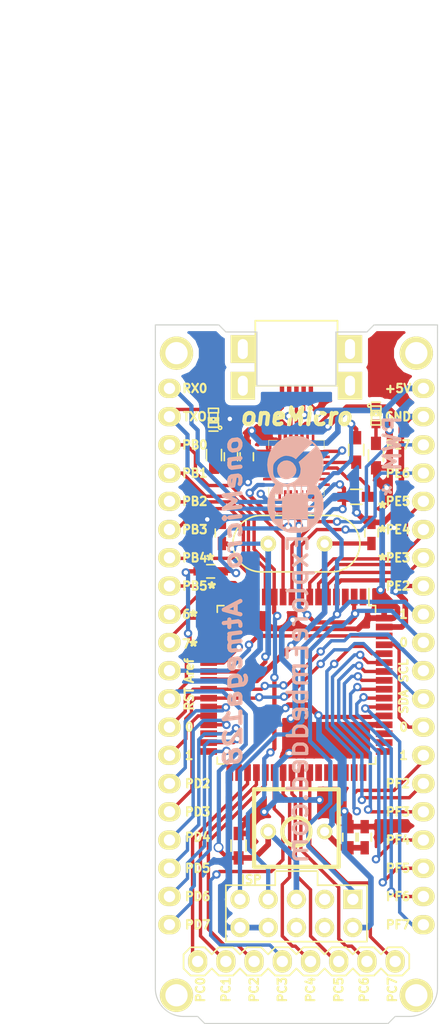
<source format=kicad_pcb>
(kicad_pcb (version 4) (host pcbnew "(2015-01-16 BZR 5376)-product")

  (general
    (links 96)
    (no_connects 0)
    (area 65.989999 41.224999 91.490001 104.190001)
    (thickness 1.6)
    (drawings 93)
    (tracks 772)
    (zones 0)
    (modules 30)
    (nets 95)
  )

  (page A4)
  (layers
    (0 F.Cu signal hide)
    (31 B.Cu signal hide)
    (32 B.Adhes user)
    (33 F.Adhes user)
    (34 B.Paste user)
    (35 F.Paste user)
    (36 B.SilkS user)
    (37 F.SilkS user)
    (38 B.Mask user)
    (39 F.Mask user)
    (40 Dwgs.User user)
    (41 Cmts.User user)
    (42 Eco1.User user)
    (43 Eco2.User user)
    (44 Edge.Cuts user)
  )

  (setup
    (last_trace_width 0.254)
    (user_trace_width 0.3048)
    (user_trace_width 0.381)
    (user_trace_width 0.508)
    (user_trace_width 0.635)
    (user_trace_width 0.762)
    (user_trace_width 0.889)
    (user_trace_width 1.016)
    (user_trace_width 1.143)
    (user_trace_width 1.27)
    (trace_clearance 0.1524)
    (zone_clearance 0.508)
    (zone_45_only no)
    (trace_min 0.254)
    (segment_width 0.2)
    (edge_width 0.1)
    (via_size 0.889)
    (via_drill 0.635)
    (via_min_size 0.6)
    (via_min_drill 0.3)
    (user_via 0.76 0.4)
    (user_via 0.91 0.5)
    (user_via 1.5 0.85)
    (uvia_size 0.508)
    (uvia_drill 0.127)
    (uvias_allowed no)
    (uvia_min_size 0.508)
    (uvia_min_drill 0.127)
    (pcb_text_width 0.3)
    (pcb_text_size 1.5 1.5)
    (mod_edge_width 0.15)
    (mod_text_size 1 1)
    (mod_text_width 0.15)
    (pad_size 3 3)
    (pad_drill 2)
    (pad_to_mask_clearance 0)
    (aux_axis_origin 0 0)
    (visible_elements 7FFEFFFF)
    (pcbplotparams
      (layerselection 0x00030_80000001)
      (usegerberextensions false)
      (excludeedgelayer false)
      (linewidth 0.150000)
      (plotframeref false)
      (viasonmask false)
      (mode 1)
      (useauxorigin false)
      (hpglpennumber 1)
      (hpglpenspeed 20)
      (hpglpendiameter 15)
      (hpglpenoverlay 2)
      (psnegative false)
      (psa4output false)
      (plotreference true)
      (plotvalue true)
      (plotinvisibletext false)
      (padsonsilk false)
      (subtractmaskfromsilk false)
      (outputformat 1)
      (mirror false)
      (drillshape 0)
      (scaleselection 1)
      (outputdirectory Gerber/))
  )

  (net 0 "")
  (net 1 /+5V)
  (net 2 /RST)
  (net 3 /RX0)
  (net 4 /SCK)
  (net 5 /TX0)
  (net 6 GND)
  (net 7 "Net-(C1-Pad2)")
  (net 8 "Net-(C2-Pad2)")
  (net 9 "Net-(D1-Pad2)")
  (net 10 "Net-(D3-Pad1)")
  (net 11 "Net-(IC1-Pad10)")
  (net 12 "Net-(IC1-Pad12)")
  (net 13 "Net-(IC1-Pad13)")
  (net 14 "Net-(IC1-Pad14)")
  (net 15 "Net-(IC1-Pad15)")
  (net 16 "Net-(IC1-Pad16)")
  (net 17 "Net-(IC1-Pad17)")
  (net 18 "Net-(IC1-Pad27)")
  (net 19 "Net-(IC1-Pad28)")
  (net 20 "Net-(IC1-Pad29)")
  (net 21 "Net-(IC1-Pad30)")
  (net 22 "Net-(IC1-Pad31)")
  (net 23 "Net-(IC1-Pad32)")
  (net 24 "Net-(IC1-Pad35)")
  (net 25 "Net-(IC1-Pad36)")
  (net 26 "Net-(IC1-Pad37)")
  (net 27 "Net-(IC1-Pad38)")
  (net 28 "Net-(IC1-Pad39)")
  (net 29 "Net-(IC1-Pad4)")
  (net 30 "Net-(IC1-Pad40)")
  (net 31 "Net-(IC1-Pad41)")
  (net 32 "Net-(IC1-Pad42)")
  (net 33 "Net-(IC1-Pad44)")
  (net 34 "Net-(IC1-Pad45)")
  (net 35 "Net-(IC1-Pad46)")
  (net 36 "Net-(IC1-Pad47)")
  (net 37 "Net-(IC1-Pad48)")
  (net 38 "Net-(IC1-Pad49)")
  (net 39 "Net-(IC1-Pad5)")
  (net 40 "Net-(IC1-Pad50)")
  (net 41 "Net-(IC1-Pad51)")
  (net 42 "Net-(IC1-Pad54)")
  (net 43 "Net-(IC1-Pad55)")
  (net 44 "Net-(IC1-Pad56)")
  (net 45 "Net-(IC1-Pad57)")
  (net 46 "Net-(IC1-Pad58)")
  (net 47 "Net-(IC1-Pad59)")
  (net 48 "Net-(IC1-Pad6)")
  (net 49 "Net-(IC1-Pad60)")
  (net 50 "Net-(IC1-Pad61)")
  (net 51 "Net-(IC1-Pad7)")
  (net 52 "Net-(IC1-Pad8)")
  (net 53 "Net-(IC1-Pad9)")
  (net 54 "Net-(IC1-Pad1)")
  (net 55 "Net-(IC1-Pad18)")
  (net 56 "Net-(IC1-Pad19)")
  (net 57 "Net-(IC1-Pad33)")
  (net 58 "Net-(IC1-Pad34)")
  (net 59 "Net-(IC1-Pad43)")
  (net 60 "Net-(P8-Pad3)")
  (net 61 "Net-(P8-Pad4)")
  (net 62 "Net-(P8-Pad6)")
  (net 63 /SCL)
  (net 64 /SDA)
  (net 65 /Aref)
  (net 66 "Net-(C7-Pad2)")
  (net 67 "Net-(C8-Pad1)")
  (net 68 "Net-(CON1-Pad2)")
  (net 69 "Net-(CON1-Pad3)")
  (net 70 "Net-(R5-Pad2)")
  (net 71 "Net-(U1-Pad2)")
  (net 72 "Net-(U1-Pad1)")
  (net 73 "Net-(U1-Pad27)")
  (net 74 "Net-(U1-Pad24)")
  (net 75 "Net-(U1-Pad23)")
  (net 76 "Net-(U1-Pad22)")
  (net 77 "Net-(U1-Pad21)")
  (net 78 "Net-(U1-Pad20)")
  (net 79 "Net-(U1-Pad18)")
  (net 80 "Net-(U1-Pad17)")
  (net 81 "Net-(U1-Pad16)")
  (net 82 "Net-(U1-Pad15)")
  (net 83 "Net-(U1-Pad14)")
  (net 84 "Net-(U1-Pad13)")
  (net 85 "Net-(U1-Pad12)")
  (net 86 "Net-(U1-Pad11)")
  (net 87 "Net-(U1-Pad10)")
  (net 88 "Net-(U1-Pad9)")
  (net 89 "Net-(P6-Pad1)")
  (net 90 "Net-(P7-Pad1)")
  (net 91 "Net-(P9-Pad1)")
  (net 92 "Net-(P10-Pad1)")
  (net 93 "Net-(CON1-Pad4)")
  (net 94 "Net-(R4-Pad2)")

  (net_class Default "This is the default net class."
    (clearance 0.1524)
    (trace_width 0.254)
    (via_dia 0.889)
    (via_drill 0.635)
    (uvia_dia 0.508)
    (uvia_drill 0.127)
    (add_net /+5V)
    (add_net /Aref)
    (add_net /RST)
    (add_net /RX0)
    (add_net /SCK)
    (add_net /SCL)
    (add_net /SDA)
    (add_net /TX0)
    (add_net GND)
    (add_net "Net-(C1-Pad2)")
    (add_net "Net-(C2-Pad2)")
    (add_net "Net-(C7-Pad2)")
    (add_net "Net-(C8-Pad1)")
    (add_net "Net-(CON1-Pad2)")
    (add_net "Net-(CON1-Pad3)")
    (add_net "Net-(CON1-Pad4)")
    (add_net "Net-(D1-Pad2)")
    (add_net "Net-(D3-Pad1)")
    (add_net "Net-(IC1-Pad1)")
    (add_net "Net-(IC1-Pad10)")
    (add_net "Net-(IC1-Pad12)")
    (add_net "Net-(IC1-Pad13)")
    (add_net "Net-(IC1-Pad14)")
    (add_net "Net-(IC1-Pad15)")
    (add_net "Net-(IC1-Pad16)")
    (add_net "Net-(IC1-Pad17)")
    (add_net "Net-(IC1-Pad18)")
    (add_net "Net-(IC1-Pad19)")
    (add_net "Net-(IC1-Pad27)")
    (add_net "Net-(IC1-Pad28)")
    (add_net "Net-(IC1-Pad29)")
    (add_net "Net-(IC1-Pad30)")
    (add_net "Net-(IC1-Pad31)")
    (add_net "Net-(IC1-Pad32)")
    (add_net "Net-(IC1-Pad33)")
    (add_net "Net-(IC1-Pad34)")
    (add_net "Net-(IC1-Pad35)")
    (add_net "Net-(IC1-Pad36)")
    (add_net "Net-(IC1-Pad37)")
    (add_net "Net-(IC1-Pad38)")
    (add_net "Net-(IC1-Pad39)")
    (add_net "Net-(IC1-Pad4)")
    (add_net "Net-(IC1-Pad40)")
    (add_net "Net-(IC1-Pad41)")
    (add_net "Net-(IC1-Pad42)")
    (add_net "Net-(IC1-Pad43)")
    (add_net "Net-(IC1-Pad44)")
    (add_net "Net-(IC1-Pad45)")
    (add_net "Net-(IC1-Pad46)")
    (add_net "Net-(IC1-Pad47)")
    (add_net "Net-(IC1-Pad48)")
    (add_net "Net-(IC1-Pad49)")
    (add_net "Net-(IC1-Pad5)")
    (add_net "Net-(IC1-Pad50)")
    (add_net "Net-(IC1-Pad51)")
    (add_net "Net-(IC1-Pad54)")
    (add_net "Net-(IC1-Pad55)")
    (add_net "Net-(IC1-Pad56)")
    (add_net "Net-(IC1-Pad57)")
    (add_net "Net-(IC1-Pad58)")
    (add_net "Net-(IC1-Pad59)")
    (add_net "Net-(IC1-Pad6)")
    (add_net "Net-(IC1-Pad60)")
    (add_net "Net-(IC1-Pad61)")
    (add_net "Net-(IC1-Pad7)")
    (add_net "Net-(IC1-Pad8)")
    (add_net "Net-(IC1-Pad9)")
    (add_net "Net-(P10-Pad1)")
    (add_net "Net-(P6-Pad1)")
    (add_net "Net-(P7-Pad1)")
    (add_net "Net-(P8-Pad3)")
    (add_net "Net-(P8-Pad4)")
    (add_net "Net-(P8-Pad6)")
    (add_net "Net-(P9-Pad1)")
    (add_net "Net-(R4-Pad2)")
    (add_net "Net-(R5-Pad2)")
    (add_net "Net-(U1-Pad1)")
    (add_net "Net-(U1-Pad10)")
    (add_net "Net-(U1-Pad11)")
    (add_net "Net-(U1-Pad12)")
    (add_net "Net-(U1-Pad13)")
    (add_net "Net-(U1-Pad14)")
    (add_net "Net-(U1-Pad15)")
    (add_net "Net-(U1-Pad16)")
    (add_net "Net-(U1-Pad17)")
    (add_net "Net-(U1-Pad18)")
    (add_net "Net-(U1-Pad2)")
    (add_net "Net-(U1-Pad20)")
    (add_net "Net-(U1-Pad21)")
    (add_net "Net-(U1-Pad22)")
    (add_net "Net-(U1-Pad23)")
    (add_net "Net-(U1-Pad24)")
    (add_net "Net-(U1-Pad27)")
    (add_net "Net-(U1-Pad9)")
  )

  (module Connect:1pin (layer F.Cu) (tedit 579B6FF9) (tstamp 579B5C13)
    (at 89.535 101.6)
    (descr "module 1 pin (ou trou mecanique de percage)")
    (tags DEV)
    (path /579B9E6A)
    (fp_text reference P9 (at 0 -3.048) (layer F.SilkS) hide
      (effects (font (size 1 1) (thickness 0.15)))
    )
    (fp_text value CONN_01X01 (at 0 2.794) (layer F.SilkS) hide
      (effects (font (size 1 1) (thickness 0.15)))
    )
    (pad 1 thru_hole circle (at 0 0) (size 3 3) (drill 2) (layers *.Cu *.Mask F.SilkS)
      (net 91 "Net-(P9-Pad1)"))
  )

  (module Connect:1pin (layer F.Cu) (tedit 579B6F0B) (tstamp 579B5C0D)
    (at 67.945 43.815)
    (descr "module 1 pin (ou trou mecanique de percage)")
    (tags DEV)
    (path /579B9E2F)
    (fp_text reference P7 (at 0 -3.048) (layer F.SilkS) hide
      (effects (font (size 1 1) (thickness 0.15)))
    )
    (fp_text value CONN_01X01 (at 0 2.794) (layer F.SilkS) hide
      (effects (font (size 1 1) (thickness 0.15)))
    )
    (pad 1 thru_hole circle (at 0 0) (size 3 3) (drill 2) (layers *.Cu *.Mask F.SilkS)
      (net 90 "Net-(P7-Pad1)"))
  )

  (module Connect:1pin (layer F.Cu) (tedit 579B6F17) (tstamp 579B5C19)
    (at 89.535 43.815)
    (descr "module 1 pin (ou trou mecanique de percage)")
    (tags DEV)
    (path /579B9EA6)
    (fp_text reference P10 (at 0 -3.048) (layer F.SilkS) hide
      (effects (font (size 1 1) (thickness 0.15)))
    )
    (fp_text value CONN_01X01 (at 0 2.794) (layer F.SilkS) hide
      (effects (font (size 1 1) (thickness 0.15)))
    )
    (pad 1 thru_hole circle (at 0 0) (size 3 3) (drill 2) (layers *.Cu *.Mask F.SilkS)
      (net 92 "Net-(P10-Pad1)"))
  )

  (module Connect:1pin (layer F.Cu) (tedit 579B6FFD) (tstamp 579B5C07)
    (at 67.945 101.6)
    (descr "module 1 pin (ou trou mecanique de percage)")
    (tags DEV)
    (path /579B9DEF)
    (fp_text reference P6 (at 0 -3.048) (layer F.SilkS) hide
      (effects (font (size 1 1) (thickness 0.15)))
    )
    (fp_text value CONN_01X01 (at 0 2.794) (layer F.SilkS) hide
      (effects (font (size 1 1) (thickness 0.15)))
    )
    (pad 1 thru_hole circle (at 0 0) (size 3 3) (drill 2) (layers *.Cu *.Mask F.SilkS)
      (net 89 "Net-(P6-Pad1)"))
  )

  (module Pin_Headers:Pin_Header_Straight_1x08 (layer F.Cu) (tedit 579A06E3) (tstamp 5796F3C3)
    (at 69.85 98.552 90)
    (descr "Through hole pin header")
    (tags "pin header")
    (path /5553097E)
    (fp_text reference J2 (at 3.81 0.254 90) (layer F.SilkS) hide
      (effects (font (size 1 1) (thickness 0.15)))
    )
    (fp_text value SIL8 (at 3.429 0.127 90) (layer F.SilkS) hide
      (effects (font (size 1 1) (thickness 0.15)))
    )
    (fp_line (start -0.635 19.05) (end 0.635 19.05) (layer F.SilkS) (width 0.15))
    (fp_line (start 0.635 19.05) (end 1.27 18.415) (layer F.SilkS) (width 0.15))
    (fp_line (start 1.27 18.415) (end 1.27 17.145) (layer F.SilkS) (width 0.15))
    (fp_line (start 1.27 17.145) (end 0.635 16.51) (layer F.SilkS) (width 0.15))
    (fp_line (start 0.635 16.51) (end 1.27 15.875) (layer F.SilkS) (width 0.15))
    (fp_line (start 1.27 15.875) (end 1.27 14.605) (layer F.SilkS) (width 0.15))
    (fp_line (start 1.27 14.605) (end 0.635 13.97) (layer F.SilkS) (width 0.15))
    (fp_line (start 0.635 13.97) (end 1.27 13.335) (layer F.SilkS) (width 0.15))
    (fp_line (start 1.27 13.335) (end 1.27 12.065) (layer F.SilkS) (width 0.15))
    (fp_line (start 1.27 12.065) (end 0.635 11.43) (layer F.SilkS) (width 0.15))
    (fp_line (start 0.635 11.43) (end 1.27 10.795) (layer F.SilkS) (width 0.15))
    (fp_line (start 1.27 10.795) (end 1.27 9.525) (layer F.SilkS) (width 0.15))
    (fp_line (start 1.27 9.525) (end 0.635 8.89) (layer F.SilkS) (width 0.15))
    (fp_line (start 0.635 8.89) (end 1.27 8.255) (layer F.SilkS) (width 0.15))
    (fp_line (start 1.27 8.255) (end 1.27 6.985) (layer F.SilkS) (width 0.15))
    (fp_line (start 1.27 6.985) (end 0.635 6.35) (layer F.SilkS) (width 0.15))
    (fp_line (start 0.635 6.35) (end 1.27 5.715) (layer F.SilkS) (width 0.15))
    (fp_line (start 1.27 5.715) (end 1.27 4.445) (layer F.SilkS) (width 0.15))
    (fp_line (start 1.27 4.445) (end 0.635 3.81) (layer F.SilkS) (width 0.15))
    (fp_line (start 0.635 3.81) (end 1.27 3.175) (layer F.SilkS) (width 0.15))
    (fp_line (start 1.27 3.175) (end 1.27 1.905) (layer F.SilkS) (width 0.15))
    (fp_line (start 1.27 1.905) (end 0.635 1.27) (layer F.SilkS) (width 0.15))
    (fp_line (start 0.635 1.27) (end 1.27 0.635) (layer F.SilkS) (width 0.15))
    (fp_line (start 1.27 0.635) (end 1.27 -0.635) (layer F.SilkS) (width 0.15))
    (fp_line (start 1.27 -0.635) (end 0.635 -1.27) (layer F.SilkS) (width 0.15))
    (fp_line (start 0.635 -1.27) (end -0.635 -1.27) (layer F.SilkS) (width 0.15))
    (fp_line (start -0.635 -1.27) (end -1.27 -0.635) (layer F.SilkS) (width 0.15))
    (fp_line (start -1.27 -0.635) (end -1.27 0.635) (layer F.SilkS) (width 0.15))
    (fp_line (start -1.27 0.635) (end -0.635 1.27) (layer F.SilkS) (width 0.15))
    (fp_line (start -0.635 1.27) (end -1.27 1.905) (layer F.SilkS) (width 0.15))
    (fp_line (start -1.27 1.905) (end -1.27 3.175) (layer F.SilkS) (width 0.15))
    (fp_line (start -1.27 3.175) (end -0.635 3.81) (layer F.SilkS) (width 0.15))
    (fp_line (start -0.635 3.81) (end -1.27 4.445) (layer F.SilkS) (width 0.15))
    (fp_line (start -1.27 4.445) (end -1.27 5.715) (layer F.SilkS) (width 0.15))
    (fp_line (start -1.27 5.715) (end -0.635 6.35) (layer F.SilkS) (width 0.15))
    (fp_line (start -0.635 6.35) (end -1.27 6.985) (layer F.SilkS) (width 0.15))
    (fp_line (start -1.27 6.985) (end -1.27 8.255) (layer F.SilkS) (width 0.15))
    (fp_line (start -1.27 8.255) (end -0.635 8.89) (layer F.SilkS) (width 0.15))
    (fp_line (start -0.635 8.89) (end -1.27 9.525) (layer F.SilkS) (width 0.15))
    (fp_line (start -1.27 9.525) (end -1.27 10.795) (layer F.SilkS) (width 0.15))
    (fp_line (start -1.27 10.795) (end -0.635 11.43) (layer F.SilkS) (width 0.15))
    (fp_line (start -0.635 11.43) (end -1.27 12.065) (layer F.SilkS) (width 0.15))
    (fp_line (start -1.27 12.065) (end -1.27 13.335) (layer F.SilkS) (width 0.15))
    (fp_line (start -1.27 13.335) (end -0.635 13.97) (layer F.SilkS) (width 0.15))
    (fp_line (start -0.635 13.97) (end -1.27 14.605) (layer F.SilkS) (width 0.15))
    (fp_line (start -1.27 14.605) (end -1.27 15.875) (layer F.SilkS) (width 0.15))
    (fp_line (start -1.27 15.875) (end -0.635 16.51) (layer F.SilkS) (width 0.15))
    (fp_line (start -0.635 16.51) (end -1.27 17.145) (layer F.SilkS) (width 0.15))
    (fp_line (start -1.27 17.145) (end -1.27 18.415) (layer F.SilkS) (width 0.15))
    (fp_line (start -1.27 18.415) (end -0.635 19.05) (layer F.SilkS) (width 0.15))
    (pad 1 thru_hole oval (at 0 0 90) (size 2.032 1.7272) (drill 1.016) (layers *.Cu *.Mask F.SilkS)
      (net 24 "Net-(IC1-Pad35)"))
    (pad 2 thru_hole oval (at 0 2.54 90) (size 2.032 1.7272) (drill 1.016) (layers *.Cu *.Mask F.SilkS)
      (net 25 "Net-(IC1-Pad36)"))
    (pad 3 thru_hole oval (at 0 5.08 90) (size 2.032 1.7272) (drill 1.016) (layers *.Cu *.Mask F.SilkS)
      (net 26 "Net-(IC1-Pad37)"))
    (pad 4 thru_hole oval (at 0 7.62 90) (size 2.032 1.7272) (drill 1.016) (layers *.Cu *.Mask F.SilkS)
      (net 27 "Net-(IC1-Pad38)"))
    (pad 5 thru_hole oval (at 0 10.16 90) (size 2.032 1.7272) (drill 1.016) (layers *.Cu *.Mask F.SilkS)
      (net 28 "Net-(IC1-Pad39)"))
    (pad 6 thru_hole oval (at 0 12.7 90) (size 2.032 1.7272) (drill 1.016) (layers *.Cu *.Mask F.SilkS)
      (net 30 "Net-(IC1-Pad40)"))
    (pad 7 thru_hole oval (at 0 15.24 90) (size 2.032 1.7272) (drill 1.016) (layers *.Cu *.Mask F.SilkS)
      (net 31 "Net-(IC1-Pad41)"))
    (pad 8 thru_hole oval (at 0 17.78 90) (size 2.032 1.7272) (drill 1.016) (layers *.Cu *.Mask F.SilkS)
      (net 32 "Net-(IC1-Pad42)"))
    (model Pin_Headers.3dshapes/Pin_Header_Straight_1x08.wrl
      (at (xyz 0 -0.35 0))
      (scale (xyz 1 1 1))
      (rotate (xyz 0 0 90))
    )
  )

  (module Pin_Headers:Pin_Header_Straight_1x10 (layer F.Cu) (tedit 579A06E1) (tstamp 5796F409)
    (at 90.17 72.39)
    (descr "Through hole pin header")
    (tags "pin header")
    (path /55535889)
    (fp_text reference P3 (at -3.556 -0.254) (layer F.SilkS) hide
      (effects (font (size 1 1) (thickness 0.15)))
    )
    (fp_text value CONN_10 (at -3.81 -0.635) (layer F.SilkS) hide
      (effects (font (size 1 1) (thickness 0.15)))
    )
    (pad 1 thru_hole oval (at 0 0) (size 2.032 1.7272) (drill 1.016) (layers *.Cu *.Mask F.SilkS)
      (net 63 /SCL))
    (pad 2 thru_hole oval (at 0 2.54) (size 2.032 1.7272) (drill 1.016) (layers *.Cu *.Mask F.SilkS)
      (net 64 /SDA))
    (pad 3 thru_hole oval (at 0 5.08) (size 2.032 1.7272) (drill 1.016) (layers *.Cu *.Mask F.SilkS)
      (net 50 "Net-(IC1-Pad61)"))
    (pad 4 thru_hole oval (at 0 7.62) (size 2.032 1.7272) (drill 1.016) (layers *.Cu *.Mask F.SilkS)
      (net 49 "Net-(IC1-Pad60)"))
    (pad 5 thru_hole oval (at 0 10.16) (size 2.032 1.7272) (drill 1.016) (layers *.Cu *.Mask F.SilkS)
      (net 47 "Net-(IC1-Pad59)"))
    (pad 6 thru_hole oval (at 0 12.7) (size 2.032 1.7272) (drill 1.016) (layers *.Cu *.Mask F.SilkS)
      (net 46 "Net-(IC1-Pad58)"))
    (pad 7 thru_hole oval (at 0 15.24) (size 2.032 1.7272) (drill 1.016) (layers *.Cu *.Mask F.SilkS)
      (net 45 "Net-(IC1-Pad57)"))
    (pad 8 thru_hole oval (at 0 17.78) (size 2.032 1.7272) (drill 1.016) (layers *.Cu *.Mask F.SilkS)
      (net 44 "Net-(IC1-Pad56)"))
    (pad 9 thru_hole oval (at 0 20.32) (size 2.032 1.7272) (drill 1.016) (layers *.Cu *.Mask F.SilkS)
      (net 43 "Net-(IC1-Pad55)"))
    (pad 10 thru_hole oval (at 0 22.86) (size 2.032 1.7272) (drill 1.016) (layers *.Cu *.Mask F.SilkS)
      (net 42 "Net-(IC1-Pad54)"))
    (model Pin_Headers.3dshapes/Pin_Header_Straight_1x10.wrl
      (at (xyz 0 -0.45 0))
      (scale (xyz 1 1 1))
      (rotate (xyz 0 0 90))
    )
  )

  (module Pin_Headers:Pin_Header_Straight_1x10 (layer F.Cu) (tedit 579A06E7) (tstamp 579B5153)
    (at 90.17 69.85 180)
    (descr "Through hole pin header")
    (tags "pin header")
    (path /555352F0)
    (fp_text reference P4 (at 2.032 0 180) (layer F.SilkS) hide
      (effects (font (size 1 1) (thickness 0.15)))
    )
    (fp_text value CONN_10 (at 3.81 4.445 180) (layer F.SilkS) hide
      (effects (font (size 1 1) (thickness 0.15)))
    )
    (pad 1 thru_hole oval (at 0 0 180) (size 2.032 1.7272) (drill 1.016) (layers *.Cu *.Mask F.SilkS)
      (net 3 /RX0))
    (pad 2 thru_hole oval (at 0 2.54 180) (size 2.032 1.7272) (drill 1.016) (layers *.Cu *.Mask F.SilkS)
      (net 5 /TX0))
    (pad 3 thru_hole oval (at 0 5.08 180) (size 2.032 1.7272) (drill 1.016) (layers *.Cu *.Mask F.SilkS)
      (net 29 "Net-(IC1-Pad4)"))
    (pad 4 thru_hole oval (at 0 7.62 180) (size 2.032 1.7272) (drill 1.016) (layers *.Cu *.Mask F.SilkS)
      (net 39 "Net-(IC1-Pad5)"))
    (pad 5 thru_hole oval (at 0 10.16 180) (size 2.032 1.7272) (drill 1.016) (layers *.Cu *.Mask F.SilkS)
      (net 48 "Net-(IC1-Pad6)"))
    (pad 6 thru_hole oval (at 0 12.7 180) (size 2.032 1.7272) (drill 1.016) (layers *.Cu *.Mask F.SilkS)
      (net 51 "Net-(IC1-Pad7)"))
    (pad 7 thru_hole oval (at 0 15.24 180) (size 2.032 1.7272) (drill 1.016) (layers *.Cu *.Mask F.SilkS)
      (net 52 "Net-(IC1-Pad8)"))
    (pad 8 thru_hole oval (at 0 17.78 180) (size 2.032 1.7272) (drill 1.016) (layers *.Cu *.Mask F.SilkS)
      (net 53 "Net-(IC1-Pad9)"))
    (pad 9 thru_hole oval (at 0 20.32 180) (size 2.032 1.7272) (drill 1.016) (layers *.Cu *.Mask F.SilkS)
      (net 6 GND))
    (pad 10 thru_hole oval (at 0 22.86 180) (size 2.032 1.7272) (drill 1.016) (layers *.Cu *.Mask F.SilkS)
      (net 1 /+5V))
    (model Pin_Headers.3dshapes/Pin_Header_Straight_1x10.wrl
      (at (xyz 0 -0.45 0))
      (scale (xyz 1 1 1))
      (rotate (xyz 0 0 90))
    )
  )

  (module Pin_Headers:Pin_Header_Straight_1x10 (layer F.Cu) (tedit 579A06DB) (tstamp 5796F3F1)
    (at 67.31 72.39)
    (descr "Through hole pin header")
    (tags "pin header")
    (path /55534E5C)
    (fp_text reference P2 (at 4.572 4.318) (layer F.SilkS) hide
      (effects (font (size 1 1) (thickness 0.15)))
    )
    (fp_text value CONN_10 (at 2.286 -2.794) (layer F.SilkS) hide
      (effects (font (size 1 1) (thickness 0.15)))
    )
    (pad 1 thru_hole oval (at 0 0) (size 2.032 1.7272) (drill 1.016) (layers *.Cu *.Mask F.SilkS)
      (net 65 /Aref))
    (pad 2 thru_hole oval (at 0 2.54) (size 2.032 1.7272) (drill 1.016) (layers *.Cu *.Mask F.SilkS)
      (net 2 /RST))
    (pad 3 thru_hole oval (at 0 5.08) (size 2.032 1.7272) (drill 1.016) (layers *.Cu *.Mask F.SilkS)
      (net 63 /SCL))
    (pad 4 thru_hole oval (at 0 7.62) (size 2.032 1.7272) (drill 1.016) (layers *.Cu *.Mask F.SilkS)
      (net 64 /SDA))
    (pad 5 thru_hole oval (at 0 10.16) (size 2.032 1.7272) (drill 1.016) (layers *.Cu *.Mask F.SilkS)
      (net 18 "Net-(IC1-Pad27)"))
    (pad 6 thru_hole oval (at 0 12.7) (size 2.032 1.7272) (drill 1.016) (layers *.Cu *.Mask F.SilkS)
      (net 19 "Net-(IC1-Pad28)"))
    (pad 7 thru_hole oval (at 0 15.24) (size 2.032 1.7272) (drill 1.016) (layers *.Cu *.Mask F.SilkS)
      (net 20 "Net-(IC1-Pad29)"))
    (pad 8 thru_hole oval (at 0 17.78) (size 2.032 1.7272) (drill 1.016) (layers *.Cu *.Mask F.SilkS)
      (net 21 "Net-(IC1-Pad30)"))
    (pad 9 thru_hole oval (at 0 20.32) (size 2.032 1.7272) (drill 1.016) (layers *.Cu *.Mask F.SilkS)
      (net 22 "Net-(IC1-Pad31)"))
    (pad 10 thru_hole oval (at 0 22.86) (size 2.032 1.7272) (drill 1.016) (layers *.Cu *.Mask F.SilkS)
      (net 23 "Net-(IC1-Pad32)"))
    (model Pin_Headers.3dshapes/Pin_Header_Straight_1x10.wrl
      (at (xyz 0 -0.45 0))
      (scale (xyz 1 1 1))
      (rotate (xyz 0 0 90))
    )
  )

  (module Pin_Headers:Pin_Header_Straight_1x10 (layer F.Cu) (tedit 579A06DF) (tstamp 5796F3D9)
    (at 67.31 46.99)
    (descr "Through hole pin header")
    (tags "pin header")
    (path /55535086)
    (fp_text reference P1 (at 2.032 1.016) (layer F.SilkS) hide
      (effects (font (size 1 1) (thickness 0.15)))
    )
    (fp_text value CONN_10 (at 3.81 -1.778) (layer F.SilkS) hide
      (effects (font (size 1 1) (thickness 0.15)))
    )
    (pad 1 thru_hole oval (at 0 0) (size 2.032 1.7272) (drill 1.016) (layers *.Cu *.Mask F.SilkS)
      (net 3 /RX0))
    (pad 2 thru_hole oval (at 0 2.54) (size 2.032 1.7272) (drill 1.016) (layers *.Cu *.Mask F.SilkS)
      (net 5 /TX0))
    (pad 3 thru_hole oval (at 0 5.08) (size 2.032 1.7272) (drill 1.016) (layers *.Cu *.Mask F.SilkS)
      (net 11 "Net-(IC1-Pad10)"))
    (pad 4 thru_hole oval (at 0 7.62) (size 2.032 1.7272) (drill 1.016) (layers *.Cu *.Mask F.SilkS)
      (net 4 /SCK))
    (pad 5 thru_hole oval (at 0 10.16) (size 2.032 1.7272) (drill 1.016) (layers *.Cu *.Mask F.SilkS)
      (net 12 "Net-(IC1-Pad12)"))
    (pad 6 thru_hole oval (at 0 12.7) (size 2.032 1.7272) (drill 1.016) (layers *.Cu *.Mask F.SilkS)
      (net 13 "Net-(IC1-Pad13)"))
    (pad 7 thru_hole oval (at 0 15.24) (size 2.032 1.7272) (drill 1.016) (layers *.Cu *.Mask F.SilkS)
      (net 14 "Net-(IC1-Pad14)"))
    (pad 8 thru_hole oval (at 0 17.78) (size 2.032 1.7272) (drill 1.016) (layers *.Cu *.Mask F.SilkS)
      (net 15 "Net-(IC1-Pad15)"))
    (pad 9 thru_hole oval (at 0 20.32) (size 2.032 1.7272) (drill 1.016) (layers *.Cu *.Mask F.SilkS)
      (net 16 "Net-(IC1-Pad16)"))
    (pad 10 thru_hole oval (at 0 22.86) (size 2.032 1.7272) (drill 1.016) (layers *.Cu *.Mask F.SilkS)
      (net 17 "Net-(IC1-Pad17)"))
    (model Pin_Headers.3dshapes/Pin_Header_Straight_1x10.wrl
      (at (xyz 0 -0.45 0))
      (scale (xyz 1 1 1))
      (rotate (xyz 0 0 90))
    )
  )

  (module Pin_Headers:Pin_Header_Straight_2x05 (layer F.Cu) (tedit 57988E9F) (tstamp 5796F454)
    (at 83.82 92.964 270)
    (descr "Through hole pin header")
    (tags "pin header")
    (path /55530B49)
    (fp_text reference P8 (at 0 -5.1 270) (layer F.SilkS) hide
      (effects (font (size 1 1) (thickness 0.15)))
    )
    (fp_text value CONN_5X2 (at 0 -3.1 270) (layer F.SilkS) hide
      (effects (font (size 1 1) (thickness 0.15)))
    )
    (fp_line (start -1.27 3.175) (end -1.27 -1.27) (layer F.SilkS) (width 0.15))
    (fp_line (start -1.27 3.175) (end -2.54 3.175) (layer F.SilkS) (width 0.15))
    (fp_line (start -2.54 3.175) (end -2.54 3.81) (layer F.SilkS) (width 0.15))
    (fp_line (start 3.81 -1.27) (end 3.81 11.43) (layer F.SilkS) (width 0.15))
    (fp_line (start 3.81 11.43) (end -1.27 11.43) (layer F.SilkS) (width 0.15))
    (fp_line (start -1.27 11.43) (end -1.27 6.985) (layer F.SilkS) (width 0.15))
    (fp_line (start -1.27 6.985) (end -1.905 6.985) (layer F.SilkS) (width 0.15))
    (fp_line (start -1.905 6.985) (end -2.54 6.985) (layer F.SilkS) (width 0.15))
    (fp_line (start -2.54 6.985) (end -2.54 3.81) (layer F.SilkS) (width 0.15))
    (fp_line (start -1.27 -1.27) (end 3.81 -1.27) (layer F.SilkS) (width 0.15))
    (pad 1 thru_hole rect (at 0 0 270) (size 1.7272 1.7272) (drill 1.016) (layers *.Cu *.Mask F.SilkS)
      (net 3 /RX0))
    (pad 2 thru_hole oval (at 2.54 0 270) (size 1.7272 1.7272) (drill 1.016) (layers *.Cu *.Mask F.SilkS)
      (net 1 /+5V))
    (pad 3 thru_hole oval (at 0 2.54 270) (size 1.7272 1.7272) (drill 1.016) (layers *.Cu *.Mask F.SilkS)
      (net 60 "Net-(P8-Pad3)"))
    (pad 4 thru_hole oval (at 2.54 2.54 270) (size 1.7272 1.7272) (drill 1.016) (layers *.Cu *.Mask F.SilkS)
      (net 61 "Net-(P8-Pad4)"))
    (pad 5 thru_hole oval (at 0 5.08 270) (size 1.7272 1.7272) (drill 1.016) (layers *.Cu *.Mask F.SilkS)
      (net 2 /RST))
    (pad 6 thru_hole oval (at 2.54 5.08 270) (size 1.7272 1.7272) (drill 1.016) (layers *.Cu *.Mask F.SilkS)
      (net 62 "Net-(P8-Pad6)"))
    (pad 7 thru_hole oval (at 0 7.62 270) (size 1.7272 1.7272) (drill 1.016) (layers *.Cu *.Mask F.SilkS)
      (net 4 /SCK))
    (pad 8 thru_hole oval (at 2.54 7.62 270) (size 1.7272 1.7272) (drill 1.016) (layers *.Cu *.Mask F.SilkS)
      (net 6 GND))
    (pad 9 thru_hole oval (at 0 10.16 270) (size 1.7272 1.7272) (drill 1.016) (layers *.Cu *.Mask F.SilkS)
      (net 5 /TX0))
    (pad 10 thru_hole oval (at 2.54 10.16 270) (size 1.7272 1.7272) (drill 1.016) (layers *.Cu *.Mask F.SilkS)
      (net 6 GND))
    (model Pin_Headers.3dshapes/Pin_Header_Straight_2x05.wrl
      (at (xyz 0.05 -0.2 0))
      (scale (xyz 1 1 1))
      (rotate (xyz 0 0 90))
    )
  )

  (module Discret:HC-49V (layer F.Cu) (tedit 57971A46) (tstamp 55B5A9FC)
    (at 78.74 60.96 180)
    (descr "Quartz boitier HC-49 Vertical")
    (tags "QUARTZ DEV")
    (path /55530906)
    (fp_text reference X1 (at 0 -3.81 180) (layer F.SilkS) hide
      (effects (font (size 1 1) (thickness 0.15)))
    )
    (fp_text value 16Mhz (at 0 3.81 180) (layer F.SilkS) hide
      (effects (font (size 1 1) (thickness 0.15)))
    )
    (fp_line (start -3.175 2.54) (end 3.175 2.54) (layer F.SilkS) (width 0.15))
    (fp_line (start -3.175 -2.54) (end 3.175 -2.54) (layer F.SilkS) (width 0.15))
    (fp_arc (start 3.175 0) (end 3.175 -2.54) (angle 90) (layer F.SilkS) (width 0.15))
    (fp_arc (start 3.175 0) (end 5.715 0) (angle 90) (layer F.SilkS) (width 0.15))
    (fp_arc (start -3.175 0) (end -5.715 0) (angle 90) (layer F.SilkS) (width 0.15))
    (fp_arc (start -3.175 0) (end -3.175 2.54) (angle 90) (layer F.SilkS) (width 0.15))
    (pad 1 thru_hole circle (at -2.54 0 180) (size 1.4224 1.4224) (drill 0.762) (layers *.Cu *.Mask F.SilkS)
      (net 8 "Net-(C2-Pad2)"))
    (pad 2 thru_hole circle (at 2.54 0 180) (size 1.4224 1.4224) (drill 0.762) (layers *.Cu *.Mask F.SilkS)
      (net 7 "Net-(C1-Pad2)"))
    (model discret/HC-49V.wrl
      (at (xyz 0 0 0))
      (scale (xyz 1 1 0.2))
      (rotate (xyz 0 0 0))
    )
  )

  (module Capacitors_SMD:C_0603_HandSoldering (layer F.Cu) (tedit 57988EC8) (tstamp 5796F2EB)
    (at 72.0344 59.9948 270)
    (descr "Capacitor SMD 0603, hand soldering")
    (tags "capacitor 0603")
    (path /55530900)
    (attr smd)
    (fp_text reference C1 (at 0 -1.9 270) (layer F.SilkS) hide
      (effects (font (size 1 1) (thickness 0.15)))
    )
    (fp_text value 22PF (at 0 1.9 270) (layer B.SilkS) hide
      (effects (font (size 1 1) (thickness 0.15)) (justify mirror))
    )
    (fp_line (start -1.85 -0.75) (end 1.85 -0.75) (layer F.CrtYd) (width 0.05))
    (fp_line (start -1.85 0.75) (end 1.85 0.75) (layer F.CrtYd) (width 0.05))
    (fp_line (start -1.85 -0.75) (end -1.85 0.75) (layer F.CrtYd) (width 0.05))
    (fp_line (start 1.85 -0.75) (end 1.85 0.75) (layer F.CrtYd) (width 0.05))
    (fp_line (start -0.35 -0.6) (end 0.35 -0.6) (layer F.SilkS) (width 0.15))
    (fp_line (start 0.35 0.6) (end -0.35 0.6) (layer F.SilkS) (width 0.15))
    (pad 1 smd rect (at -0.95 0 270) (size 1.2 0.75) (layers F.Cu F.Paste F.Mask)
      (net 6 GND))
    (pad 2 smd rect (at 0.95 0 270) (size 1.2 0.75) (layers F.Cu F.Paste F.Mask)
      (net 7 "Net-(C1-Pad2)"))
    (model Capacitors_SMD.3dshapes/C_0603_HandSoldering.wrl
      (at (xyz 0 0 0))
      (scale (xyz 1 1 1))
      (rotate (xyz 0 0 0))
    )
  )

  (module Capacitors_SMD:C_0603_HandSoldering (layer F.Cu) (tedit 57988ED8) (tstamp 5796F2F6)
    (at 85.4964 59.9948 270)
    (descr "Capacitor SMD 0603, hand soldering")
    (tags "capacitor 0603")
    (path /555308FA)
    (attr smd)
    (fp_text reference C2 (at 0 -1.9 270) (layer F.SilkS) hide
      (effects (font (size 1 1) (thickness 0.15)))
    )
    (fp_text value 22PF (at 0 1.9 270) (layer B.SilkS) hide
      (effects (font (size 1 1) (thickness 0.15)) (justify mirror))
    )
    (fp_line (start -1.85 -0.75) (end 1.85 -0.75) (layer F.CrtYd) (width 0.05))
    (fp_line (start -1.85 0.75) (end 1.85 0.75) (layer F.CrtYd) (width 0.05))
    (fp_line (start -1.85 -0.75) (end -1.85 0.75) (layer F.CrtYd) (width 0.05))
    (fp_line (start 1.85 -0.75) (end 1.85 0.75) (layer F.CrtYd) (width 0.05))
    (fp_line (start -0.35 -0.6) (end 0.35 -0.6) (layer F.SilkS) (width 0.15))
    (fp_line (start 0.35 0.6) (end -0.35 0.6) (layer F.SilkS) (width 0.15))
    (pad 1 smd rect (at -0.95 0 270) (size 1.2 0.75) (layers F.Cu F.Paste F.Mask)
      (net 6 GND))
    (pad 2 smd rect (at 0.95 0 270) (size 1.2 0.75) (layers F.Cu F.Paste F.Mask)
      (net 8 "Net-(C2-Pad2)"))
    (model Capacitors_SMD.3dshapes/C_0603_HandSoldering.wrl
      (at (xyz 0 0 0))
      (scale (xyz 1 1 1))
      (rotate (xyz 0 0 0))
    )
  )

  (module Capacitors_SMD:C_0603_HandSoldering (layer F.Cu) (tedit 57988EB7) (tstamp 579C89B9)
    (at 83.5152 87.376 270)
    (descr "Capacitor SMD 0603, hand soldering")
    (tags "capacitor 0603")
    (path /55530B41)
    (attr smd)
    (fp_text reference C3 (at 0 -1.9 270) (layer F.SilkS) hide
      (effects (font (size 1 1) (thickness 0.15)))
    )
    (fp_text value 0.1uF (at 0 1.9 270) (layer B.SilkS) hide
      (effects (font (size 1 1) (thickness 0.15)) (justify mirror))
    )
    (fp_line (start -1.85 -0.75) (end 1.85 -0.75) (layer F.CrtYd) (width 0.05))
    (fp_line (start -1.85 0.75) (end 1.85 0.75) (layer F.CrtYd) (width 0.05))
    (fp_line (start -1.85 -0.75) (end -1.85 0.75) (layer F.CrtYd) (width 0.05))
    (fp_line (start 1.85 -0.75) (end 1.85 0.75) (layer F.CrtYd) (width 0.05))
    (fp_line (start -0.35 -0.6) (end 0.35 -0.6) (layer F.SilkS) (width 0.15))
    (fp_line (start 0.35 0.6) (end -0.35 0.6) (layer F.SilkS) (width 0.15))
    (pad 1 smd rect (at -0.95 0 270) (size 1.2 0.75) (layers F.Cu F.Paste F.Mask)
      (net 1 /+5V))
    (pad 2 smd rect (at 0.95 0 270) (size 1.2 0.75) (layers F.Cu F.Paste F.Mask)
      (net 6 GND))
    (model Capacitors_SMD.3dshapes/C_0603_HandSoldering.wrl
      (at (xyz 0 0 0))
      (scale (xyz 1 1 1))
      (rotate (xyz 0 0 0))
    )
  )

  (module Capacitors_SMD:C_0603_HandSoldering (layer F.Cu) (tedit 57988EB1) (tstamp 5796F30C)
    (at 84.8868 87.376 270)
    (descr "Capacitor SMD 0603, hand soldering")
    (tags "capacitor 0603")
    (path /55530B6B)
    (attr smd)
    (fp_text reference C4 (at 0 -1.9 270) (layer F.SilkS) hide
      (effects (font (size 1 1) (thickness 0.15)))
    )
    (fp_text value 0.1uF (at 0 1.9 270) (layer B.SilkS) hide
      (effects (font (size 1 1) (thickness 0.15)) (justify mirror))
    )
    (fp_line (start -1.85 -0.75) (end 1.85 -0.75) (layer F.CrtYd) (width 0.05))
    (fp_line (start -1.85 0.75) (end 1.85 0.75) (layer F.CrtYd) (width 0.05))
    (fp_line (start -1.85 -0.75) (end -1.85 0.75) (layer F.CrtYd) (width 0.05))
    (fp_line (start 1.85 -0.75) (end 1.85 0.75) (layer F.CrtYd) (width 0.05))
    (fp_line (start -0.35 -0.6) (end 0.35 -0.6) (layer F.SilkS) (width 0.15))
    (fp_line (start 0.35 0.6) (end -0.35 0.6) (layer F.SilkS) (width 0.15))
    (pad 1 smd rect (at -0.95 0 270) (size 1.2 0.75) (layers F.Cu F.Paste F.Mask)
      (net 1 /+5V))
    (pad 2 smd rect (at 0.95 0 270) (size 1.2 0.75) (layers F.Cu F.Paste F.Mask)
      (net 6 GND))
    (model Capacitors_SMD.3dshapes/C_0603_HandSoldering.wrl
      (at (xyz 0 0 0))
      (scale (xyz 1 1 1))
      (rotate (xyz 0 0 0))
    )
  )

  (module EE:LED-0603_NEW (layer F.Cu) (tedit 57971A28) (tstamp 5796F323)
    (at 71.2724 49.6316 270)
    (descr "LED 0603 smd package")
    (tags "LED led 0603 SMD smd SMT smt smdled SMDLED smtled SMTLED")
    (path /55536098)
    (attr smd)
    (fp_text reference D1 (at 0 -1.016 270) (layer F.SilkS) hide
      (effects (font (size 0.6 0.6) (thickness 0.15)))
    )
    (fp_text value LED (at -0.004144 1.514001 270) (layer F.SilkS) hide
      (effects (font (size 1 1) (thickness 0.15)))
    )
    (fp_line (start 1.2 -0.4) (end 1.2 0.4) (layer F.SilkS) (width 0.15))
    (fp_circle (center 0.9 -0.6) (end 1 -0.7) (layer F.SilkS) (width 0.15))
    (fp_line (start 0.44958 -0.44958) (end 0.44958 0.44958) (layer F.SilkS) (width 0.15))
    (fp_line (start 0.44958 0.44958) (end 0.84836 0.44958) (layer F.SilkS) (width 0.15))
    (fp_line (start 0.84836 -0.44958) (end 0.84836 0.44958) (layer F.SilkS) (width 0.15))
    (fp_line (start 0.44958 -0.44958) (end 0.84836 -0.44958) (layer F.SilkS) (width 0.15))
    (fp_line (start -0.84836 -0.44958) (end -0.84836 0.44958) (layer F.SilkS) (width 0.15))
    (fp_line (start -0.84836 0.44958) (end -0.44958 0.44958) (layer F.SilkS) (width 0.15))
    (fp_line (start -0.44958 -0.44958) (end -0.44958 0.44958) (layer F.SilkS) (width 0.15))
    (fp_line (start -0.84836 -0.44958) (end -0.44958 -0.44958) (layer F.SilkS) (width 0.15))
    (fp_line (start 0 -0.44958) (end 0 -0.29972) (layer F.SilkS) (width 0.15))
    (fp_line (start 0 -0.29972) (end 0.29972 -0.29972) (layer F.SilkS) (width 0.15))
    (fp_line (start 0.29972 -0.44958) (end 0.29972 -0.29972) (layer F.SilkS) (width 0.15))
    (fp_line (start 0 -0.44958) (end 0.29972 -0.44958) (layer F.SilkS) (width 0.15))
    (fp_line (start 0 0.29972) (end 0 0.44958) (layer F.SilkS) (width 0.15))
    (fp_line (start 0 0.44958) (end 0.29972 0.44958) (layer F.SilkS) (width 0.15))
    (fp_line (start 0.29972 0.29972) (end 0.29972 0.44958) (layer F.SilkS) (width 0.15))
    (fp_line (start 0 0.29972) (end 0.29972 0.29972) (layer F.SilkS) (width 0.15))
    (fp_line (start 0 -0.14986) (end 0 0.14986) (layer F.SilkS) (width 0.15))
    (fp_line (start 0 0.14986) (end 0.29972 0.14986) (layer F.SilkS) (width 0.15))
    (fp_line (start 0.29972 -0.14986) (end 0.29972 0.14986) (layer F.SilkS) (width 0.15))
    (fp_line (start 0 -0.14986) (end 0.29972 -0.14986) (layer F.SilkS) (width 0.15))
    (fp_line (start 0.44958 -0.39878) (end -0.44958 -0.39878) (layer F.SilkS) (width 0.15))
    (fp_line (start 0.44958 0.39878) (end -0.44958 0.39878) (layer F.SilkS) (width 0.15))
    (pad 1 smd rect (at -0.7493 0 270) (size 0.79756 0.79756) (layers F.Cu F.Paste F.Mask)
      (net 5 /TX0))
    (pad 2 smd rect (at 0.7493 0 270) (size 0.79756 0.79756) (layers F.Cu F.Paste F.Mask)
      (net 9 "Net-(D1-Pad2)"))
  )

  (module EE:LED-0603_NEW (layer F.Cu) (tedit 57971A2B) (tstamp 5796F340)
    (at 85.9028 49.4284 90)
    (descr "LED 0603 smd package")
    (tags "LED led 0603 SMD smd SMT smt smdled SMDLED smtled SMTLED")
    (path /5581091F)
    (attr smd)
    (fp_text reference D3 (at 0 -1.016 90) (layer F.SilkS) hide
      (effects (font (size 0.6 0.6) (thickness 0.15)))
    )
    (fp_text value LED (at -0.004144 1.514001 90) (layer F.SilkS) hide
      (effects (font (size 1 1) (thickness 0.15)))
    )
    (fp_line (start 1.2 -0.4) (end 1.2 0.4) (layer F.SilkS) (width 0.15))
    (fp_circle (center 0.9 -0.6) (end 1 -0.7) (layer F.SilkS) (width 0.15))
    (fp_line (start 0.44958 -0.44958) (end 0.44958 0.44958) (layer F.SilkS) (width 0.15))
    (fp_line (start 0.44958 0.44958) (end 0.84836 0.44958) (layer F.SilkS) (width 0.15))
    (fp_line (start 0.84836 -0.44958) (end 0.84836 0.44958) (layer F.SilkS) (width 0.15))
    (fp_line (start 0.44958 -0.44958) (end 0.84836 -0.44958) (layer F.SilkS) (width 0.15))
    (fp_line (start -0.84836 -0.44958) (end -0.84836 0.44958) (layer F.SilkS) (width 0.15))
    (fp_line (start -0.84836 0.44958) (end -0.44958 0.44958) (layer F.SilkS) (width 0.15))
    (fp_line (start -0.44958 -0.44958) (end -0.44958 0.44958) (layer F.SilkS) (width 0.15))
    (fp_line (start -0.84836 -0.44958) (end -0.44958 -0.44958) (layer F.SilkS) (width 0.15))
    (fp_line (start 0 -0.44958) (end 0 -0.29972) (layer F.SilkS) (width 0.15))
    (fp_line (start 0 -0.29972) (end 0.29972 -0.29972) (layer F.SilkS) (width 0.15))
    (fp_line (start 0.29972 -0.44958) (end 0.29972 -0.29972) (layer F.SilkS) (width 0.15))
    (fp_line (start 0 -0.44958) (end 0.29972 -0.44958) (layer F.SilkS) (width 0.15))
    (fp_line (start 0 0.29972) (end 0 0.44958) (layer F.SilkS) (width 0.15))
    (fp_line (start 0 0.44958) (end 0.29972 0.44958) (layer F.SilkS) (width 0.15))
    (fp_line (start 0.29972 0.29972) (end 0.29972 0.44958) (layer F.SilkS) (width 0.15))
    (fp_line (start 0 0.29972) (end 0.29972 0.29972) (layer F.SilkS) (width 0.15))
    (fp_line (start 0 -0.14986) (end 0 0.14986) (layer F.SilkS) (width 0.15))
    (fp_line (start 0 0.14986) (end 0.29972 0.14986) (layer F.SilkS) (width 0.15))
    (fp_line (start 0.29972 -0.14986) (end 0.29972 0.14986) (layer F.SilkS) (width 0.15))
    (fp_line (start 0 -0.14986) (end 0.29972 -0.14986) (layer F.SilkS) (width 0.15))
    (fp_line (start 0.44958 -0.39878) (end -0.44958 -0.39878) (layer F.SilkS) (width 0.15))
    (fp_line (start 0.44958 0.39878) (end -0.44958 0.39878) (layer F.SilkS) (width 0.15))
    (pad 1 smd rect (at -0.7493 0 90) (size 0.79756 0.79756) (layers F.Cu F.Paste F.Mask)
      (net 10 "Net-(D3-Pad1)"))
    (pad 2 smd rect (at 0.7493 0 90) (size 0.79756 0.79756) (layers F.Cu F.Paste F.Mask)
      (net 6 GND))
  )

  (module Housings_QFP:LQFP-64_14x14mm_Pitch0.8mm (layer F.Cu) (tedit 57988EBD) (tstamp 5796F35D)
    (at 78.74 73.66 270)
    (descr "LQFP64: plastic low profile quad flat package; 64 leads; body 14 x 14 x 1.4 mm(see NXP sot791-1_po.pdf and sot791-1_fr.pdf)")
    (tags "QFP 0.8")
    (path /5553099A)
    (attr smd)
    (fp_text reference IC1 (at 0 -9.65 270) (layer F.SilkS) hide
      (effects (font (size 1 1) (thickness 0.15)))
    )
    (fp_text value ATMEGA128-A (at 0 9.65 270) (layer F.SilkS) hide
      (effects (font (size 1 1) (thickness 0.15)))
    )
    (fp_line (start -8.9 -8.9) (end -8.9 8.9) (layer F.CrtYd) (width 0.05))
    (fp_line (start 8.9 -8.9) (end 8.9 8.9) (layer F.CrtYd) (width 0.05))
    (fp_line (start -8.9 -8.9) (end 8.9 -8.9) (layer F.CrtYd) (width 0.05))
    (fp_line (start -8.9 8.9) (end 8.9 8.9) (layer F.CrtYd) (width 0.05))
    (fp_line (start -7.125 -7.125) (end -7.125 -6.525) (layer F.SilkS) (width 0.15))
    (fp_line (start 7.125 -7.125) (end 7.125 -6.525) (layer F.SilkS) (width 0.15))
    (fp_line (start 7.125 7.125) (end 7.125 6.525) (layer F.SilkS) (width 0.15))
    (fp_line (start -7.125 7.125) (end -7.125 6.525) (layer F.SilkS) (width 0.15))
    (fp_line (start -7.125 -7.125) (end -6.525 -7.125) (layer F.SilkS) (width 0.15))
    (fp_line (start -7.125 7.125) (end -6.525 7.125) (layer F.SilkS) (width 0.15))
    (fp_line (start 7.125 7.125) (end 6.525 7.125) (layer F.SilkS) (width 0.15))
    (fp_line (start 7.125 -7.125) (end 6.525 -7.125) (layer F.SilkS) (width 0.15))
    (fp_line (start -7.125 -6.525) (end -8.65 -6.525) (layer F.SilkS) (width 0.15))
    (pad 1 smd rect (at -7.9 -6 270) (size 1.5 0.6) (layers F.Cu F.Paste F.Mask)
      (net 54 "Net-(IC1-Pad1)"))
    (pad 2 smd rect (at -7.9 -5.2 270) (size 1.5 0.6) (layers F.Cu F.Paste F.Mask)
      (net 3 /RX0))
    (pad 3 smd rect (at -7.9 -4.4 270) (size 1.5 0.6) (layers F.Cu F.Paste F.Mask)
      (net 5 /TX0))
    (pad 4 smd rect (at -7.9 -3.6 270) (size 1.5 0.6) (layers F.Cu F.Paste F.Mask)
      (net 29 "Net-(IC1-Pad4)"))
    (pad 5 smd rect (at -7.9 -2.8 270) (size 1.5 0.6) (layers F.Cu F.Paste F.Mask)
      (net 39 "Net-(IC1-Pad5)"))
    (pad 6 smd rect (at -7.9 -2 270) (size 1.5 0.6) (layers F.Cu F.Paste F.Mask)
      (net 48 "Net-(IC1-Pad6)"))
    (pad 7 smd rect (at -7.9 -1.2 270) (size 1.5 0.6) (layers F.Cu F.Paste F.Mask)
      (net 51 "Net-(IC1-Pad7)"))
    (pad 8 smd rect (at -7.9 -0.4 270) (size 1.5 0.6) (layers F.Cu F.Paste F.Mask)
      (net 52 "Net-(IC1-Pad8)"))
    (pad 9 smd rect (at -7.9 0.4 270) (size 1.5 0.6) (layers F.Cu F.Paste F.Mask)
      (net 53 "Net-(IC1-Pad9)"))
    (pad 10 smd rect (at -7.9 1.2 270) (size 1.5 0.6) (layers F.Cu F.Paste F.Mask)
      (net 11 "Net-(IC1-Pad10)"))
    (pad 11 smd rect (at -7.9 2 270) (size 1.5 0.6) (layers F.Cu F.Paste F.Mask)
      (net 4 /SCK))
    (pad 12 smd rect (at -7.9 2.8 270) (size 1.5 0.6) (layers F.Cu F.Paste F.Mask)
      (net 12 "Net-(IC1-Pad12)"))
    (pad 13 smd rect (at -7.9 3.6 270) (size 1.5 0.6) (layers F.Cu F.Paste F.Mask)
      (net 13 "Net-(IC1-Pad13)"))
    (pad 14 smd rect (at -7.9 4.4 270) (size 1.5 0.6) (layers F.Cu F.Paste F.Mask)
      (net 14 "Net-(IC1-Pad14)"))
    (pad 15 smd rect (at -7.9 5.2 270) (size 1.5 0.6) (layers F.Cu F.Paste F.Mask)
      (net 15 "Net-(IC1-Pad15)"))
    (pad 16 smd rect (at -7.9 6 270) (size 1.5 0.6) (layers F.Cu F.Paste F.Mask)
      (net 16 "Net-(IC1-Pad16)"))
    (pad 17 smd rect (at -6 7.9) (size 1.5 0.6) (layers F.Cu F.Paste F.Mask)
      (net 17 "Net-(IC1-Pad17)"))
    (pad 18 smd rect (at -5.2 7.9) (size 1.5 0.6) (layers F.Cu F.Paste F.Mask)
      (net 55 "Net-(IC1-Pad18)"))
    (pad 19 smd rect (at -4.4 7.9) (size 1.5 0.6) (layers F.Cu F.Paste F.Mask)
      (net 56 "Net-(IC1-Pad19)"))
    (pad 20 smd rect (at -3.6 7.9) (size 1.5 0.6) (layers F.Cu F.Paste F.Mask)
      (net 2 /RST))
    (pad 21 smd rect (at -2.8 7.9) (size 1.5 0.6) (layers F.Cu F.Paste F.Mask)
      (net 1 /+5V))
    (pad 22 smd rect (at -2 7.9) (size 1.5 0.6) (layers F.Cu F.Paste F.Mask)
      (net 6 GND))
    (pad 23 smd rect (at -1.2 7.9) (size 1.5 0.6) (layers F.Cu F.Paste F.Mask)
      (net 7 "Net-(C1-Pad2)"))
    (pad 24 smd rect (at -0.4 7.9) (size 1.5 0.6) (layers F.Cu F.Paste F.Mask)
      (net 8 "Net-(C2-Pad2)"))
    (pad 25 smd rect (at 0.4 7.9) (size 1.5 0.6) (layers F.Cu F.Paste F.Mask)
      (net 63 /SCL))
    (pad 26 smd rect (at 1.2 7.9) (size 1.5 0.6) (layers F.Cu F.Paste F.Mask)
      (net 64 /SDA))
    (pad 27 smd rect (at 2 7.9) (size 1.5 0.6) (layers F.Cu F.Paste F.Mask)
      (net 18 "Net-(IC1-Pad27)"))
    (pad 28 smd rect (at 2.8 7.9) (size 1.5 0.6) (layers F.Cu F.Paste F.Mask)
      (net 19 "Net-(IC1-Pad28)"))
    (pad 29 smd rect (at 3.6 7.9) (size 1.5 0.6) (layers F.Cu F.Paste F.Mask)
      (net 20 "Net-(IC1-Pad29)"))
    (pad 30 smd rect (at 4.4 7.9) (size 1.5 0.6) (layers F.Cu F.Paste F.Mask)
      (net 21 "Net-(IC1-Pad30)"))
    (pad 31 smd rect (at 5.2 7.9) (size 1.5 0.6) (layers F.Cu F.Paste F.Mask)
      (net 22 "Net-(IC1-Pad31)"))
    (pad 32 smd rect (at 6 7.9) (size 1.5 0.6) (layers F.Cu F.Paste F.Mask)
      (net 23 "Net-(IC1-Pad32)"))
    (pad 33 smd rect (at 7.9 6 270) (size 1.5 0.6) (layers F.Cu F.Paste F.Mask)
      (net 57 "Net-(IC1-Pad33)"))
    (pad 34 smd rect (at 7.9 5.2 270) (size 1.5 0.6) (layers F.Cu F.Paste F.Mask)
      (net 58 "Net-(IC1-Pad34)"))
    (pad 35 smd rect (at 7.9 4.4 270) (size 1.5 0.6) (layers F.Cu F.Paste F.Mask)
      (net 24 "Net-(IC1-Pad35)"))
    (pad 36 smd rect (at 7.9 3.6 270) (size 1.5 0.6) (layers F.Cu F.Paste F.Mask)
      (net 25 "Net-(IC1-Pad36)"))
    (pad 37 smd rect (at 7.9 2.8 270) (size 1.5 0.6) (layers F.Cu F.Paste F.Mask)
      (net 26 "Net-(IC1-Pad37)"))
    (pad 38 smd rect (at 7.9 2 270) (size 1.5 0.6) (layers F.Cu F.Paste F.Mask)
      (net 27 "Net-(IC1-Pad38)"))
    (pad 39 smd rect (at 7.9 1.2 270) (size 1.5 0.6) (layers F.Cu F.Paste F.Mask)
      (net 28 "Net-(IC1-Pad39)"))
    (pad 40 smd rect (at 7.9 0.4 270) (size 1.5 0.6) (layers F.Cu F.Paste F.Mask)
      (net 30 "Net-(IC1-Pad40)"))
    (pad 41 smd rect (at 7.9 -0.4 270) (size 1.5 0.6) (layers F.Cu F.Paste F.Mask)
      (net 31 "Net-(IC1-Pad41)"))
    (pad 42 smd rect (at 7.9 -1.2 270) (size 1.5 0.6) (layers F.Cu F.Paste F.Mask)
      (net 32 "Net-(IC1-Pad42)"))
    (pad 43 smd rect (at 7.9 -2 270) (size 1.5 0.6) (layers F.Cu F.Paste F.Mask)
      (net 59 "Net-(IC1-Pad43)"))
    (pad 44 smd rect (at 7.9 -2.8 270) (size 1.5 0.6) (layers F.Cu F.Paste F.Mask)
      (net 33 "Net-(IC1-Pad44)"))
    (pad 45 smd rect (at 7.9 -3.6 270) (size 1.5 0.6) (layers F.Cu F.Paste F.Mask)
      (net 34 "Net-(IC1-Pad45)"))
    (pad 46 smd rect (at 7.9 -4.4 270) (size 1.5 0.6) (layers F.Cu F.Paste F.Mask)
      (net 35 "Net-(IC1-Pad46)"))
    (pad 47 smd rect (at 7.9 -5.2 270) (size 1.5 0.6) (layers F.Cu F.Paste F.Mask)
      (net 36 "Net-(IC1-Pad47)"))
    (pad 48 smd rect (at 7.9 -6 270) (size 1.5 0.6) (layers F.Cu F.Paste F.Mask)
      (net 37 "Net-(IC1-Pad48)"))
    (pad 49 smd rect (at 6 -7.9) (size 1.5 0.6) (layers F.Cu F.Paste F.Mask)
      (net 38 "Net-(IC1-Pad49)"))
    (pad 50 smd rect (at 5.2 -7.9) (size 1.5 0.6) (layers F.Cu F.Paste F.Mask)
      (net 40 "Net-(IC1-Pad50)"))
    (pad 51 smd rect (at 4.4 -7.9) (size 1.5 0.6) (layers F.Cu F.Paste F.Mask)
      (net 41 "Net-(IC1-Pad51)"))
    (pad 52 smd rect (at 3.6 -7.9) (size 1.5 0.6) (layers F.Cu F.Paste F.Mask)
      (net 1 /+5V))
    (pad 53 smd rect (at 2.8 -7.9) (size 1.5 0.6) (layers F.Cu F.Paste F.Mask)
      (net 6 GND))
    (pad 54 smd rect (at 2 -7.9) (size 1.5 0.6) (layers F.Cu F.Paste F.Mask)
      (net 42 "Net-(IC1-Pad54)"))
    (pad 55 smd rect (at 1.2 -7.9) (size 1.5 0.6) (layers F.Cu F.Paste F.Mask)
      (net 43 "Net-(IC1-Pad55)"))
    (pad 56 smd rect (at 0.4 -7.9) (size 1.5 0.6) (layers F.Cu F.Paste F.Mask)
      (net 44 "Net-(IC1-Pad56)"))
    (pad 57 smd rect (at -0.4 -7.9) (size 1.5 0.6) (layers F.Cu F.Paste F.Mask)
      (net 45 "Net-(IC1-Pad57)"))
    (pad 58 smd rect (at -1.2 -7.9) (size 1.5 0.6) (layers F.Cu F.Paste F.Mask)
      (net 46 "Net-(IC1-Pad58)"))
    (pad 59 smd rect (at -2 -7.9) (size 1.5 0.6) (layers F.Cu F.Paste F.Mask)
      (net 47 "Net-(IC1-Pad59)"))
    (pad 60 smd rect (at -2.8 -7.9) (size 1.5 0.6) (layers F.Cu F.Paste F.Mask)
      (net 49 "Net-(IC1-Pad60)"))
    (pad 61 smd rect (at -3.6 -7.9) (size 1.5 0.6) (layers F.Cu F.Paste F.Mask)
      (net 50 "Net-(IC1-Pad61)"))
    (pad 62 smd rect (at -4.4 -7.9) (size 1.5 0.6) (layers F.Cu F.Paste F.Mask)
      (net 65 /Aref))
    (pad 63 smd rect (at -5.2 -7.9) (size 1.5 0.6) (layers F.Cu F.Paste F.Mask)
      (net 6 GND))
    (pad 64 smd rect (at -6 -7.9) (size 1.5 0.6) (layers F.Cu F.Paste F.Mask)
      (net 1 /+5V))
    (model Housings_QFP/TQFP-64_14x14mm_Pitch0.8mm.wrl
      (at (xyz 0 0 0))
      (scale (xyz 1 1 1))
      (rotate (xyz 0 0 0))
    )
  )

  (module Logo_new:Logo_8 (layer B.Cu) (tedit 5796F1E8) (tstamp 5796F43E)
    (at 78.613 55.499 270)
    (path /5796FC84)
    (fp_text reference P5 (at 0 0 270) (layer B.SilkS) hide
      (effects (font (size 0.381 0.381) (thickness 0.127)) (justify mirror))
    )
    (fp_text value CONN_01X01 (at 0 0 270) (layer B.SilkS) hide
      (effects (font (size 0.381 0.381) (thickness 0.127)) (justify mirror))
    )
    (fp_poly (pts (xy 4.48564 -0.0635) (xy 4.47802 -0.39116) (xy 4.46278 -0.62484) (xy 4.42722 -0.80518)
      (xy 4.37134 -0.97028) (xy 4.32816 -1.06426) (xy 4.02844 -1.56464) (xy 3.94462 -1.65354)
      (xy 3.94462 1.09728) (xy 3.61696 1.09728) (xy 3.42392 1.09474) (xy 3.32994 1.06934)
      (xy 3.29438 1.0033) (xy 3.2893 0.9144) (xy 3.30708 0.75184) (xy 3.37566 0.6731)
      (xy 3.52552 0.65532) (xy 3.64236 0.6604) (xy 3.81 0.68072) (xy 3.89128 0.73406)
      (xy 3.91922 0.8509) (xy 3.9243 0.889) (xy 3.94462 1.09728) (xy 3.94462 -1.65354)
      (xy 3.937 -1.6637) (xy 3.937 -1.09474) (xy 3.937 -0.87122) (xy 3.937 -0.64516)
      (xy 3.937 -0.51562) (xy 3.937 -0.28956) (xy 3.937 -0.0635) (xy 3.937 0.06604)
      (xy 3.937 0.28956) (xy 3.937 0.51562) (xy 3.61442 0.51562) (xy 3.2893 0.51562)
      (xy 3.2893 0.28956) (xy 3.2893 0.06604) (xy 3.61442 0.06604) (xy 3.937 0.06604)
      (xy 3.937 -0.0635) (xy 3.61442 -0.0635) (xy 3.2893 -0.0635) (xy 3.2893 -0.28956)
      (xy 3.2893 -0.51562) (xy 3.61442 -0.51562) (xy 3.937 -0.51562) (xy 3.937 -0.64516)
      (xy 3.61442 -0.64516) (xy 3.2893 -0.64516) (xy 3.2893 -0.87122) (xy 3.2893 -1.09474)
      (xy 3.61442 -1.09474) (xy 3.937 -1.09474) (xy 3.937 -1.6637) (xy 3.65506 -1.96342)
      (xy 3.2258 -2.25044) (xy 3.2258 -1.45288) (xy 3.2258 1.16078) (xy 3.2258 1.48844)
      (xy 3.2258 1.8161) (xy 3.01752 1.79578) (xy 2.89052 1.77546) (xy 2.82448 1.71958)
      (xy 2.79654 1.59512) (xy 2.78638 1.46812) (xy 2.7686 1.16078) (xy 2.9972 1.16078)
      (xy 3.2258 1.16078) (xy 3.2258 -1.45288) (xy 3.22072 -1.27254) (xy 3.1877 -1.18872)
      (xy 3.10134 -1.16078) (xy 2.99974 -1.16078) (xy 2.86004 -1.16586) (xy 2.79654 -1.2065)
      (xy 2.77622 -1.3208) (xy 2.77622 -1.45288) (xy 2.77876 -1.63068) (xy 2.81178 -1.71196)
      (xy 2.89814 -1.7399) (xy 2.99974 -1.74244) (xy 3.13944 -1.73482) (xy 3.20548 -1.69418)
      (xy 3.22326 -1.57988) (xy 3.2258 -1.45288) (xy 3.2258 -2.25044) (xy 3.19532 -2.2733)
      (xy 2.794 -2.4511) (xy 2.64668 -2.49428) (xy 2.64668 -1.45288) (xy 2.64668 1.16078)
      (xy 2.64668 1.48336) (xy 2.64668 1.80848) (xy 2.42062 1.80848) (xy 2.19456 1.80848)
      (xy 2.19456 1.48336) (xy 2.19456 1.16078) (xy 2.42062 1.16078) (xy 2.64668 1.16078)
      (xy 2.64668 -1.45288) (xy 2.63906 -1.27254) (xy 2.60604 -1.18872) (xy 2.51968 -1.16078)
      (xy 2.42062 -1.16078) (xy 2.28092 -1.16586) (xy 2.21488 -1.2065) (xy 2.19456 -1.3208)
      (xy 2.19456 -1.45288) (xy 2.19964 -1.63068) (xy 2.23266 -1.71196) (xy 2.31902 -1.7399)
      (xy 2.42062 -1.74244) (xy 2.55778 -1.73482) (xy 2.62382 -1.69418) (xy 2.64414 -1.57988)
      (xy 2.64668 -1.45288) (xy 2.64668 -2.49428) (xy 2.55778 -2.52476) (xy 2.34696 -2.5654)
      (xy 2.10058 -2.57556) (xy 2.04978 -2.57302) (xy 2.04978 -1.45288) (xy 2.0447 -1.27254)
      (xy 2.032 -1.2319) (xy 2.032 1.37414) (xy 2.032 1.48336) (xy 2.02692 1.6637)
      (xy 1.99136 1.7526) (xy 1.90246 1.78562) (xy 1.82372 1.79578) (xy 1.61544 1.8161)
      (xy 1.61544 1.48336) (xy 1.61544 1.15316) (xy 1.82372 1.17602) (xy 1.95326 1.1938)
      (xy 2.01168 1.24714) (xy 2.032 1.37414) (xy 2.032 -1.2319) (xy 2.01676 -1.18872)
      (xy 1.9304 -1.16078) (xy 1.83388 -1.16078) (xy 1.69672 -1.16586) (xy 1.63322 -1.20904)
      (xy 1.61544 -1.32334) (xy 1.61544 -1.45288) (xy 1.61798 -1.63068) (xy 1.651 -1.71196)
      (xy 1.73736 -1.7399) (xy 1.8288 -1.74244) (xy 1.96088 -1.73482) (xy 2.02438 -1.6891)
      (xy 2.0447 -1.5748) (xy 2.04978 -1.45288) (xy 2.04978 -2.57302) (xy 1.81864 -2.56794)
      (xy 1.4986 -2.54508) (xy 1.43764 -2.53238) (xy 1.43764 -1.58242) (xy 1.4351 -1.5494)
      (xy 1.4351 1.7272) (xy 1.39192 1.7653) (xy 1.26238 1.79324) (xy 1.24714 1.79324)
      (xy 1.03886 1.8161) (xy 1.02108 1.44272) (xy 1.00076 1.06934) (xy 0.96774 1.07188)
      (xy 0.96774 1.38684) (xy 0.96774 1.64592) (xy 0.93726 1.67894) (xy 0.90424 1.64592)
      (xy 0.93726 1.61544) (xy 0.96774 1.64592) (xy 0.96774 1.38684) (xy 0.93726 1.41986)
      (xy 0.90424 1.38684) (xy 0.93726 1.35382) (xy 0.96774 1.38684) (xy 0.96774 1.07188)
      (xy 0.66294 1.08966) (xy 0.46482 1.09728) (xy 0.36322 1.0795) (xy 0.32766 1.02108)
      (xy 0.32258 0.9144) (xy 0.33274 0.78994) (xy 0.38862 0.72898) (xy 0.52578 0.70358)
      (xy 0.5969 0.6985) (xy 0.80772 0.68834) (xy 0.91948 0.70358) (xy 0.96266 0.75692)
      (xy 0.96774 0.81026) (xy 0.99568 0.89154) (xy 1.016 0.89662) (xy 1.16586 0.9017)
      (xy 1.21666 0.98298) (xy 1.2065 1.03378) (xy 1.20904 1.13538) (xy 1.29794 1.16078)
      (xy 1.37922 1.18618) (xy 1.41224 1.28016) (xy 1.41986 1.41986) (xy 1.4224 1.59766)
      (xy 1.43256 1.71196) (xy 1.4351 1.7272) (xy 1.4351 -1.5494) (xy 1.43002 -1.45288)
      (xy 1.4097 -1.27254) (xy 1.36652 -1.18618) (xy 1.28016 -1.16078) (xy 1.2192 -1.16078)
      (xy 1.1049 -1.1684) (xy 1.05156 -1.2192) (xy 1.03378 -1.3462) (xy 1.03378 -1.45288)
      (xy 1.03632 -1.63068) (xy 1.06934 -1.71196) (xy 1.1557 -1.7399) (xy 1.24206 -1.74244)
      (xy 1.36906 -1.73482) (xy 1.42748 -1.69418) (xy 1.43764 -1.58242) (xy 1.43764 -2.53238)
      (xy 1.2573 -2.50444) (xy 1.03632 -2.43332) (xy 0.97536 -2.40284) (xy 0.97536 0.51562)
      (xy 0.65024 0.51562) (xy 0.4572 0.51308) (xy 0.36068 0.48768) (xy 0.32766 0.42164)
      (xy 0.32258 0.3302) (xy 0.34036 0.19812) (xy 0.41402 0.12954) (xy 0.56642 0.1016)
      (xy 0.7366 0.10414) (xy 0.87884 0.127) (xy 0.9398 0.20574) (xy 0.95504 0.31242)
      (xy 0.97536 0.51562) (xy 0.97536 -2.40284) (xy 0.93726 -2.3876) (xy 0.93726 -0.87122)
      (xy 0.93726 -0.28956) (xy 0.9271 -0.17272) (xy 0.87884 -0.11176) (xy 0.75438 -0.08636)
      (xy 0.62992 -0.0762) (xy 0.32258 -0.05588) (xy 0.32258 -0.28956) (xy 0.32258 -0.52324)
      (xy 0.62992 -0.50292) (xy 0.81534 -0.48514) (xy 0.90424 -0.44958) (xy 0.93218 -0.37084)
      (xy 0.93726 -0.28956) (xy 0.93726 -0.87122) (xy 0.9271 -0.75184) (xy 0.87884 -0.69342)
      (xy 0.75438 -0.66548) (xy 0.62992 -0.65532) (xy 0.32258 -0.63754) (xy 0.32258 -0.87122)
      (xy 0.32258 -1.10236) (xy 0.62992 -1.08458) (xy 0.81534 -1.0668) (xy 0.90424 -1.0287)
      (xy 0.93218 -0.94996) (xy 0.93726 -0.87122) (xy 0.93726 -2.3876) (xy 0.8255 -2.3368)
      (xy 0.59944 -2.21488) (xy 0.41148 -2.0955) (xy 0.29718 -2.00406) (xy 0.22606 -1.93802)
      (xy 0.16002 -1.92278) (xy 0.06604 -1.96342) (xy 0.06604 0.72898) (xy 0.02286 1.0795)
      (xy -0.12192 1.41224) (xy -0.3683 1.70434) (xy -0.50546 1.81356) (xy -0.65532 1.89992)
      (xy -0.81788 1.94818) (xy -1.03886 1.96596) (xy -1.19888 1.9685) (xy -1.45288 1.96342)
      (xy -1.6256 1.94056) (xy -1.76022 1.88214) (xy -1.89992 1.78054) (xy -1.91262 1.77038)
      (xy -2.13106 1.5494) (xy -2.30886 1.27508) (xy -2.42316 0.99568) (xy -2.4511 0.81026)
      (xy -2.42316 0.54864) (xy -2.35458 0.28956) (xy -2.25552 0.08636) (xy -2.2098 0.02794)
      (xy -2.14376 -0.05334) (xy -2.16916 -0.11938) (xy -2.26314 -0.19304) (xy -2.36474 -0.28448)
      (xy -2.53238 -0.44958) (xy -2.74066 -0.66294) (xy -2.96926 -0.90678) (xy -2.9972 -0.93726)
      (xy -3.57378 -1.56464) (xy -3.41884 -1.6891) (xy -3.2639 -1.8161) (xy -2.83972 -1.37668)
      (xy -2.61366 -1.13538) (xy -2.38506 -0.89154) (xy -2.19456 -0.67818) (xy -2.15138 -0.62738)
      (xy -1.88722 -0.32004) (xy -1.65608 -0.4191) (xy -1.28016 -0.508) (xy -0.89662 -0.47244)
      (xy -0.7239 -0.41656) (xy -0.38608 -0.21336) (xy -0.14224 0.06096) (xy 0.01016 0.381)
      (xy 0.06604 0.72898) (xy 0.06604 -1.96342) (xy 0.0635 -1.96596) (xy -0.1016 -2.07772)
      (xy -0.11684 -2.09296) (xy -0.58928 -2.35458) (xy -1.11252 -2.51968) (xy -1.65608 -2.58572)
      (xy -2.18694 -2.54762) (xy -2.58064 -2.4384) (xy -3.09372 -2.17932) (xy -3.52552 -1.83134)
      (xy -3.8608 -1.40716) (xy -4.09702 -0.92202) (xy -4.22656 -0.3937) (xy -4.23926 0.17018)
      (xy -4.19608 0.46482) (xy -4.08432 0.88392) (xy -3.9116 1.24206) (xy -3.6576 1.58242)
      (xy -3.54076 1.71196) (xy -3.13436 2.05486) (xy -2.66446 2.30632) (xy -2.15646 2.45364)
      (xy -1.63068 2.50444) (xy -1.10998 2.4511) (xy -0.61214 2.29616) (xy -0.16256 2.03708)
      (xy -0.06096 1.9558) (xy 0.127 1.79832) (xy 0.33782 1.9558) (xy 0.80264 2.24028)
      (xy 1.3208 2.42062) (xy 1.54178 2.4638) (xy 2.10312 2.49936) (xy 2.64414 2.41046)
      (xy 3.1496 2.21488) (xy 3.60172 1.91516) (xy 3.98526 1.51638) (xy 4.28244 1.03632)
      (xy 4.28498 1.03378) (xy 4.37642 0.83058) (xy 4.43484 0.6604) (xy 4.46786 0.48006)
      (xy 4.48056 0.254) (xy 4.48564 -0.0635) (xy 4.48564 -0.0635)) (layer B.SilkS) (width 0.00254))
    (fp_poly (pts (xy -0.33528 0.8763) (xy -0.35306 0.58166) (xy -0.45974 0.3048) (xy -0.64262 0.0762)
      (xy -0.88646 -0.0762) (xy -1.16078 -0.127) (xy -1.32842 -0.09906) (xy -1.52146 -0.02794)
      (xy -1.54178 -0.01524) (xy -1.80594 0.18288) (xy -1.97104 0.43434) (xy -2.03708 0.71882)
      (xy -2.00406 1.00838) (xy -1.8669 1.27508) (xy -1.63068 1.49352) (xy -1.60274 1.5113)
      (xy -1.32842 1.60528) (xy -1.03378 1.59512) (xy -0.75184 1.49352) (xy -0.5207 1.31064)
      (xy -0.42164 1.1684) (xy -0.33528 0.8763) (xy -0.33528 0.8763)) (layer B.SilkS) (width 0.00254))
  )

  (module Resistors_SMD:R_0603_HandSoldering (layer F.Cu) (tedit 57988ECD) (tstamp 5796F46D)
    (at 73.533 88.138 90)
    (descr "Resistor SMD 0603, hand soldering")
    (tags "resistor 0603")
    (path /5553091A)
    (attr smd)
    (fp_text reference R1 (at 0 -1.9 90) (layer F.SilkS) hide
      (effects (font (size 1 1) (thickness 0.15)))
    )
    (fp_text value 10K (at 0 1.9 90) (layer B.SilkS) hide
      (effects (font (size 1 1) (thickness 0.15)) (justify mirror))
    )
    (fp_line (start -2 -0.8) (end 2 -0.8) (layer F.CrtYd) (width 0.05))
    (fp_line (start -2 0.8) (end 2 0.8) (layer F.CrtYd) (width 0.05))
    (fp_line (start -2 -0.8) (end -2 0.8) (layer F.CrtYd) (width 0.05))
    (fp_line (start 2 -0.8) (end 2 0.8) (layer F.CrtYd) (width 0.05))
    (fp_line (start 0.5 0.675) (end -0.5 0.675) (layer F.SilkS) (width 0.15))
    (fp_line (start -0.5 -0.675) (end 0.5 -0.675) (layer F.SilkS) (width 0.15))
    (pad 1 smd rect (at -1.1 0 90) (size 1.2 0.9) (layers F.Cu F.Paste F.Mask)
      (net 2 /RST))
    (pad 2 smd rect (at 1.1 0 90) (size 1.2 0.9) (layers F.Cu F.Paste F.Mask)
      (net 1 /+5V))
    (model Resistors_SMD.3dshapes/R_0603_HandSoldering.wrl
      (at (xyz 0 0 0))
      (scale (xyz 1 1 1))
      (rotate (xyz 0 0 0))
    )
  )

  (module Resistors_SMD:R_0603_HandSoldering (layer F.Cu) (tedit 57988EAA) (tstamp 5796F478)
    (at 71.3232 52.9844 270)
    (descr "Resistor SMD 0603, hand soldering")
    (tags "resistor 0603")
    (path /555360A0)
    (attr smd)
    (fp_text reference R2 (at 0 -1.9 270) (layer F.SilkS) hide
      (effects (font (size 1 1) (thickness 0.15)))
    )
    (fp_text value 470r (at 0 1.9 270) (layer B.SilkS) hide
      (effects (font (size 1 1) (thickness 0.15)) (justify mirror))
    )
    (fp_line (start -2 -0.8) (end 2 -0.8) (layer F.CrtYd) (width 0.05))
    (fp_line (start -2 0.8) (end 2 0.8) (layer F.CrtYd) (width 0.05))
    (fp_line (start -2 -0.8) (end -2 0.8) (layer F.CrtYd) (width 0.05))
    (fp_line (start 2 -0.8) (end 2 0.8) (layer F.CrtYd) (width 0.05))
    (fp_line (start 0.5 0.675) (end -0.5 0.675) (layer F.SilkS) (width 0.15))
    (fp_line (start -0.5 -0.675) (end 0.5 -0.675) (layer F.SilkS) (width 0.15))
    (pad 1 smd rect (at -1.1 0 270) (size 1.2 0.9) (layers F.Cu F.Paste F.Mask)
      (net 9 "Net-(D1-Pad2)"))
    (pad 2 smd rect (at 1.1 0 270) (size 1.2 0.9) (layers F.Cu F.Paste F.Mask)
      (net 6 GND))
    (model Resistors_SMD.3dshapes/R_0603_HandSoldering.wrl
      (at (xyz 0 0 0))
      (scale (xyz 1 1 1))
      (rotate (xyz 0 0 0))
    )
  )

  (module Resistors_SMD:R_0603_HandSoldering (layer F.Cu) (tedit 57988EA5) (tstamp 5796F483)
    (at 85.9028 53.0352 90)
    (descr "Resistor SMD 0603, hand soldering")
    (tags "resistor 0603")
    (path /558108C2)
    (attr smd)
    (fp_text reference R3 (at 0 -1.9 90) (layer F.SilkS) hide
      (effects (font (size 1 1) (thickness 0.15)))
    )
    (fp_text value 470r (at 0 1.9 90) (layer B.SilkS) hide
      (effects (font (size 1 1) (thickness 0.15)) (justify mirror))
    )
    (fp_line (start -2 -0.8) (end 2 -0.8) (layer F.CrtYd) (width 0.05))
    (fp_line (start -2 0.8) (end 2 0.8) (layer F.CrtYd) (width 0.05))
    (fp_line (start -2 -0.8) (end -2 0.8) (layer F.CrtYd) (width 0.05))
    (fp_line (start 2 -0.8) (end 2 0.8) (layer F.CrtYd) (width 0.05))
    (fp_line (start 0.5 0.675) (end -0.5 0.675) (layer F.SilkS) (width 0.15))
    (fp_line (start -0.5 -0.675) (end 0.5 -0.675) (layer F.SilkS) (width 0.15))
    (pad 1 smd rect (at -1.1 0 90) (size 1.2 0.9) (layers F.Cu F.Paste F.Mask)
      (net 1 /+5V))
    (pad 2 smd rect (at 1.1 0 90) (size 1.2 0.9) (layers F.Cu F.Paste F.Mask)
      (net 10 "Net-(D3-Pad1)"))
    (model Resistors_SMD.3dshapes/R_0603_HandSoldering.wrl
      (at (xyz 0 0 0))
      (scale (xyz 1 1 1))
      (rotate (xyz 0 0 0))
    )
  )

  (module EE:SW_PUSH_SMALL_2pin_3D_xl (layer F.Cu) (tedit 57971A54) (tstamp 5796F48E)
    (at 78.74 86.868)
    (path /5553090D)
    (fp_text reference SW1 (at 0.04572 -2.40284) (layer F.SilkS) hide
      (effects (font (size 1.016 1.016) (thickness 0.254)))
    )
    (fp_text value rst (at -1.00076 1.00076) (layer F.SilkS) hide
      (effects (font (size 1.016 1.016) (thickness 0.254)))
    )
    (fp_line (start 0 -3.81) (end 3.81 -3.81) (layer F.SilkS) (width 0.381))
    (fp_line (start 3.81 -3.81) (end 3.81 3.175) (layer F.SilkS) (width 0.381))
    (fp_line (start 3.81 3.175) (end -3.81 3.175) (layer F.SilkS) (width 0.381))
    (fp_line (start -3.81 3.175) (end -3.81 -3.81) (layer F.SilkS) (width 0.381))
    (fp_line (start -3.81 -3.81) (end 0 -3.81) (layer F.SilkS) (width 0.381))
    (fp_circle (center 0 0) (end 1.27 0) (layer F.SilkS) (width 0.381))
    (pad 1 thru_hole circle (at -2.54 0) (size 1.397 1.397) (drill 0.8128) (layers *.Cu *.Mask F.SilkS)
      (net 2 /RST))
    (pad 2 thru_hole circle (at 2.54 0) (size 1.397 1.397) (drill 0.8128) (layers *.Cu *.Mask F.SilkS)
      (net 6 GND))
    (model discret\push_butt_shape1_blue.wrl
      (at (xyz 0 0 0))
      (scale (xyz 0.6 0.6 0.6))
      (rotate (xyz 0 0 0))
    )
  )

  (module Capacitors_SMD:C_0603_HandSoldering (layer F.Cu) (tedit 579C49AD) (tstamp 579C4AED)
    (at 74.2696 53.1368 270)
    (descr "Capacitor SMD 0603, hand soldering")
    (tags "capacitor 0603")
    (path /579B6225)
    (attr smd)
    (fp_text reference C6 (at 0 -1.9 270) (layer F.SilkS) hide
      (effects (font (size 1 1) (thickness 0.15)))
    )
    (fp_text value 0.1uF (at 0 1.9 270) (layer B.SilkS) hide
      (effects (font (size 1 1) (thickness 0.15)) (justify mirror))
    )
    (fp_line (start -1.85 -0.75) (end 1.85 -0.75) (layer F.CrtYd) (width 0.05))
    (fp_line (start -1.85 0.75) (end 1.85 0.75) (layer F.CrtYd) (width 0.05))
    (fp_line (start -1.85 -0.75) (end -1.85 0.75) (layer F.CrtYd) (width 0.05))
    (fp_line (start 1.85 -0.75) (end 1.85 0.75) (layer F.CrtYd) (width 0.05))
    (fp_line (start -0.35 -0.6) (end 0.35 -0.6) (layer F.SilkS) (width 0.15))
    (fp_line (start 0.35 0.6) (end -0.35 0.6) (layer F.SilkS) (width 0.15))
    (pad 1 smd rect (at -0.95 0 270) (size 1.2 0.75) (layers F.Cu F.Paste F.Mask)
      (net 1 /+5V))
    (pad 2 smd rect (at 0.95 0 270) (size 1.2 0.75) (layers F.Cu F.Paste F.Mask)
      (net 6 GND))
    (model Capacitors_SMD.3dshapes/C_0603_HandSoldering.wrl
      (at (xyz 0 0 0))
      (scale (xyz 1 1 1))
      (rotate (xyz 0 0 0))
    )
  )

  (module Capacitors_SMD:C_0603_HandSoldering (layer F.Cu) (tedit 579C4696) (tstamp 579B4DDC)
    (at 72.8472 53.1368 90)
    (descr "Capacitor SMD 0603, hand soldering")
    (tags "capacitor 0603")
    (path /579B5D95)
    (attr smd)
    (fp_text reference C7 (at 0 -1.9 90) (layer F.SilkS) hide
      (effects (font (size 1 1) (thickness 0.15)))
    )
    (fp_text value 0.1uF (at 0 1.9 90) (layer B.SilkS) hide
      (effects (font (size 1 1) (thickness 0.15)) (justify mirror))
    )
    (fp_line (start -1.85 -0.75) (end 1.85 -0.75) (layer F.CrtYd) (width 0.05))
    (fp_line (start -1.85 0.75) (end 1.85 0.75) (layer F.CrtYd) (width 0.05))
    (fp_line (start -1.85 -0.75) (end -1.85 0.75) (layer F.CrtYd) (width 0.05))
    (fp_line (start 1.85 -0.75) (end 1.85 0.75) (layer F.CrtYd) (width 0.05))
    (fp_line (start -0.35 -0.6) (end 0.35 -0.6) (layer F.SilkS) (width 0.15))
    (fp_line (start 0.35 0.6) (end -0.35 0.6) (layer F.SilkS) (width 0.15))
    (pad 1 smd rect (at -0.95 0 90) (size 1.2 0.75) (layers F.Cu F.Paste F.Mask)
      (net 6 GND))
    (pad 2 smd rect (at 0.95 0 90) (size 1.2 0.75) (layers F.Cu F.Paste F.Mask)
      (net 66 "Net-(C7-Pad2)"))
    (model Capacitors_SMD.3dshapes/C_0603_HandSoldering.wrl
      (at (xyz 0 0 0))
      (scale (xyz 1 1 1))
      (rotate (xyz 0 0 0))
    )
  )

  (module Capacitors_SMD:C_0603_HandSoldering (layer F.Cu) (tedit 579B6EFC) (tstamp 579B4DE8)
    (at 71.0184 63.4492 180)
    (descr "Capacitor SMD 0603, hand soldering")
    (tags "capacitor 0603")
    (path /579B6ED6)
    (attr smd)
    (fp_text reference C8 (at 0 -1.9 180) (layer F.SilkS) hide
      (effects (font (size 1 1) (thickness 0.15)))
    )
    (fp_text value 0.1uF (at 0 1.9 180) (layer B.SilkS) hide
      (effects (font (size 1 1) (thickness 0.15)) (justify mirror))
    )
    (fp_line (start -1.85 -0.75) (end 1.85 -0.75) (layer F.CrtYd) (width 0.05))
    (fp_line (start -1.85 0.75) (end 1.85 0.75) (layer F.CrtYd) (width 0.05))
    (fp_line (start -1.85 -0.75) (end -1.85 0.75) (layer F.CrtYd) (width 0.05))
    (fp_line (start 1.85 -0.75) (end 1.85 0.75) (layer F.CrtYd) (width 0.05))
    (fp_line (start -0.35 -0.6) (end 0.35 -0.6) (layer F.SilkS) (width 0.15))
    (fp_line (start 0.35 0.6) (end -0.35 0.6) (layer F.SilkS) (width 0.15))
    (pad 1 smd rect (at -0.95 0 180) (size 1.2 0.75) (layers F.Cu F.Paste F.Mask)
      (net 67 "Net-(C8-Pad1)"))
    (pad 2 smd rect (at 0.95 0 180) (size 1.2 0.75) (layers F.Cu F.Paste F.Mask)
      (net 2 /RST))
    (model Capacitors_SMD.3dshapes/C_0603_HandSoldering.wrl
      (at (xyz 0 0 0))
      (scale (xyz 1 1 1))
      (rotate (xyz 0 0 0))
    )
  )

  (module EE:USB_Micro-B_SMD_NEW (layer F.Cu) (tedit 579B6F20) (tstamp 579B4DF9)
    (at 78.74 47.3456 270)
    (descr "Micro USB Type B Receptacle")
    (tags "USB, micro, type B, receptacle")
    (path /579B52CA)
    (fp_text reference CON1 (at -2.921 -4.572 270) (layer F.SilkS) hide
      (effects (font (size 0.6 0.6) (thickness 0.15)))
    )
    (fp_text value USB-MICRO-B (at -3 7.5 270) (layer F.SilkS) hide
      (effects (font (size 1 1) (thickness 0.15)))
    )
    (fp_line (start -0.6 -3.7) (end -6.45 -3.7) (layer F.SilkS) (width 0.15))
    (fp_line (start -6.45 3.7) (end -6.45 -3.7) (layer F.SilkS) (width 0.15))
    (fp_line (start -0.6 3.6) (end -0.6 -3.7) (layer F.SilkS) (width 0.15))
    (fp_line (start -0.6 3.7) (end -6.45 3.7) (layer F.SilkS) (width 0.15))
    (pad 1 smd rect (at 0.1 -1.3 270) (size 1.5 0.4) (layers F.Cu F.Paste F.Mask)
      (net 1 /+5V))
    (pad 2 smd rect (at 0.1 -0.65 270) (size 1.5 0.4) (layers F.Cu F.Paste F.Mask)
      (net 68 "Net-(CON1-Pad2)"))
    (pad 3 smd rect (at 0.1 0 270) (size 1.5 0.4) (layers F.Cu F.Paste F.Mask)
      (net 69 "Net-(CON1-Pad3)"))
    (pad 4 smd rect (at 0.1 0.65 270) (size 1.5 0.4) (layers F.Cu F.Paste F.Mask)
      (net 93 "Net-(CON1-Pad4)"))
    (pad 5 smd rect (at 0.1 1.3 270) (size 1.5 0.4) (layers F.Cu F.Paste F.Mask)
      (net 6 GND))
    (pad "" thru_hole rect (at -0.6 -4.825 270) (size 2.5 2.2) (drill oval 1.8 0.9) (layers *.Cu *.Mask F.SilkS))
    (pad "" thru_hole rect (at -3.9 -4.825 270) (size 2.5 2.2) (drill oval 1.8 0.9) (layers *.Cu *.Mask F.SilkS))
    (pad "" thru_hole rect (at -0.6 4.825 270) (size 2.5 2.2) (drill oval 1.8 0.9) (layers *.Cu *.Mask F.SilkS))
    (pad "" thru_hole rect (at -3.9 4.825 270) (size 2.5 2.2) (drill oval 1.8 0.9) (layers *.Cu *.Mask F.SilkS))
  )

  (module Resistors_SMD:R_0603_HandSoldering (layer F.Cu) (tedit 579B6F00) (tstamp 579B4E11)
    (at 84.1248 52.5272 270)
    (descr "Resistor SMD 0603, hand soldering")
    (tags "resistor 0603")
    (path /579B6D30)
    (attr smd)
    (fp_text reference R5 (at 0 -1.9 270) (layer F.SilkS) hide
      (effects (font (size 1 1) (thickness 0.15)))
    )
    (fp_text value 470r (at 0 1.9 270) (layer B.SilkS) hide
      (effects (font (size 1 1) (thickness 0.15)) (justify mirror))
    )
    (fp_line (start -2 -0.8) (end 2 -0.8) (layer F.CrtYd) (width 0.05))
    (fp_line (start -2 0.8) (end 2 0.8) (layer F.CrtYd) (width 0.05))
    (fp_line (start -2 -0.8) (end -2 0.8) (layer F.CrtYd) (width 0.05))
    (fp_line (start 2 -0.8) (end 2 0.8) (layer F.CrtYd) (width 0.05))
    (fp_line (start 0.5 0.675) (end -0.5 0.675) (layer F.SilkS) (width 0.15))
    (fp_line (start -0.5 -0.675) (end 0.5 -0.675) (layer F.SilkS) (width 0.15))
    (pad 1 smd rect (at -1.1 0 270) (size 1.2 0.9) (layers F.Cu F.Paste F.Mask)
      (net 3 /RX0))
    (pad 2 smd rect (at 1.1 0 270) (size 1.2 0.9) (layers F.Cu F.Paste F.Mask)
      (net 70 "Net-(R5-Pad2)"))
    (model Resistors_SMD.3dshapes/R_0603_HandSoldering.wrl
      (at (xyz 0 0 0))
      (scale (xyz 1 1 1))
      (rotate (xyz 0 0 0))
    )
  )

  (module EE:cp2102_xl2 (layer F.Cu) (tedit 532B0A5D) (tstamp 579B4E3B)
    (at 78.74 54.1528 270)
    (path /579B56A9)
    (fp_text reference U1 (at -0.24892 -6.49986 270) (layer F.SilkS) hide
      (effects (font (thickness 0.3048)))
    )
    (fp_text value CP2102 (at 0.24892 6.49986 270) (layer F.SilkS) hide
      (effects (font (thickness 0.3048)))
    )
    (fp_line (start -2.49936 -1.75006) (end -2.49936 -2.49936) (layer F.SilkS) (width 0.0508))
    (fp_line (start -2.49936 -2.49936) (end -1.75006 -2.49936) (layer F.SilkS) (width 0.0508))
    (fp_line (start 1.75006 -2.49936) (end 2.49936 -2.49936) (layer F.SilkS) (width 0.0508))
    (fp_line (start 2.49936 -2.49936) (end 2.49936 -1.75006) (layer F.SilkS) (width 0.0508))
    (fp_line (start -1.75006 2.49936) (end -2.49936 2.49936) (layer F.SilkS) (width 0.0508))
    (fp_line (start -2.49936 2.49936) (end -2.49936 1.75006) (layer F.SilkS) (width 0.0508))
    (fp_line (start 1.75006 2.49936) (end 2.49936 2.49936) (layer F.SilkS) (width 0.0508))
    (fp_line (start 2.49936 2.49936) (end 2.49936 1.75006) (layer F.SilkS) (width 0.0508))
    (pad 7 smd rect (at -2.49936 1.50114 270) (size 1.00076 0.23114) (layers F.Cu F.Paste F.Mask)
      (net 1 /+5V))
    (pad 6 smd rect (at -2.49936 1.00076 270) (size 1.00076 0.23114) (layers F.Cu F.Paste F.Mask)
      (net 66 "Net-(C7-Pad2)"))
    (pad 5 smd rect (at -2.49936 0.50038 270) (size 1.00076 0.23114) (layers F.Cu F.Paste F.Mask)
      (net 68 "Net-(CON1-Pad2)"))
    (pad 4 smd rect (at -2.49936 0 270) (size 1.00076 0.23114) (layers F.Cu F.Paste F.Mask)
      (net 69 "Net-(CON1-Pad3)"))
    (pad 3 smd rect (at -2.49936 -0.50038 270) (size 1.00076 0.23114) (layers F.Cu F.Paste F.Mask)
      (net 6 GND))
    (pad 2 smd rect (at -2.49936 -1.00076 270) (size 1.00076 0.23114) (layers F.Cu F.Paste F.Mask)
      (net 71 "Net-(U1-Pad2)"))
    (pad 1 smd rect (at -2.49936 -1.50114 270) (size 1.00076 0.23114) (layers F.Cu F.Paste F.Mask)
      (net 72 "Net-(U1-Pad1)"))
    (pad 28 smd rect (at -1.50114 -2.49936 270) (size 0.23114 1.00076) (layers F.Cu F.Paste F.Mask)
      (net 67 "Net-(C8-Pad1)"))
    (pad 27 smd rect (at -1.00076 -2.49936 270) (size 0.23114 1.00076) (layers F.Cu F.Paste F.Mask)
      (net 73 "Net-(U1-Pad27)"))
    (pad 26 smd rect (at -0.50038 -2.49936 270) (size 0.23114 1.00076) (layers F.Cu F.Paste F.Mask)
      (net 70 "Net-(R5-Pad2)"))
    (pad 25 smd rect (at 0 -2.49936 270) (size 0.23114 1.00076) (layers F.Cu F.Paste F.Mask)
      (net 94 "Net-(R4-Pad2)"))
    (pad 24 smd rect (at 0.50038 -2.49936 270) (size 0.23114 1.00076) (layers F.Cu F.Paste F.Mask)
      (net 74 "Net-(U1-Pad24)"))
    (pad 23 smd rect (at 1.00076 -2.49936 270) (size 0.23114 1.00076) (layers F.Cu F.Paste F.Mask)
      (net 75 "Net-(U1-Pad23)"))
    (pad 22 smd rect (at 1.50114 -2.49936 270) (size 0.23114 1.00076) (layers F.Cu F.Paste F.Mask)
      (net 76 "Net-(U1-Pad22)"))
    (pad 21 smd rect (at 2.49936 -1.50114 270) (size 1.00076 0.23114) (layers F.Cu F.Paste F.Mask)
      (net 77 "Net-(U1-Pad21)"))
    (pad 20 smd rect (at 2.49936 -1.00076 270) (size 1.00076 0.23114) (layers F.Cu F.Paste F.Mask)
      (net 78 "Net-(U1-Pad20)"))
    (pad 19 smd rect (at 2.49936 -0.50038 270) (size 1.00076 0.23114) (layers F.Cu F.Paste F.Mask))
    (pad 18 smd rect (at 2.49936 0 270) (size 1.00076 0.23114) (layers F.Cu F.Paste F.Mask)
      (net 79 "Net-(U1-Pad18)"))
    (pad 17 smd rect (at 2.49936 0.50038 270) (size 1.00076 0.23114) (layers F.Cu F.Paste F.Mask)
      (net 80 "Net-(U1-Pad17)"))
    (pad 16 smd rect (at 2.49936 1.00076 270) (size 1.00076 0.23114) (layers F.Cu F.Paste F.Mask)
      (net 81 "Net-(U1-Pad16)"))
    (pad 15 smd rect (at 2.49936 1.50114 270) (size 1.00076 0.23114) (layers F.Cu F.Paste F.Mask)
      (net 82 "Net-(U1-Pad15)"))
    (pad 14 smd rect (at 1.50114 2.49936 270) (size 0.23114 1.00076) (layers F.Cu F.Paste F.Mask)
      (net 83 "Net-(U1-Pad14)"))
    (pad 13 smd rect (at 1.00076 2.49936 270) (size 0.23114 1.00076) (layers F.Cu F.Paste F.Mask)
      (net 84 "Net-(U1-Pad13)"))
    (pad 12 smd rect (at 0.50038 2.49936 270) (size 0.23114 1.00076) (layers F.Cu F.Paste F.Mask)
      (net 85 "Net-(U1-Pad12)"))
    (pad 11 smd rect (at 0 2.49936 270) (size 0.23114 1.00076) (layers F.Cu F.Paste F.Mask)
      (net 86 "Net-(U1-Pad11)"))
    (pad 10 smd rect (at -0.50038 2.49936 270) (size 0.23114 1.00076) (layers F.Cu F.Paste F.Mask)
      (net 87 "Net-(U1-Pad10)"))
    (pad 9 smd rect (at -1.00076 2.49936 270) (size 0.23114 1.00076) (layers F.Cu F.Paste F.Mask)
      (net 88 "Net-(U1-Pad9)"))
    (pad 8 smd rect (at -1.50114 2.49936 270) (size 0.23114 1.00076) (layers F.Cu F.Paste F.Mask)
      (net 1 /+5V))
    (pad 29 smd rect (at 0 0 270) (size 1.50114 1.50114) (layers F.Cu F.Paste F.Mask))
    (pad "" smd circle (at -2.25044 -2.25044 270) (size 0.29972 0.29972) (layers F.Cu F.Paste F.Mask))
  )

  (module Resistors_SMD:R_0603_HandSoldering (layer F.Cu) (tedit 579C4983) (tstamp 579C4ABC)
    (at 84.1248 56.7436)
    (descr "Resistor SMD 0603, hand soldering")
    (tags "resistor 0603")
    (path /579C49F3)
    (attr smd)
    (fp_text reference R4 (at 0 -1.9) (layer F.SilkS) hide
      (effects (font (size 1 1) (thickness 0.15)))
    )
    (fp_text value 470r (at 0 1.9) (layer F.Fab)
      (effects (font (size 1 1) (thickness 0.15)))
    )
    (fp_line (start -2 -0.8) (end 2 -0.8) (layer F.CrtYd) (width 0.05))
    (fp_line (start -2 0.8) (end 2 0.8) (layer F.CrtYd) (width 0.05))
    (fp_line (start -2 -0.8) (end -2 0.8) (layer F.CrtYd) (width 0.05))
    (fp_line (start 2 -0.8) (end 2 0.8) (layer F.CrtYd) (width 0.05))
    (fp_line (start 0.5 0.675) (end -0.5 0.675) (layer F.SilkS) (width 0.15))
    (fp_line (start -0.5 -0.675) (end 0.5 -0.675) (layer F.SilkS) (width 0.15))
    (pad 1 smd rect (at -1.1 0) (size 1.2 0.9) (layers F.Cu F.Paste F.Mask)
      (net 5 /TX0))
    (pad 2 smd rect (at 1.1 0) (size 1.2 0.9) (layers F.Cu F.Paste F.Mask)
      (net 94 "Net-(R4-Pad2)"))
    (model Resistors_SMD.3dshapes/R_0603_HandSoldering.wrl
      (at (xyz 0 0 0))
      (scale (xyz 1 1 1))
      (rotate (xyz 0 0 0))
    )
  )

  (gr_text "oneMicro  Atmega128" (at 73.025 66.04 90) (layer B.SilkS)
    (effects (font (size 1.5 1.8) (thickness 0.375) italic) (justify mirror))
  )
  (gr_text oneMicro (at 78.74 49.53) (layer F.SilkS)
    (effects (font (size 1.5 1.5) (thickness 0.375) italic))
  )
  (gr_line (start 69.85 103.505) (end 68.58 103.505) (angle 90) (layer Edge.Cuts) (width 0.1))
  (gr_line (start 88.9 103.505) (end 87.63 103.505) (angle 90) (layer Edge.Cuts) (width 0.1))
  (gr_line (start 86.995 104.14) (end 87.63 103.505) (angle 90) (layer Edge.Cuts) (width 0.1))
  (gr_line (start 70.485 104.14) (end 86.995 104.14) (angle 90) (layer Edge.Cuts) (width 0.1))
  (gr_line (start 69.85 103.505) (end 70.485 104.14) (angle 90) (layer Edge.Cuts) (width 0.1))
  (gr_line (start 82.296 41.91) (end 82.55 41.91) (angle 90) (layer Edge.Cuts) (width 0.1))
  (gr_line (start 75.184 41.91) (end 74.93 41.91) (angle 90) (layer Edge.Cuts) (width 0.1))
  (gr_line (start 85.09 41.91) (end 82.55 41.91) (angle 90) (layer Edge.Cuts) (width 0.1))
  (gr_line (start 85.725 41.275) (end 85.09 41.91) (angle 90) (layer Edge.Cuts) (width 0.1))
  (gr_line (start 91.44 41.275) (end 85.725 41.275) (angle 90) (layer Edge.Cuts) (width 0.1))
  (gr_line (start 91.44 41.91) (end 91.44 41.275) (angle 90) (layer Edge.Cuts) (width 0.1))
  (gr_line (start 72.39 41.91) (end 74.93 41.91) (angle 90) (layer Edge.Cuts) (width 0.1))
  (gr_line (start 71.755 41.275) (end 72.39 41.91) (angle 90) (layer Edge.Cuts) (width 0.1))
  (gr_line (start 66.04 41.275) (end 71.755 41.275) (angle 90) (layer Edge.Cuts) (width 0.1))
  (gr_line (start 66.04 41.91) (end 66.04 41.275) (angle 90) (layer Edge.Cuts) (width 0.1))
  (gr_text "PWM *" (at 87.376 53.086 90) (layer B.SilkS)
    (effects (font (size 1.5 1.5) (thickness 0.3)) (justify mirror))
  )
  (gr_text * (at 86.487 57.785) (layer F.SilkS)
    (effects (font (size 1.016 1.016) (thickness 0.254)))
  )
  (gr_text * (at 86.487 59.944) (layer F.SilkS)
    (effects (font (size 1.016 1.016) (thickness 0.254)))
  )
  (gr_text * (at 86.487 62.484) (layer F.SilkS)
    (effects (font (size 1.016 1.016) (thickness 0.254)))
  )
  (gr_text * (at 69.469 70.231) (layer F.SilkS)
    (effects (font (size 1.016 1.016) (thickness 0.254)))
  )
  (gr_text * (at 69.469 67.564) (layer F.SilkS)
    (effects (font (size 1.016 1.016) (thickness 0.254)))
  )
  (gr_text * (at 71.12 65.024) (layer F.SilkS)
    (effects (font (size 1.016 1.016) (thickness 0.254)))
  )
  (gr_text * (at 70.993 62.484) (layer F.SilkS)
    (effects (font (size 1.016 1.016) (thickness 0.254)))
  )
  (gr_text ExploreEmbedded.com (at 78.867 74.93 90) (layer B.SilkS)
    (effects (font (size 1.778 1.778) (thickness 0.3)) (justify mirror))
  )
  (gr_text ISP (at 74.676 91.186) (layer F.SilkS)
    (effects (font (size 0.762 0.762) (thickness 0.1905)))
  )
  (gr_text PC7 (at 87.376 101.092 90) (layer F.SilkS)
    (effects (font (size 0.762 0.762) (thickness 0.1905)))
  )
  (gr_text "PC0\n" (at 70.104 101.092 90) (layer F.SilkS)
    (effects (font (size 0.762 0.762) (thickness 0.1905)))
  )
  (gr_text PC6 (at 84.836 101.092 90) (layer F.SilkS)
    (effects (font (size 0.762 0.762) (thickness 0.1905)))
  )
  (gr_text PC5 (at 82.55 101.092 90) (layer F.SilkS)
    (effects (font (size 0.762 0.762) (thickness 0.1905)))
  )
  (gr_text PC4 (at 80.01 101.092 90) (layer F.SilkS)
    (effects (font (size 0.762 0.762) (thickness 0.1905)))
  )
  (gr_text PC3 (at 77.47 101.092 90) (layer F.SilkS)
    (effects (font (size 0.762 0.762) (thickness 0.1905)))
  )
  (gr_text PC2 (at 74.93 101.092 90) (layer F.SilkS)
    (effects (font (size 0.762 0.762) (thickness 0.1905)))
  )
  (gr_text PC1 (at 72.39 101.092 90) (layer F.SilkS)
    (effects (font (size 0.762 0.762) (thickness 0.1905)))
  )
  (gr_text PD7 (at 69.85 95.25) (layer F.SilkS)
    (effects (font (size 0.762 0.762) (thickness 0.1905)))
  )
  (gr_text PD6 (at 69.85 92.71) (layer F.SilkS)
    (effects (font (size 0.762 0.762) (thickness 0.1905)))
  )
  (gr_text PD5 (at 69.85 90.17) (layer F.SilkS)
    (effects (font (size 0.762 0.762) (thickness 0.1905)))
  )
  (gr_text PB5 (at 69.596 64.77) (layer F.SilkS)
    (effects (font (size 0.762 0.762) (thickness 0.1905)))
  )
  (gr_text PB4 (at 69.596 62.23) (layer F.SilkS)
    (effects (font (size 0.762 0.762) (thickness 0.1905)))
  )
  (gr_text PE2 (at 87.884 64.77) (layer F.SilkS)
    (effects (font (size 0.762 0.762) (thickness 0.1905)))
  )
  (gr_text PE3 (at 87.884 62.23) (layer F.SilkS)
    (effects (font (size 0.762 0.762) (thickness 0.1905)))
  )
  (gr_text PF7 (at 87.884 95.25) (layer F.SilkS)
    (effects (font (size 0.762 0.762) (thickness 0.1905)))
  )
  (gr_text PF6 (at 87.884 92.71) (layer F.SilkS)
    (effects (font (size 0.762 0.762) (thickness 0.1905)))
  )
  (gr_text PF5 (at 87.884 90.17) (layer F.SilkS)
    (effects (font (size 0.762 0.762) (thickness 0.1905)))
  )
  (gr_line (start 82.296 46.736) (end 82.296 41.91) (angle 90) (layer Edge.Cuts) (width 0.1))
  (gr_line (start 75.184 46.736) (end 82.296 46.736) (angle 90) (layer Edge.Cuts) (width 0.1))
  (gr_line (start 75.184 41.91) (end 75.184 46.736) (angle 90) (layer Edge.Cuts) (width 0.1))
  (gr_line (start 66.04 100.965) (end 66.04 100.33) (angle 90) (layer Edge.Cuts) (width 0.1))
  (gr_line (start 91.44 100.33) (end 91.44 100.965) (angle 90) (layer Edge.Cuts) (width 0.1))
  (gr_arc (start 68.58 100.965) (end 68.58 103.505) (angle 90) (layer Edge.Cuts) (width 0.1))
  (gr_arc (start 88.9 100.965) (end 91.44 100.965) (angle 90) (layer Edge.Cuts) (width 0.1))
  (dimension 61.595 (width 0.3) (layer Eco2.User)
    (gr_text "61.595 mm" (at 58.34 72.7075 270) (layer Eco2.User)
      (effects (font (size 1.5 1.5) (thickness 0.3)))
    )
    (feature1 (pts (xy 64.77 103.505) (xy 56.99 103.505)))
    (feature2 (pts (xy 64.77 41.91) (xy 56.99 41.91)))
    (crossbar (pts (xy 59.69 41.91) (xy 59.69 103.505)))
    (arrow1a (pts (xy 59.69 103.505) (xy 59.103579 102.378496)))
    (arrow1b (pts (xy 59.69 103.505) (xy 60.276421 102.378496)))
    (arrow2a (pts (xy 59.69 41.91) (xy 59.103579 43.036504)))
    (arrow2b (pts (xy 59.69 41.91) (xy 60.276421 43.036504)))
  )
  (gr_line (start 91.44 41.91) (end 91.44 45.72) (angle 90) (layer Edge.Cuts) (width 0.1))
  (gr_line (start 66.04 45.72) (end 66.04 41.91) (angle 90) (layer Edge.Cuts) (width 0.1))
  (gr_line (start 91.44 100.33) (end 91.44 96.52) (angle 90) (layer Edge.Cuts) (width 0.1))
  (gr_line (start 66.04 96.52) (end 66.04 100.33) (angle 90) (layer Edge.Cuts) (width 0.1))
  (dimension 12.7 (width 0.3) (layer Eco2.User)
    (gr_text "0.5000 in" (at 72.39 26.59) (layer Eco2.User)
      (effects (font (size 1.5 1.5) (thickness 0.3)))
    )
    (feature1 (pts (xy 78.74 33.02) (xy 78.74 25.24)))
    (feature2 (pts (xy 66.04 33.02) (xy 66.04 25.24)))
    (crossbar (pts (xy 66.04 27.94) (xy 78.74 27.94)))
    (arrow1a (pts (xy 78.74 27.94) (xy 77.613496 28.526421)))
    (arrow1b (pts (xy 78.74 27.94) (xy 77.613496 27.353579)))
    (arrow2a (pts (xy 66.04 27.94) (xy 67.166504 28.526421)))
    (arrow2b (pts (xy 66.04 27.94) (xy 67.166504 27.353579)))
  )
  (gr_text "SDA\n" (at 88.392 75.184 90) (layer F.SilkS)
    (effects (font (size 0.762 0.762) (thickness 0.1905)))
  )
  (gr_text SCL (at 88.392 72.39 90) (layer F.SilkS)
    (effects (font (size 0.762 0.762) (thickness 0.1905)))
  )
  (gr_text 0 (at 88.392 69.85) (layer F.SilkS)
    (effects (font (size 0.762 0.762) (thickness 0.1905)))
  )
  (gr_text 1 (at 88.392 67.31) (layer F.SilkS)
    (effects (font (size 0.762 0.762) (thickness 0.1905)))
  )
  (gr_text 7 (at 68.834 69.977) (layer F.SilkS)
    (effects (font (size 0.762 0.762) (thickness 0.1905)))
  )
  (gr_text 6 (at 68.834 67.31) (layer F.SilkS)
    (effects (font (size 0.762 0.762) (thickness 0.1905)))
  )
  (gr_text PB3 (at 69.596 59.69) (layer F.SilkS)
    (effects (font (size 0.762 0.762) (thickness 0.1905)))
  )
  (gr_text PB2 (at 69.596 57.15) (layer F.SilkS) (tstamp 57972A0F)
    (effects (font (size 0.762 0.762) (thickness 0.1905)))
  )
  (gr_text "PB1\n" (at 69.596 54.61) (layer F.SilkS)
    (effects (font (size 0.762 0.762) (thickness 0.1905)))
  )
  (gr_line (start 66.04 46.99) (end 66.04 45.72) (angle 90) (layer Edge.Cuts) (width 0.1))
  (gr_line (start 91.44 46.99) (end 91.44 45.72) (angle 90) (layer Edge.Cuts) (width 0.1))
  (gr_line (start 91.44 96.52) (end 91.44 46.99) (angle 90) (layer Edge.Cuts) (width 0.1))
  (gr_line (start 66.04 46.99) (end 66.04 96.52) (angle 90) (layer Edge.Cuts) (width 0.1))
  (dimension 25.4 (width 0.3) (layer Eco2.User)
    (gr_text "1.0000 in" (at 78.74 13.89) (layer Eco2.User)
      (effects (font (size 1.5 1.5) (thickness 0.3)))
    )
    (feature1 (pts (xy 91.44 35.56) (xy 91.44 12.54)))
    (feature2 (pts (xy 66.04 35.56) (xy 66.04 12.54)))
    (crossbar (pts (xy 66.04 15.24) (xy 91.44 15.24)))
    (arrow1a (pts (xy 91.44 15.24) (xy 90.313496 15.826421)))
    (arrow1b (pts (xy 91.44 15.24) (xy 90.313496 14.653579)))
    (arrow2a (pts (xy 66.04 15.24) (xy 67.166504 15.826421)))
    (arrow2b (pts (xy 66.04 15.24) (xy 67.166504 14.653579)))
  )
  (gr_text GND (at 87.884 49.53) (layer F.SilkS)
    (effects (font (size 0.762 0.762) (thickness 0.1905)))
  )
  (gr_text +5V (at 87.884 46.99) (layer F.SilkS)
    (effects (font (size 0.762 0.762) (thickness 0.1905)))
  )
  (gr_text TXO (at 69.596 49.53) (layer F.SilkS)
    (effects (font (size 0.762 0.762) (thickness 0.1905)))
  )
  (gr_text RX0 (at 69.596 46.99) (layer F.SilkS) (tstamp 57972844)
    (effects (font (size 0.762 0.762) (thickness 0.1905)))
  )
  (gr_text Aref (at 69.088 72.39 90) (layer F.SilkS)
    (effects (font (size 0.762 0.762) (thickness 0.1905)))
  )
  (gr_text RST (at 69.088 74.93 90) (layer F.SilkS) (tstamp 579728C7)
    (effects (font (size 0.762 0.762) (thickness 0.1905)))
  )
  (gr_text 0 (at 88.392 77.47) (layer F.SilkS)
    (effects (font (size 0.762 0.762) (thickness 0.1905)))
  )
  (gr_text 1 (at 88.392 80.01) (layer F.SilkS)
    (effects (font (size 0.762 0.762) (thickness 0.1905)))
  )
  (gr_text PF2 (at 87.884 82.55) (layer F.SilkS)
    (effects (font (size 0.762 0.762) (thickness 0.1905)))
  )
  (gr_text PF3 (at 87.884 85.09) (layer F.SilkS)
    (effects (font (size 0.762 0.762) (thickness 0.1905)))
  )
  (gr_text PF4 (at 87.884 87.63) (layer F.SilkS)
    (effects (font (size 0.762 0.762) (thickness 0.1905)))
  )
  (gr_text PE4 (at 87.884 59.69) (layer F.SilkS)
    (effects (font (size 0.762 0.762) (thickness 0.1905)))
  )
  (gr_text PE5 (at 87.884 57.15) (layer F.SilkS)
    (effects (font (size 0.762 0.762) (thickness 0.1905)))
  )
  (gr_text PE6 (at 87.884 54.61) (layer F.SilkS)
    (effects (font (size 0.762 0.762) (thickness 0.1905)))
  )
  (gr_text PE7 (at 87.884 52.07) (layer F.SilkS)
    (effects (font (size 0.762 0.762) (thickness 0.1905)))
  )
  (gr_text PD4 (at 69.85 87.376) (layer F.SilkS)
    (effects (font (size 0.762 0.762) (thickness 0.1905)))
  )
  (gr_text PD3 (at 69.85 85.09) (layer F.SilkS)
    (effects (font (size 0.762 0.762) (thickness 0.1905)))
  )
  (gr_text PD2 (at 69.85 82.55) (layer F.SilkS)
    (effects (font (size 0.762 0.762) (thickness 0.1905)))
  )
  (gr_text 1 (at 69.088 80.01) (layer F.SilkS)
    (effects (font (size 0.762 0.762) (thickness 0.1905)))
  )
  (gr_text 0 (at 69.088 77.47) (layer F.SilkS) (tstamp 579729C2)
    (effects (font (size 0.762 0.762) (thickness 0.1905)))
  )
  (gr_text PB0 (at 69.596 52.07) (layer F.SilkS)
    (effects (font (size 0.762 0.762) (thickness 0.1905)))
  )

  (segment (start 78.232 78.486) (end 78.232 79.6671) (width 0.508) (layer F.Cu) (net 1))
  (segment (start 76.87945 83.3247) (end 76.87945 84.05495) (width 0.508) (layer B.Cu) (net 1) (tstamp 579C99AC))
  (segment (start 76.87945 81.01965) (end 76.87945 83.3247) (width 0.508) (layer B.Cu) (net 1) (tstamp 579C95FA))
  (segment (start 78.0923 79.8068) (end 76.87945 81.01965) (width 0.508) (layer B.Cu) (net 1) (tstamp 579C95F9))
  (via (at 78.0923 79.8068) (size 0.76) (drill 0.4) (layers F.Cu B.Cu) (net 1))
  (segment (start 78.232 79.6671) (end 78.0923 79.8068) (width 0.381) (layer F.Cu) (net 1) (tstamp 579C95F7))
  (segment (start 78.232 76.708) (end 78.232 78.486) (width 0.508) (layer F.Cu) (net 1))
  (segment (start 78.232 78.486) (end 78.232 78.6384) (width 0.381) (layer F.Cu) (net 1) (tstamp 579C95F5))
  (segment (start 77.6224 68.58) (end 76.8096 68.58) (width 0.381) (layer F.Cu) (net 1) (tstamp 579C9530))
  (segment (start 78.3844 67.818) (end 77.6224 68.58) (width 0.381) (layer F.Cu) (net 1) (tstamp 579C952F))
  (segment (start 77.4192 71.3232) (end 77.4192 68.7832) (width 0.508) (layer B.Cu) (net 1) (tstamp 579C9528))
  (segment (start 77.4192 68.7832) (end 78.3844 67.818) (width 0.508) (layer B.Cu) (net 1) (tstamp 579C952A))
  (via (at 78.3844 67.818) (size 0.76) (drill 0.4) (layers F.Cu B.Cu) (net 1))
  (segment (start 78.2066 72.1106) (end 77.6224 71.5264) (width 0.508) (layer B.Cu) (net 1))
  (segment (start 77.6224 71.5264) (end 77.4192 71.3232) (width 0.508) (layer B.Cu) (net 1) (tstamp 579C9527))
  (segment (start 81.6864 77.26) (end 78.784 77.26) (width 0.508) (layer F.Cu) (net 1))
  (segment (start 78.6384 72.5424) (end 78.2066 72.1106) (width 0.508) (layer B.Cu) (net 1) (tstamp 579C9518))
  (segment (start 78.2066 72.1106) (end 78.1812 72.0852) (width 0.381) (layer B.Cu) (net 1) (tstamp 579C9525))
  (segment (start 78.6384 76.3016) (end 78.6384 72.5424) (width 0.508) (layer B.Cu) (net 1) (tstamp 579C9517))
  (segment (start 78.232 76.708) (end 78.6384 76.3016) (width 0.508) (layer B.Cu) (net 1) (tstamp 579C9516))
  (via (at 78.232 76.708) (size 0.76) (drill 0.4) (layers F.Cu B.Cu) (net 1))
  (segment (start 78.784 77.26) (end 78.232 76.708) (width 0.508) (layer F.Cu) (net 1) (tstamp 579C9514))
  (segment (start 86.64 77.26) (end 81.6864 77.26) (width 0.508) (layer F.Cu) (net 1))
  (segment (start 81.6864 77.26) (end 80.816 77.26) (width 0.381) (layer F.Cu) (net 1) (tstamp 579C9512))
  (segment (start 78.6384 68.58) (end 82.7532 68.58) (width 0.381) (layer F.Cu) (net 1))
  (segment (start 82.7532 68.58) (end 82.7278 68.6054) (width 0.381) (layer F.Cu) (net 1) (tstamp 579C94E7))
  (segment (start 82.7278 68.6054) (end 84.201 68.6054) (width 0.381) (layer F.Cu) (net 1) (tstamp 579C94E8))
  (segment (start 84.201 68.6054) (end 85.1464 67.66) (width 0.381) (layer F.Cu) (net 1) (tstamp 579C94EA))
  (segment (start 85.1464 67.66) (end 86.64 67.66) (width 0.381) (layer F.Cu) (net 1) (tstamp 579C94EB))
  (segment (start 76.708 68.58) (end 78.6384 68.58) (width 0.508) (layer F.Cu) (net 1) (tstamp 579C9533))
  (segment (start 74.9808 68.58) (end 76.708 68.58) (width 0.508) (layer F.Cu) (net 1))
  (segment (start 70.84 70.86) (end 71.9896 70.86) (width 0.508) (layer F.Cu) (net 1))
  (segment (start 73.5584 68.58) (end 74.9808 68.58) (width 0.508) (layer F.Cu) (net 1) (tstamp 579C946C))
  (segment (start 74.9808 68.58) (end 75.0316 68.58) (width 0.381) (layer F.Cu) (net 1) (tstamp 579C9484))
  (segment (start 72.6948 69.4436) (end 73.5584 68.58) (width 0.508) (layer F.Cu) (net 1) (tstamp 579C946B))
  (segment (start 72.6948 70.1548) (end 72.6948 69.4436) (width 0.508) (layer F.Cu) (net 1) (tstamp 579C946A))
  (segment (start 71.9896 70.86) (end 72.6948 70.1548) (width 0.508) (layer F.Cu) (net 1) (tstamp 579C9469))
  (segment (start 86.64 67.66) (end 87.4832 67.66) (width 0.508) (layer F.Cu) (net 1))
  (segment (start 86.868 55.9308) (end 85.9028 54.9656) (width 0.508) (layer F.Cu) (net 1) (tstamp 579C9393))
  (via (at 86.868 55.9308) (size 0.76) (drill 0.4) (layers F.Cu B.Cu) (net 1))
  (segment (start 85.9028 54.9656) (end 85.9028 54.1352) (width 0.508) (layer F.Cu) (net 1) (tstamp 579C9394))
  (segment (start 87.4832 67.66) (end 87.8332 67.31) (width 0.508) (layer F.Cu) (net 1) (tstamp 579C93B5))
  (segment (start 87.8332 67.31) (end 87.8332 66.7512) (width 0.508) (layer F.Cu) (net 1) (tstamp 579C93B6))
  (segment (start 87.8332 66.7512) (end 86.3092 65.2272) (width 0.508) (layer F.Cu) (net 1) (tstamp 579C93B7))
  (segment (start 86.3092 65.2272) (end 86.3092 65.1256) (width 0.381) (layer F.Cu) (net 1) (tstamp 579C93B9))
  (via (at 86.3092 65.1256) (size 0.76) (drill 0.4) (layers F.Cu B.Cu) (net 1))
  (segment (start 86.3092 65.1256) (end 86.4616 64.9732) (width 0.381) (layer B.Cu) (net 1) (tstamp 579C93BD))
  (segment (start 86.4616 64.9732) (end 86.4616 56.3372) (width 0.508) (layer B.Cu) (net 1) (tstamp 579C93BE))
  (segment (start 86.4616 56.3372) (end 86.868 55.9308) (width 0.508) (layer B.Cu) (net 1) (tstamp 579C93BF))
  (segment (start 85.9028 54.1352) (end 86.6824 54.1352) (width 0.508) (layer F.Cu) (net 1))
  (segment (start 86.6824 54.1352) (end 87.122 53.6956) (width 0.508) (layer F.Cu) (net 1) (tstamp 579C91FB))
  (segment (start 87.122 53.6956) (end 87.122 50.7492) (width 0.508) (layer F.Cu) (net 1) (tstamp 579C91FC))
  (via (at 87.122 50.7492) (size 0.76) (drill 0.4) (layers F.Cu B.Cu) (net 1))
  (segment (start 87.122 50.7492) (end 86.7918 50.419) (width 0.508) (layer B.Cu) (net 1) (tstamp 579C91FF))
  (segment (start 86.7918 50.419) (end 86.7918 48.8442) (width 0.508) (layer B.Cu) (net 1) (tstamp 579C9200))
  (segment (start 80.04 47.4456) (end 80.04 48.544) (width 0.381) (layer F.Cu) (net 1))
  (segment (start 80.8736 48.9712) (end 82.6008 48.9712) (width 0.508) (layer B.Cu) (net 1) (tstamp 579C90DA))
  (segment (start 80.6704 49.1744) (end 80.8736 48.9712) (width 0.381) (layer B.Cu) (net 1) (tstamp 579C90D9))
  (via (at 80.6704 49.1744) (size 0.76) (drill 0.4) (layers F.Cu B.Cu) (net 1))
  (segment (start 80.04 48.544) (end 80.6704 49.1744) (width 0.381) (layer F.Cu) (net 1) (tstamp 579C90D2))
  (segment (start 74.2696 52.1868) (end 74.2696 51.2572) (width 0.508) (layer F.Cu) (net 1))
  (segment (start 74.2696 51.2572) (end 74.7268 50.8) (width 0.508) (layer F.Cu) (net 1) (tstamp 579C90C5))
  (segment (start 88.646 46.99) (end 90.17 46.99) (width 0.508) (layer B.Cu) (net 1) (tstamp 579C90CC))
  (segment (start 86.7918 48.8442) (end 88.646 46.99) (width 0.508) (layer B.Cu) (net 1) (tstamp 579C9203))
  (segment (start 86.6648 48.9712) (end 86.7918 48.8442) (width 0.508) (layer B.Cu) (net 1) (tstamp 579C90CB))
  (segment (start 83.2231 48.9712) (end 86.6648 48.9712) (width 0.508) (layer B.Cu) (net 1) (tstamp 579C98B1))
  (segment (start 82.6008 48.9712) (end 83.2231 48.9712) (width 0.508) (layer B.Cu) (net 1) (tstamp 579C90CA))
  (via (at 74.7268 50.8) (size 0.76) (drill 0.4) (layers F.Cu B.Cu) (net 1))
  (segment (start 89.3572 46.99) (end 90.17 46.99) (width 0.3048) (layer B.Cu) (net 1) (tstamp 579C902E))
  (segment (start 76.24064 52.65166) (end 74.73446 52.65166) (width 0.3048) (layer F.Cu) (net 1))
  (segment (start 74.73446 52.65166) (end 74.2696 52.1868) (width 0.3048) (layer F.Cu) (net 1) (tstamp 579C900B))
  (segment (start 77.23886 51.65344) (end 77.23886 50.67046) (width 0.3048) (layer F.Cu) (net 1))
  (segment (start 75.184 50.3428) (end 74.2696 51.2572) (width 0.3048) (layer F.Cu) (net 1) (tstamp 579C9007))
  (segment (start 76.9112 50.3428) (end 75.184 50.3428) (width 0.3048) (layer F.Cu) (net 1) (tstamp 579C9006))
  (segment (start 77.23886 50.67046) (end 76.9112 50.3428) (width 0.3048) (layer F.Cu) (net 1) (tstamp 579C9005))
  (segment (start 73.533 87.038) (end 73.533 86.741) (width 0.508) (layer F.Cu) (net 1))
  (segment (start 73.533 86.741) (end 75.184 85.09) (width 0.508) (layer F.Cu) (net 1) (tstamp 579C8F9F))
  (via (at 75.8444 85.09) (size 0.76) (drill 0.4) (layers F.Cu B.Cu) (net 1))
  (segment (start 75.184 85.09) (end 75.8444 85.09) (width 0.508) (layer F.Cu) (net 1) (tstamp 579C8FA0))
  (segment (start 75.8444 85.09) (end 76.87945 84.05495) (width 0.508) (layer B.Cu) (net 1) (tstamp 579C8FA4))
  (segment (start 76.87945 84.05495) (end 76.9112 84.0232) (width 0.508) (layer B.Cu) (net 1) (tstamp 579C95FD))
  (segment (start 76.9112 84.0232) (end 77.5589 84.0232) (width 0.508) (layer B.Cu) (net 1) (tstamp 579C8FA5))
  (segment (start 80.8228 84.0232) (end 81.8388 85.0392) (width 0.508) (layer F.Cu) (net 1) (tstamp 579C8FA8))
  (via (at 80.8228 84.0232) (size 0.76) (drill 0.4) (layers F.Cu B.Cu) (net 1))
  (segment (start 77.5589 84.0232) (end 80.8228 84.0232) (width 0.508) (layer B.Cu) (net 1) (tstamp 579C99B1))
  (segment (start 81.8388 85.0392) (end 83.058 85.0392) (width 0.508) (layer F.Cu) (net 1) (tstamp 579C8FA9))
  (segment (start 83.82 95.504) (end 85.1408 95.504) (width 0.508) (layer B.Cu) (net 1))
  (segment (start 83.5152 85.4964) (end 83.5152 86.426) (width 0.508) (layer F.Cu) (net 1) (tstamp 579C8EA8))
  (segment (start 83.058 85.0392) (end 83.5152 85.4964) (width 0.508) (layer F.Cu) (net 1) (tstamp 579C8EA7))
  (via (at 83.058 85.0392) (size 0.76) (drill 0.4) (layers F.Cu B.Cu) (net 1))
  (segment (start 83.058 88.646) (end 83.058 85.0392) (width 0.508) (layer B.Cu) (net 1) (tstamp 579C8EA4))
  (segment (start 85.4456 91.0336) (end 83.058 88.646) (width 0.508) (layer B.Cu) (net 1) (tstamp 579C8EA3))
  (segment (start 85.4456 95.1992) (end 85.4456 91.0336) (width 0.508) (layer B.Cu) (net 1) (tstamp 579C8EA2))
  (segment (start 85.1408 95.504) (end 85.4456 95.1992) (width 0.508) (layer B.Cu) (net 1) (tstamp 579C8EA1))
  (segment (start 83.5152 86.426) (end 84.8868 86.426) (width 0.508) (layer F.Cu) (net 1))
  (segment (start 85.2734 67.66) (end 84.2899 68.6435) (width 0.508) (layer F.Cu) (net 1) (tstamp 579C97C1))
  (segment (start 84.2899 68.6435) (end 78.74 68.6435) (width 0.381) (layer F.Cu) (net 1) (tstamp 579C97C3))
  (segment (start 78.74 68.6435) (end 78.3844 68.2879) (width 0.381) (layer F.Cu) (net 1) (tstamp 579C97C6))
  (segment (start 78.3844 68.2879) (end 78.3844 67.818) (width 0.508) (layer F.Cu) (net 1) (tstamp 579C97CF))
  (segment (start 86.64 67.66) (end 85.2734 67.66) (width 0.508) (layer F.Cu) (net 1))
  (segment (start 74.7268 51.0794) (end 75.5523 51.9049) (width 0.508) (layer B.Cu) (net 1) (tstamp 579C98AA))
  (segment (start 75.5523 51.9049) (end 81.4705 51.9049) (width 0.508) (layer B.Cu) (net 1) (tstamp 579C98AB))
  (segment (start 81.4705 51.9049) (end 82.4738 50.9016) (width 0.508) (layer B.Cu) (net 1) (tstamp 579C98AC))
  (segment (start 82.4738 50.9016) (end 82.4738 49.7205) (width 0.508) (layer B.Cu) (net 1) (tstamp 579C98AD))
  (segment (start 82.4738 49.7205) (end 83.2231 48.9712) (width 0.508) (layer B.Cu) (net 1) (tstamp 579C98AE))
  (segment (start 74.7268 50.8) (end 74.7268 51.0794) (width 0.508) (layer B.Cu) (net 1))
  (segment (start 76.87945 83.34375) (end 77.5589 84.0232) (width 0.508) (layer B.Cu) (net 1) (tstamp 579C99AE))
  (segment (start 76.87945 83.3247) (end 76.87945 83.34375) (width 0.508) (layer B.Cu) (net 1))
  (segment (start 70.84 70.06) (end 69.5384 70.06) (width 0.381) (layer F.Cu) (net 2))
  (segment (start 69.5384 70.06) (end 68.834 70.7644) (width 0.381) (layer F.Cu) (net 2) (tstamp 579C9290))
  (segment (start 70.0684 63.4492) (end 68.8848 63.4492) (width 0.381) (layer F.Cu) (net 2))
  (segment (start 69.1134 69.1642) (end 69.1134 70.485) (width 0.381) (layer F.Cu) (net 2) (tstamp 579C9288))
  (segment (start 68.9864 69.0372) (end 69.1134 69.1642) (width 0.381) (layer F.Cu) (net 2) (tstamp 579C9287))
  (via (at 68.9864 69.0372) (size 0.76) (drill 0.4) (layers F.Cu B.Cu) (net 2))
  (segment (start 68.9864 63.754) (end 68.9864 69.0372) (width 0.381) (layer B.Cu) (net 2) (tstamp 579C927F))
  (segment (start 68.7832 63.5508) (end 68.9864 63.754) (width 0.381) (layer B.Cu) (net 2) (tstamp 579C927E))
  (via (at 68.7832 63.5508) (size 0.76) (drill 0.4) (layers F.Cu B.Cu) (net 2))
  (segment (start 68.8848 63.4492) (end 68.7832 63.5508) (width 0.381) (layer F.Cu) (net 2) (tstamp 579C927B))
  (segment (start 78.74 92.964) (end 78.74 89.408) (width 0.508) (layer B.Cu) (net 2))
  (segment (start 78.74 89.408) (end 76.2 86.868) (width 0.508) (layer B.Cu) (net 2) (tstamp 579C8E9D))
  (segment (start 73.533 89.238) (end 74.9984 89.238) (width 0.508) (layer F.Cu) (net 2))
  (segment (start 76.2 88.0364) (end 76.2 86.868) (width 0.508) (layer F.Cu) (net 2) (tstamp 579C8E93))
  (segment (start 74.9984 89.238) (end 76.2 88.0364) (width 0.508) (layer F.Cu) (net 2) (tstamp 579C8E92))
  (segment (start 67.4116 74.93) (end 67.31 74.93) (width 0.3048) (layer F.Cu) (net 2) (tstamp 579C883B))
  (segment (start 69.5384 70.06) (end 69.1134 70.485) (width 0.3048) (layer F.Cu) (net 2) (tstamp 579C8835))
  (segment (start 69.1134 70.485) (end 68.834 70.7644) (width 0.3048) (layer F.Cu) (net 2) (tstamp 579C928D))
  (segment (start 68.834 70.7644) (end 68.834 73.5076) (width 0.3048) (layer F.Cu) (net 2) (tstamp 579C8838))
  (segment (start 68.834 73.5076) (end 67.4116 74.93) (width 0.3048) (layer F.Cu) (net 2) (tstamp 579C8839))
  (segment (start 72.5248 89.238) (end 71.7296 88.4428) (width 0.381) (layer F.Cu) (net 2) (tstamp 579C9656))
  (segment (start 71.7296 88.4428) (end 71.7296 88.2904) (width 0.381) (layer F.Cu) (net 2) (tstamp 579C9657))
  (via (at 71.7296 88.2904) (size 0.889) (layers F.Cu B.Cu) (net 2))
  (segment (start 71.7296 88.2904) (end 71.755 88.265) (width 0.381) (layer B.Cu) (net 2) (tstamp 579C965B))
  (segment (start 71.755 88.265) (end 71.755 82.0801) (width 0.381) (layer B.Cu) (net 2) (tstamp 579C965C))
  (segment (start 73.533 89.238) (end 72.5248 89.238) (width 0.381) (layer F.Cu) (net 2))
  (segment (start 67.9831 74.2569) (end 67.31 74.93) (width 0.381) (layer B.Cu) (net 2) (tstamp 579C9699))
  (segment (start 71.755 81.4451) (end 74.1807 79.0194) (width 0.381) (layer B.Cu) (net 2) (tstamp 579C9693))
  (segment (start 74.1807 79.0194) (end 74.1807 76.327) (width 0.381) (layer B.Cu) (net 2) (tstamp 579C9694))
  (segment (start 74.1807 76.327) (end 72.1106 74.2569) (width 0.381) (layer B.Cu) (net 2) (tstamp 579C9697))
  (segment (start 72.1106 74.2569) (end 67.9831 74.2569) (width 0.381) (layer B.Cu) (net 2) (tstamp 579C9698))
  (segment (start 71.755 82.0801) (end 71.755 81.4451) (width 0.381) (layer B.Cu) (net 2))
  (segment (start 81.788 80.7212) (end 81.788 80.5688) (width 0.381) (layer B.Cu) (net 3))
  (segment (start 79.9592 70.5612) (end 80.3656 70.1548) (width 0.381) (layer B.Cu) (net 3) (tstamp 579C9581))
  (segment (start 79.9592 78.74) (end 79.9592 70.5612) (width 0.381) (layer B.Cu) (net 3) (tstamp 579C957F))
  (segment (start 81.788 80.5688) (end 79.9592 78.74) (width 0.381) (layer B.Cu) (net 3) (tstamp 579C957E))
  (segment (start 81.3562 69.1642) (end 82.1436 68.3768) (width 0.381) (layer B.Cu) (net 3))
  (segment (start 82.9056 68.3768) (end 84.0232 67.2592) (width 0.381) (layer B.Cu) (net 3) (tstamp 579C94E2))
  (segment (start 82.1436 68.3768) (end 82.9056 68.3768) (width 0.381) (layer B.Cu) (net 3) (tstamp 579C94E0))
  (segment (start 83.94 65.76) (end 83.94 67.176) (width 0.381) (layer F.Cu) (net 3))
  (segment (start 83.94 67.176) (end 84.0232 67.2592) (width 0.381) (layer F.Cu) (net 3) (tstamp 579C94CC))
  (via (at 84.0232 67.2592) (size 0.76) (drill 0.4) (layers F.Cu B.Cu) (net 3))
  (segment (start 87.3252 67.0052) (end 90.17 69.85) (width 0.381) (layer B.Cu) (net 3) (tstamp 579C94D2))
  (segment (start 84.0232 67.2592) (end 84.2772 67.0052) (width 0.381) (layer B.Cu) (net 3) (tstamp 579C94D0))
  (segment (start 84.2772 67.0052) (end 87.3252 67.0052) (width 0.381) (layer B.Cu) (net 3) (tstamp 579C94D1))
  (segment (start 81.6356 68.8848) (end 81.3562 69.1642) (width 0.381) (layer B.Cu) (net 3) (tstamp 579C9317))
  (segment (start 81.3562 69.1642) (end 80.3656 70.1548) (width 0.381) (layer B.Cu) (net 3) (tstamp 579C94DE))
  (segment (start 67.7012 46.99) (end 67.31 46.99) (width 0.381) (layer B.Cu) (net 3) (tstamp 579C9037))
  (segment (start 69.85 50.7492) (end 69.2912 50.1904) (width 0.381) (layer B.Cu) (net 3) (tstamp 579C9144))
  (segment (start 69.2912 50.1904) (end 69.2912 48.58) (width 0.381) (layer B.Cu) (net 3) (tstamp 579C912B))
  (segment (start 76.8096 57.2008) (end 73.406 57.2008) (width 0.381) (layer B.Cu) (net 3) (tstamp 579C987A))
  (segment (start 73.406 57.2008) (end 69.85 53.6448) (width 0.381) (layer B.Cu) (net 3) (tstamp 579C913E))
  (segment (start 69.85 53.6448) (end 69.85 50.7492) (width 0.381) (layer B.Cu) (net 3) (tstamp 579C9140))
  (segment (start 69.2912 48.58) (end 67.7012 46.99) (width 0.381) (layer B.Cu) (net 3) (tstamp 579C912F))
  (via (at 83.6676 50.1904) (size 0.76) (drill 0.4) (layers F.Cu B.Cu) (net 3))
  (segment (start 84.1248 51.4272) (end 84.1248 50.6476) (width 0.381) (layer F.Cu) (net 3))
  (segment (start 83.6676 53.4416) (end 82.4992 54.61) (width 0.381) (layer B.Cu) (net 3) (tstamp 579C9127))
  (segment (start 82.4992 54.61) (end 82.3468 54.61) (width 0.381) (layer B.Cu) (net 3) (tstamp 579C9128))
  (segment (start 83.6676 50.1904) (end 83.6676 53.4416) (width 0.381) (layer B.Cu) (net 3))
  (segment (start 82.0928 54.61) (end 79.502 57.2008) (width 0.381) (layer B.Cu) (net 3) (tstamp 579C913B))
  (segment (start 79.502 57.2008) (end 76.8096 57.2008) (width 0.381) (layer B.Cu) (net 3) (tstamp 579C913C))
  (segment (start 82.3468 54.61) (end 82.0928 54.61) (width 0.381) (layer B.Cu) (net 3))
  (segment (start 84.1248 50.6476) (end 83.6676 50.1904) (width 0.381) (layer F.Cu) (net 3) (tstamp 579C9031))
  (segment (start 83.82 92.964) (end 83.82 92.202) (width 0.381) (layer B.Cu) (net 3))
  (segment (start 83.82 92.202) (end 79.8068 88.1888) (width 0.381) (layer B.Cu) (net 3) (tstamp 579C8F89))
  (segment (start 79.8068 88.1888) (end 79.8068 86.3092) (width 0.381) (layer B.Cu) (net 3) (tstamp 579C8F8C))
  (segment (start 79.8068 86.3092) (end 81.788 84.328) (width 0.381) (layer B.Cu) (net 3) (tstamp 579C8F8E))
  (segment (start 81.788 84.328) (end 81.788 80.7212) (width 0.381) (layer B.Cu) (net 3) (tstamp 579C8F8F))
  (segment (start 78.9559 59.3598) (end 79.0575 59.2582) (width 0.381) (layer F.Cu) (net 3) (tstamp 579C9805))
  (segment (start 81.9531 68.046598) (end 80.390998 68.046598) (width 0.381) (layer F.Cu) (net 3))
  (segment (start 84.0232 67.5894) (end 83.566002 68.046598) (width 0.381) (layer F.Cu) (net 3) (tstamp 579C97D4))
  (segment (start 83.566002 68.046598) (end 81.9531 68.046598) (width 0.381) (layer F.Cu) (net 3) (tstamp 579C97D5))
  (segment (start 84.0232 67.2592) (end 84.0232 67.5894) (width 0.381) (layer F.Cu) (net 3))
  (segment (start 78.9559 66.6115) (end 78.9559 59.3598) (width 0.381) (layer B.Cu) (net 3) (tstamp 579C97DD))
  (segment (start 79.7179 67.3735) (end 78.9559 66.6115) (width 0.381) (layer B.Cu) (net 3) (tstamp 579C97DC))
  (via (at 79.7179 67.3735) (size 0.76) (drill 0.4) (layers F.Cu B.Cu) (net 3))
  (segment (start 80.390998 68.046598) (end 79.7179 67.3735) (width 0.381) (layer F.Cu) (net 3) (tstamp 579C97D9))
  (via (at 78.9559 59.3598) (size 0.76) (drill 0.4) (layers F.Cu B.Cu) (net 3))
  (segment (start 78.9559 58.801) (end 78.3336 58.1787) (width 0.381) (layer F.Cu) (net 3) (tstamp 579C9864))
  (segment (start 78.3336 58.1787) (end 77.2287 58.1787) (width 0.381) (layer F.Cu) (net 3) (tstamp 579C9865))
  (segment (start 77.2287 58.1787) (end 75.5269 56.4769) (width 0.381) (layer F.Cu) (net 3) (tstamp 579C9866))
  (via (at 75.5269 56.4769) (size 0.76) (drill 0.4) (layers F.Cu B.Cu) (net 3))
  (segment (start 75.5269 56.4769) (end 76.2508 57.2008) (width 0.381) (layer B.Cu) (net 3) (tstamp 579C9875))
  (segment (start 76.2508 57.2008) (end 76.7334 57.2008) (width 0.381) (layer B.Cu) (net 3) (tstamp 579C9876))
  (segment (start 78.9559 59.3598) (end 78.9559 58.801) (width 0.381) (layer F.Cu) (net 3))
  (segment (start 76.7588 76.7207) (end 76.7588 79.3877) (width 0.381) (layer F.Cu) (net 4))
  (segment (start 75.8444 83.7946) (end 74.3712 85.2678) (width 0.381) (layer B.Cu) (net 4) (tstamp 579C9609))
  (segment (start 75.8444 80.3021) (end 75.8444 83.7946) (width 0.381) (layer B.Cu) (net 4) (tstamp 579C9608))
  (segment (start 76.4032 79.7433) (end 75.8444 80.3021) (width 0.381) (layer B.Cu) (net 4) (tstamp 579C9607))
  (via (at 76.4032 79.7433) (size 0.76) (drill 0.4) (layers F.Cu B.Cu) (net 4))
  (segment (start 76.7588 79.3877) (end 76.4032 79.7433) (width 0.381) (layer F.Cu) (net 4) (tstamp 579C9605))
  (segment (start 76.74 65.76) (end 76.74 67.1896) (width 0.381) (layer F.Cu) (net 4))
  (segment (start 76.8096 72.9488) (end 76.7588 72.9996) (width 0.381) (layer B.Cu) (net 4) (tstamp 579C947A))
  (segment (start 76.8096 67.6656) (end 76.8096 72.9488) (width 0.381) (layer B.Cu) (net 4) (tstamp 579C9477))
  (segment (start 77.0128 67.4624) (end 76.8096 67.6656) (width 0.381) (layer B.Cu) (net 4) (tstamp 579C9476))
  (via (at 77.0128 67.4624) (size 0.76) (drill 0.4) (layers F.Cu B.Cu) (net 4))
  (segment (start 76.74 67.1896) (end 77.0128 67.4624) (width 0.381) (layer F.Cu) (net 4) (tstamp 579C9473))
  (segment (start 76.2 92.964) (end 76.2 90.2208) (width 0.381) (layer B.Cu) (net 4))
  (segment (start 74.3712 88.392) (end 74.3712 85.2678) (width 0.381) (layer B.Cu) (net 4) (tstamp 579C8EE5))
  (segment (start 76.2 90.2208) (end 74.3712 88.392) (width 0.381) (layer B.Cu) (net 4) (tstamp 579C8EE3))
  (segment (start 76.7588 78.2828) (end 76.7588 76.7207) (width 0.381) (layer F.Cu) (net 4) (tstamp 579C8EED))
  (segment (start 76.7588 76.7207) (end 76.7588 72.9996) (width 0.381) (layer F.Cu) (net 4) (tstamp 579C9603))
  (via (at 76.7588 72.9996) (size 0.76) (drill 0.4) (layers F.Cu B.Cu) (net 4))
  (segment (start 76.74 65.76) (end 76.74 63.278) (width 0.3048) (layer F.Cu) (net 4))
  (segment (start 68.4784 54.61) (end 67.31 54.61) (width 0.3048) (layer F.Cu) (net 4) (tstamp 579C8E45))
  (segment (start 70.5612 56.6928) (end 68.4784 54.61) (width 0.3048) (layer F.Cu) (net 4) (tstamp 579C8E43))
  (segment (start 73.0504 56.6928) (end 70.5612 56.6928) (width 0.3048) (layer F.Cu) (net 4) (tstamp 579C8E42))
  (segment (start 74.93 58.5724) (end 73.0504 56.6928) (width 0.3048) (layer F.Cu) (net 4) (tstamp 579C8E41))
  (segment (start 74.93 61.468) (end 74.93 58.5724) (width 0.3048) (layer F.Cu) (net 4) (tstamp 579C8E3F))
  (segment (start 76.74 63.278) (end 74.93 61.468) (width 0.3048) (layer F.Cu) (net 4) (tstamp 579C8E3D))
  (segment (start 79.2988 73.9648) (end 79.2988 76.9112) (width 0.381) (layer B.Cu) (net 5))
  (segment (start 78.0796 78.1304) (end 76.9366 78.1304) (width 0.381) (layer B.Cu) (net 5) (tstamp 579C950C))
  (segment (start 79.2988 76.9112) (end 78.0796 78.1304) (width 0.381) (layer B.Cu) (net 5) (tstamp 579C950B))
  (segment (start 90.17 67.31) (end 89.6112 67.31) (width 0.381) (layer B.Cu) (net 5))
  (segment (start 89.6112 67.31) (end 88.4936 66.1924) (width 0.381) (layer B.Cu) (net 5) (tstamp 579C94BF))
  (segment (start 83.5152 66.1924) (end 82.3976 67.31) (width 0.381) (layer B.Cu) (net 5) (tstamp 579C94C1))
  (segment (start 88.4936 66.1924) (end 83.5152 66.1924) (width 0.381) (layer B.Cu) (net 5) (tstamp 579C94C0))
  (segment (start 73.66 81.407) (end 76.9366 78.1304) (width 0.381) (layer B.Cu) (net 5) (tstamp 579C8ECD))
  (segment (start 73.66 81.407) (end 73.66 92.964) (width 0.381) (layer B.Cu) (net 5))
  (segment (start 79.2988 73.9648) (end 79.2988 71.4756) (width 0.381) (layer B.Cu) (net 5) (tstamp 579C9509))
  (segment (start 81.8388 67.7672) (end 79.2988 70.3072) (width 0.381) (layer B.Cu) (net 5) (tstamp 579C9310))
  (segment (start 79.2988 70.3072) (end 79.2988 71.4756) (width 0.381) (layer B.Cu) (net 5) (tstamp 579C9311))
  (segment (start 81.9404 67.7672) (end 81.8388 67.7672) (width 0.381) (layer B.Cu) (net 5) (tstamp 579C94AA))
  (segment (start 82.3976 67.31) (end 81.9404 67.7672) (width 0.381) (layer B.Cu) (net 5) (tstamp 579C94A9))
  (via (at 82.3976 67.31) (size 0.76) (drill 0.4) (layers F.Cu B.Cu) (net 5))
  (segment (start 83.14 66.5676) (end 82.3976 67.31) (width 0.381) (layer F.Cu) (net 5) (tstamp 579C94A4))
  (segment (start 71.2724 48.8823) (end 67.9577 48.8823) (width 0.3048) (layer F.Cu) (net 5))
  (segment (start 67.9577 48.8823) (end 67.31 49.53) (width 0.3048) (layer F.Cu) (net 5) (tstamp 579C9016))
  (segment (start 83.14 66.5676) (end 82.3976 67.31) (width 0.381) (layer F.Cu) (net 5) (tstamp 579C9711))
  (segment (start 83.14 65.76) (end 83.14 66.5676) (width 0.381) (layer F.Cu) (net 5))
  (segment (start 82.3976 62.5221) (end 82.804 62.1157) (width 0.381) (layer B.Cu) (net 5) (tstamp 579C9773))
  (segment (start 82.804 62.1157) (end 82.804 60.6298) (width 0.381) (layer B.Cu) (net 5) (tstamp 579C9775))
  (segment (start 82.1309 59.9567) (end 81.7626 59.5884) (width 0.381) (layer B.Cu) (net 5) (tstamp 579C9799))
  (segment (start 82.804 60.6298) (end 82.1309 59.9567) (width 0.381) (layer B.Cu) (net 5) (tstamp 579C9776))
  (segment (start 82.3976 67.31) (end 82.3976 62.5221) (width 0.381) (layer B.Cu) (net 5))
  (segment (start 79.9465 57.8104) (end 78.7781 57.8104) (width 0.381) (layer B.Cu) (net 5) (tstamp 579C9786))
  (segment (start 82.1309 55.626) (end 79.9465 57.8104) (width 0.381) (layer B.Cu) (net 5) (tstamp 579C9785))
  (segment (start 83.0248 55.9992) (end 82.6516 55.626) (width 0.381) (layer F.Cu) (net 5) (tstamp 579C903B))
  (segment (start 68.9356 54.2036) (end 68.9356 51.6128) (width 0.381) (layer B.Cu) (net 5) (tstamp 579C9135))
  (segment (start 72.5424 57.8104) (end 68.9356 54.2036) (width 0.381) (layer B.Cu) (net 5) (tstamp 579C9133))
  (segment (start 78.7781 57.8104) (end 72.5424 57.8104) (width 0.381) (layer B.Cu) (net 5) (tstamp 579C978D))
  (segment (start 68.9356 51.1556) (end 67.31 49.53) (width 0.381) (layer B.Cu) (net 5) (tstamp 579C9124))
  (segment (start 68.9356 51.6128) (end 68.9356 51.1556) (width 0.381) (layer B.Cu) (net 5) (tstamp 579C9123))
  (segment (start 83.0248 56.7436) (end 83.0248 55.9992) (width 0.381) (layer F.Cu) (net 5))
  (via (at 82.6516 55.626) (size 0.76) (drill 0.4) (layers F.Cu B.Cu) (net 5))
  (segment (start 82.6516 55.626) (end 82.1309 55.626) (width 0.381) (layer B.Cu) (net 5))
  (segment (start 81.1911 59.0169) (end 81.1911 58.6994) (width 0.381) (layer B.Cu) (net 5) (tstamp 579C979B))
  (segment (start 81.1911 58.6994) (end 82.042 57.8485) (width 0.381) (layer B.Cu) (net 5) (tstamp 579C979C))
  (segment (start 82.042 57.8485) (end 82.8929 57.8485) (width 0.381) (layer B.Cu) (net 5) (tstamp 579C979D))
  (via (at 82.8929 57.8485) (size 0.76) (drill 0.4) (layers F.Cu B.Cu) (net 5))
  (segment (start 82.8929 57.8485) (end 83.0248 57.7166) (width 0.381) (layer F.Cu) (net 5) (tstamp 579C97A1))
  (segment (start 83.0248 57.7166) (end 83.0248 56.7436) (width 0.381) (layer F.Cu) (net 5) (tstamp 579C97A2))
  (segment (start 82.1309 59.9567) (end 81.1911 59.0169) (width 0.381) (layer B.Cu) (net 5))
  (segment (start 75.38085 78.80985) (end 75.38085 76.14285) (width 0.508) (layer B.Cu) (net 6))
  (segment (start 70.7136 64.2493) (end 70.7136 58.7756) (width 0.508) (layer B.Cu) (net 6) (tstamp 579C991E))
  (segment (start 75.4761 69.0118) (end 70.7136 64.2493) (width 0.508) (layer B.Cu) (net 6) (tstamp 579C991C))
  (segment (start 75.4761 70.4596) (end 75.4761 69.0118) (width 0.508) (layer B.Cu) (net 6) (tstamp 579C991A))
  (segment (start 74.3712 71.5645) (end 75.4761 70.4596) (width 0.508) (layer B.Cu) (net 6) (tstamp 579C9918))
  (segment (start 74.3712 75.1332) (end 74.3712 71.5645) (width 0.508) (layer B.Cu) (net 6) (tstamp 579C9916))
  (segment (start 75.38085 76.14285) (end 74.3712 75.1332) (width 0.508) (layer B.Cu) (net 6) (tstamp 579C9915))
  (segment (start 72.6186 84.2899) (end 72.6186 83.2231) (width 0.508) (layer B.Cu) (net 6))
  (segment (start 73.66 95.504) (end 72.5805 95.504) (width 0.508) (layer B.Cu) (net 6))
  (segment (start 72.6186 91.2368) (end 72.6186 84.2899) (width 0.508) (layer B.Cu) (net 6) (tstamp 579C95E1))
  (segment (start 72.6186 84.2899) (end 72.6186 83.7311) (width 0.508) (layer B.Cu) (net 6) (tstamp 579C961D))
  (segment (start 71.9328 91.9226) (end 72.6186 91.2368) (width 0.508) (layer B.Cu) (net 6) (tstamp 579C95CC))
  (segment (start 71.9328 94.8563) (end 71.9328 91.9226) (width 0.508) (layer B.Cu) (net 6) (tstamp 579C95CB))
  (segment (start 72.5805 95.504) (end 71.9328 94.8563) (width 0.508) (layer B.Cu) (net 6) (tstamp 579C95CA))
  (segment (start 85.3948 76.5556) (end 80.8736 76.5556) (width 0.381) (layer F.Cu) (net 6) (tstamp 579C9588))
  (segment (start 85.4904 76.46) (end 85.3948 76.5556) (width 0.381) (layer F.Cu) (net 6) (tstamp 579C9586))
  (segment (start 86.64 76.46) (end 85.4904 76.46) (width 0.381) (layer F.Cu) (net 6))
  (segment (start 80.8736 76.5556) (end 80.7212 76.4032) (width 0.381) (layer F.Cu) (net 6) (tstamp 579C958A))
  (segment (start 82.7024 84.2772) (end 81.9404 85.0392) (width 0.508) (layer B.Cu) (net 6) (tstamp 579C9596))
  (segment (start 82.7024 80.4672) (end 82.7024 84.2772) (width 0.508) (layer B.Cu) (net 6) (tstamp 579C9594))
  (segment (start 80.772 78.5368) (end 82.7024 80.4672) (width 0.508) (layer B.Cu) (net 6) (tstamp 579C9592))
  (segment (start 80.772 76.454) (end 80.772 78.5368) (width 0.508) (layer B.Cu) (net 6) (tstamp 579C9591))
  (segment (start 80.7212 76.4032) (end 80.772 76.454) (width 0.381) (layer B.Cu) (net 6) (tstamp 579C9590))
  (via (at 80.7212 76.4032) (size 0.76) (drill 0.4) (layers F.Cu B.Cu) (net 6))
  (segment (start 81.9404 86.2076) (end 81.28 86.868) (width 0.508) (layer B.Cu) (net 6) (tstamp 579C959A))
  (segment (start 81.9404 85.0392) (end 81.9404 86.2076) (width 0.508) (layer B.Cu) (net 6) (tstamp 579C9597))
  (segment (start 70.7136 58.7756) (end 70.7136 67.4116) (width 0.508) (layer B.Cu) (net 6))
  (segment (start 70.7136 67.4116) (end 73.5584 70.2564) (width 0.508) (layer B.Cu) (net 6) (tstamp 579C945B))
  (via (at 73.5584 70.2564) (size 0.76) (drill 0.4) (layers F.Cu B.Cu) (net 6))
  (segment (start 73.5584 70.2564) (end 72.1548 71.66) (width 0.381) (layer F.Cu) (net 6) (tstamp 579C9465))
  (segment (start 72.1548 71.66) (end 70.84 71.66) (width 0.381) (layer F.Cu) (net 6) (tstamp 579C9466))
  (segment (start 86.64 68.46) (end 88.2072 68.46) (width 0.508) (layer F.Cu) (net 6))
  (segment (start 87.6808 59.3852) (end 87.6808 57.9628) (width 0.508) (layer F.Cu) (net 6) (tstamp 579C93DE))
  (segment (start 87.5284 59.5376) (end 87.6808 59.3852) (width 0.381) (layer F.Cu) (net 6) (tstamp 579C93DD))
  (via (at 87.5284 59.5376) (size 0.76) (drill 0.4) (layers F.Cu B.Cu) (net 6))
  (segment (start 87.5284 65.0748) (end 87.5284 59.5376) (width 0.508) (layer B.Cu) (net 6) (tstamp 579C93D8))
  (segment (start 87.6808 65.2272) (end 87.5284 65.0748) (width 0.381) (layer B.Cu) (net 6) (tstamp 579C93D7))
  (via (at 87.6808 65.2272) (size 0.76) (drill 0.4) (layers F.Cu B.Cu) (net 6))
  (segment (start 88.5444 66.0908) (end 87.6808 65.2272) (width 0.508) (layer F.Cu) (net 6) (tstamp 579C93D2))
  (segment (start 88.5444 68.1228) (end 88.5444 66.0908) (width 0.508) (layer F.Cu) (net 6) (tstamp 579C93D1))
  (segment (start 88.2072 68.46) (end 88.5444 68.1228) (width 0.508) (layer F.Cu) (net 6) (tstamp 579C93CC))
  (segment (start 70.9828 59.0448) (end 70.7136 58.7756) (width 0.381) (layer F.Cu) (net 6) (tstamp 579C9248))
  (via (at 70.7136 58.7756) (size 0.76) (drill 0.4) (layers F.Cu B.Cu) (net 6))
  (via (at 84.1756 58.166) (size 0.76) (drill 0.4) (layers F.Cu B.Cu) (net 6))
  (segment (start 70.9168 58.5724) (end 78.994 58.5724) (width 0.508) (layer B.Cu) (net 6) (tstamp 579C924C))
  (segment (start 84.1756 57.2262) (end 83.5914 56.642) (width 0.508) (layer B.Cu) (net 6) (tstamp 579C978F))
  (segment (start 83.5914 56.642) (end 82.1309 56.642) (width 0.508) (layer B.Cu) (net 6) (tstamp 579C9790))
  (segment (start 82.1309 56.642) (end 80.2005 58.5724) (width 0.508) (layer B.Cu) (net 6) (tstamp 579C9791))
  (segment (start 80.2005 58.5724) (end 78.994 58.5724) (width 0.508) (layer B.Cu) (net 6) (tstamp 579C9792))
  (segment (start 84.1756 58.166) (end 84.1756 57.2262) (width 0.508) (layer B.Cu) (net 6))
  (segment (start 85.0544 59.0448) (end 85.4964 59.0448) (width 0.508) (layer F.Cu) (net 6) (tstamp 579C9258))
  (segment (start 84.1756 58.166) (end 85.0544 59.0448) (width 0.508) (layer F.Cu) (net 6) (tstamp 579C9257))
  (segment (start 85.4964 59.0448) (end 86.5988 59.0448) (width 0.508) (layer F.Cu) (net 6))
  (segment (start 89.0524 49.53) (end 90.17 49.53) (width 0.508) (layer F.Cu) (net 6) (tstamp 579C920F))
  (segment (start 88.1888 50.3936) (end 89.0524 49.53) (width 0.508) (layer F.Cu) (net 6) (tstamp 579C920D))
  (segment (start 88.1888 57.4548) (end 88.1888 50.3936) (width 0.508) (layer F.Cu) (net 6) (tstamp 579C920A))
  (segment (start 86.5988 59.0448) (end 87.6808 57.9628) (width 0.508) (layer F.Cu) (net 6) (tstamp 579C9209))
  (segment (start 87.6808 57.9628) (end 88.1888 57.4548) (width 0.508) (layer F.Cu) (net 6) (tstamp 579C93E1))
  (segment (start 85.4964 59.0448) (end 85.8368 59.0448) (width 0.381) (layer F.Cu) (net 6))
  (via (at 72.7456 49.7332) (size 0.76) (drill 0.4) (layers F.Cu B.Cu) (net 6))
  (segment (start 77.44 48.6964) (end 76.8604 49.276) (width 0.381) (layer F.Cu) (net 6) (tstamp 579C90DE))
  (segment (start 76.8604 49.276) (end 73.2028 49.276) (width 0.381) (layer F.Cu) (net 6) (tstamp 579C90E0))
  (segment (start 73.2028 49.276) (end 72.7456 49.7332) (width 0.508) (layer F.Cu) (net 6) (tstamp 579C90E4))
  (segment (start 77.44 47.4456) (end 77.44 48.6964) (width 0.381) (layer F.Cu) (net 6))
  (segment (start 74.2696 55.3212) (end 74.2696 54.0868) (width 0.508) (layer F.Cu) (net 6) (tstamp 579C9156))
  (segment (start 74.3712 55.4228) (end 74.2696 55.3212) (width 0.381) (layer F.Cu) (net 6) (tstamp 579C9155))
  (via (at 74.3712 55.4228) (size 0.76) (drill 0.4) (layers F.Cu B.Cu) (net 6))
  (segment (start 73.1012 54.1528) (end 74.3712 55.4228) (width 0.508) (layer B.Cu) (net 6) (tstamp 579C9152))
  (segment (start 73.1012 50.0888) (end 73.1012 54.1528) (width 0.508) (layer B.Cu) (net 6) (tstamp 579C9148))
  (segment (start 72.7456 49.7332) (end 73.1012 50.0888) (width 0.508) (layer B.Cu) (net 6) (tstamp 579C9147))
  (segment (start 79.24038 51.65344) (end 79.24038 50.45202) (width 0.3048) (layer F.Cu) (net 6))
  (segment (start 81.9912 48.9712) (end 85.6107 48.9712) (width 0.508) (layer F.Cu) (net 6) (tstamp 579C904A))
  (segment (start 80.8228 50.1396) (end 81.9912 48.9712) (width 0.3048) (layer F.Cu) (net 6) (tstamp 579C9049))
  (segment (start 79.5528 50.1396) (end 80.8228 50.1396) (width 0.3048) (layer F.Cu) (net 6) (tstamp 579C9048))
  (segment (start 79.24038 50.45202) (end 79.5528 50.1396) (width 0.3048) (layer F.Cu) (net 6) (tstamp 579C9047))
  (segment (start 85.6107 48.9712) (end 85.9028 48.6791) (width 0.3048) (layer F.Cu) (net 6) (tstamp 579C904B))
  (segment (start 86.9315 48.6791) (end 87.7824 49.53) (width 0.508) (layer F.Cu) (net 6) (tstamp 579C9022))
  (segment (start 85.9028 48.6791) (end 86.9315 48.6791) (width 0.508) (layer F.Cu) (net 6))
  (segment (start 87.7824 49.53) (end 90.17 49.53) (width 0.508) (layer F.Cu) (net 6) (tstamp 579C9023))
  (segment (start 72.8472 54.0868) (end 71.3256 54.0868) (width 0.508) (layer F.Cu) (net 6))
  (segment (start 71.3256 54.0868) (end 71.3232 54.0844) (width 0.3048) (layer F.Cu) (net 6) (tstamp 579C9010))
  (segment (start 74.2696 54.0868) (end 72.8472 54.0868) (width 0.508) (layer F.Cu) (net 6))
  (segment (start 83.5152 88.326) (end 82.738 88.326) (width 0.508) (layer F.Cu) (net 6))
  (segment (start 82.738 88.326) (end 81.28 86.868) (width 0.508) (layer F.Cu) (net 6) (tstamp 579C8E98))
  (segment (start 84.8868 88.326) (end 83.5152 88.326) (width 0.508) (layer F.Cu) (net 6))
  (segment (start 76.2 95.504) (end 73.66 95.504) (width 0.508) (layer B.Cu) (net 6))
  (segment (start 72.6186 82.4865) (end 72.6186 81.5848) (width 0.508) (layer B.Cu) (net 6) (tstamp 579C9683))
  (segment (start 72.6186 83.2231) (end 72.6186 82.4865) (width 0.508) (layer B.Cu) (net 6))
  (segment (start 72.6186 81.5721) (end 75.38085 78.80985) (width 0.508) (layer B.Cu) (net 6) (tstamp 579C9685))
  (segment (start 75.38085 78.80985) (end 77.0255 77.1652) (width 0.508) (layer B.Cu) (net 6) (tstamp 579C9913))
  (segment (start 77.0255 77.1652) (end 77.0255 77.1271) (width 0.508) (layer B.Cu) (net 6) (tstamp 579C9686))
  (segment (start 77.7494 75.7555) (end 77.6224 75.7555) (width 0.508) (layer B.Cu) (net 6))
  (segment (start 77.0255 76.3524) (end 77.0255 77.1271) (width 0.508) (layer B.Cu) (net 6) (tstamp 579C9670))
  (segment (start 77.6224 75.7555) (end 77.0255 76.3524) (width 0.508) (layer B.Cu) (net 6) (tstamp 579C966F))
  (via (at 77.7494 75.7555) (size 0.76) (drill 0.4) (layers F.Cu B.Cu) (net 6))
  (segment (start 77.7494 75.7555) (end 78.0161 75.4888) (width 0.508) (layer F.Cu) (net 6) (tstamp 579C9629))
  (segment (start 78.0161 75.4888) (end 79.8068 75.4888) (width 0.508) (layer F.Cu) (net 6) (tstamp 579C962A))
  (segment (start 79.8068 75.4888) (end 80.7212 76.4032) (width 0.508) (layer F.Cu) (net 6) (tstamp 579C962B))
  (segment (start 72.6186 82.4865) (end 72.6186 81.5721) (width 0.508) (layer B.Cu) (net 6))
  (segment (start 76.0984 49.7332) (end 77.0763 50.7111) (width 0.508) (layer B.Cu) (net 6) (tstamp 579C98B4))
  (segment (start 77.0763 50.7111) (end 81.2546 50.7111) (width 0.508) (layer B.Cu) (net 6) (tstamp 579C98B5))
  (segment (start 81.2546 50.7111) (end 81.5467 50.419) (width 0.508) (layer B.Cu) (net 6) (tstamp 579C98B6))
  (via (at 81.5467 50.419) (size 0.76) (drill 0.4) (layers F.Cu B.Cu) (net 6))
  (segment (start 81.5467 50.419) (end 83.2866 48.6791) (width 0.508) (layer F.Cu) (net 6) (tstamp 579C98BD))
  (segment (start 83.2866 48.6791) (end 85.9028 48.6791) (width 0.508) (layer F.Cu) (net 6) (tstamp 579C98BE))
  (segment (start 72.7456 49.7332) (end 76.0984 49.7332) (width 0.508) (layer B.Cu) (net 6))
  (segment (start 70.9828 59.0448) (end 70.7136 58.7756) (width 0.508) (layer F.Cu) (net 6) (tstamp 579C99D5))
  (segment (start 72.0344 59.0448) (end 70.9828 59.0448) (width 0.508) (layer F.Cu) (net 6))
  (segment (start 70.7136 58.7756) (end 70.9168 58.5724) (width 0.508) (layer B.Cu) (net 6))
  (segment (start 70.84 72.46) (end 75.1013 72.46) (width 0.381) (layer F.Cu) (net 7))
  (segment (start 76.2 69.7484) (end 76.2 60.96) (width 0.508) (layer B.Cu) (net 7) (tstamp 579C88A5))
  (segment (start 76.2 70.8787) (end 76.2 69.7484) (width 0.508) (layer B.Cu) (net 7) (tstamp 579C9903))
  (segment (start 75.946 71.1327) (end 76.2 70.8787) (width 0.508) (layer B.Cu) (net 7) (tstamp 579C9902))
  (via (at 75.946 71.1327) (size 0.76) (drill 0.4) (layers F.Cu B.Cu) (net 7))
  (segment (start 75.946 71.6153) (end 75.946 71.1327) (width 0.381) (layer F.Cu) (net 7) (tstamp 579C98FC))
  (segment (start 75.1013 72.46) (end 75.946 71.6153) (width 0.381) (layer F.Cu) (net 7) (tstamp 579C98F6))
  (segment (start 72.0344 60.9448) (end 72.4764 60.9448) (width 0.381) (layer F.Cu) (net 7))
  (segment (start 72.4764 60.9448) (end 72.9488 61.4172) (width 0.381) (layer F.Cu) (net 7) (tstamp 579C91D4))
  (via (at 72.9488 61.4172) (size 0.76) (drill 0.4) (layers F.Cu B.Cu) (net 7))
  (segment (start 72.9488 61.4172) (end 73.406 60.96) (width 0.381) (layer B.Cu) (net 7) (tstamp 579C91D8))
  (segment (start 73.406 60.96) (end 76.2 60.96) (width 0.381) (layer B.Cu) (net 7) (tstamp 579C91D9))
  (segment (start 70.84 72.46) (end 73.4884 72.46) (width 0.381) (layer F.Cu) (net 7))
  (segment (start 85.4964 60.9448) (end 81.2952 60.9448) (width 0.381) (layer F.Cu) (net 8))
  (segment (start 81.2952 60.9448) (end 81.28 60.96) (width 0.381) (layer F.Cu) (net 8) (tstamp 579C91DE))
  (segment (start 70.84 73.26) (end 75.1776 73.26) (width 0.508) (layer F.Cu) (net 8))
  (segment (start 81.28 67.1576) (end 81.28 60.96) (width 0.508) (layer B.Cu) (net 8) (tstamp 579C8EC5))
  (segment (start 78.2828 70.1548) (end 81.28 67.1576) (width 0.508) (layer B.Cu) (net 8) (tstamp 579C8EC4))
  (via (at 78.2828 70.1548) (size 0.76) (drill 0.4) (layers F.Cu B.Cu) (net 8))
  (segment (start 75.1776 73.26) (end 78.2828 70.1548) (width 0.508) (layer F.Cu) (net 8) (tstamp 579C8EBF))
  (segment (start 71.3232 51.8844) (end 71.3232 50.4317) (width 0.3048) (layer F.Cu) (net 9))
  (segment (start 71.3232 50.4317) (end 71.2724 50.3809) (width 0.3048) (layer F.Cu) (net 9) (tstamp 579C9013))
  (segment (start 85.9028 51.9352) (end 85.9028 50.1777) (width 0.3048) (layer F.Cu) (net 10))
  (segment (start 77.54 65.76) (end 77.54 60.4331) (width 0.3048) (layer F.Cu) (net 11))
  (segment (start 68.834 52.07) (end 67.31 52.07) (width 0.3048) (layer F.Cu) (net 11) (tstamp 579C8E3A))
  (segment (start 69.6468 52.8828) (end 68.834 52.07) (width 0.3048) (layer F.Cu) (net 11) (tstamp 579C8E39))
  (segment (start 69.6468 54.5592) (end 69.6468 52.8828) (width 0.3048) (layer F.Cu) (net 11) (tstamp 579C8E38))
  (segment (start 70.8152 55.7276) (end 69.6468 54.5592) (width 0.3048) (layer F.Cu) (net 11) (tstamp 579C8E37))
  (segment (start 72.8345 55.7276) (end 70.8152 55.7276) (width 0.3048) (layer F.Cu) (net 11) (tstamp 579C8E35))
  (segment (start 77.54 60.4331) (end 72.8345 55.7276) (width 0.3048) (layer F.Cu) (net 11) (tstamp 579C8E33))
  (segment (start 75.94 65.76) (end 75.94 63.1892) (width 0.3048) (layer F.Cu) (net 12))
  (segment (start 72.8472 57.2008) (end 67.3608 57.2008) (width 0.3048) (layer F.Cu) (net 12) (tstamp 579C8E50))
  (segment (start 74.422 58.7756) (end 72.8472 57.2008) (width 0.3048) (layer F.Cu) (net 12) (tstamp 579C8E4F))
  (segment (start 74.422 61.6712) (end 74.422 58.7756) (width 0.3048) (layer F.Cu) (net 12) (tstamp 579C8E4E))
  (segment (start 75.94 63.1892) (end 74.422 61.6712) (width 0.3048) (layer F.Cu) (net 12) (tstamp 579C8E4D))
  (segment (start 67.3608 57.2008) (end 67.31 57.15) (width 0.3048) (layer F.Cu) (net 12) (tstamp 579C8E52))
  (segment (start 73.1266 58.1914) (end 72.7456 57.8104) (width 0.3048) (layer F.Cu) (net 13))
  (segment (start 69.85 57.8104) (end 67.9704 59.69) (width 0.3048) (layer F.Cu) (net 13) (tstamp 579C8E61))
  (segment (start 72.7456 57.8104) (end 69.85 57.8104) (width 0.3048) (layer F.Cu) (net 13) (tstamp 579C8E60))
  (segment (start 67.9704 59.69) (end 67.31 59.69) (width 0.3048) (layer F.Cu) (net 13) (tstamp 579C8E63))
  (segment (start 75.14 65.76) (end 75.14 63.1004) (width 0.3048) (layer F.Cu) (net 13))
  (segment (start 73.964798 59.029598) (end 73.1266 58.1914) (width 0.3048) (layer F.Cu) (net 13) (tstamp 579C8E57))
  (segment (start 73.1266 58.1914) (end 73.1012 58.166) (width 0.3048) (layer F.Cu) (net 13) (tstamp 579C8E5E))
  (segment (start 73.964798 61.925198) (end 73.964798 59.029598) (width 0.3048) (layer F.Cu) (net 13) (tstamp 579C8E56))
  (segment (start 75.14 63.1004) (end 73.964798 61.925198) (width 0.3048) (layer F.Cu) (net 13) (tstamp 579C8E55))
  (segment (start 74.34 65.76) (end 74.34 63.5704) (width 0.3048) (layer F.Cu) (net 14))
  (segment (start 73.0504 62.2808) (end 67.3608 62.2808) (width 0.3048) (layer F.Cu) (net 14) (tstamp 579C8E67))
  (segment (start 74.34 63.5704) (end 73.0504 62.2808) (width 0.3048) (layer F.Cu) (net 14) (tstamp 579C8E66))
  (segment (start 67.3608 62.2808) (end 67.31 62.23) (width 0.3048) (layer F.Cu) (net 14) (tstamp 579C8E69))
  (segment (start 73.54 65.76) (end 73.54 64.8024) (width 0.3048) (layer F.Cu) (net 15))
  (segment (start 69.85 64.77) (end 67.31 64.77) (width 0.3048) (layer F.Cu) (net 15) (tstamp 579C8E6F))
  (segment (start 70.1548 64.4652) (end 69.85 64.77) (width 0.3048) (layer F.Cu) (net 15) (tstamp 579C8E6E))
  (segment (start 73.2028 64.4652) (end 70.1548 64.4652) (width 0.3048) (layer F.Cu) (net 15) (tstamp 579C8E6D))
  (segment (start 73.54 64.8024) (end 73.2028 64.4652) (width 0.3048) (layer F.Cu) (net 15) (tstamp 579C8E6C))
  (segment (start 72.74 65.76) (end 69.7236 65.76) (width 0.3048) (layer F.Cu) (net 16))
  (segment (start 69.7236 65.76) (end 68.1736 67.31) (width 0.3048) (layer F.Cu) (net 16) (tstamp 579C8E72))
  (segment (start 68.1736 67.31) (end 67.31 67.31) (width 0.3048) (layer F.Cu) (net 16) (tstamp 579C8E73))
  (segment (start 67.31 69.7992) (end 67.31 69.85) (width 0.381) (layer F.Cu) (net 17) (tstamp 579C8808))
  (segment (start 67.31 69.4944) (end 67.31 69.85) (width 0.3048) (layer F.Cu) (net 17) (tstamp 579C8830))
  (segment (start 69.1444 67.66) (end 67.31 69.4944) (width 0.3048) (layer F.Cu) (net 17) (tstamp 579C882D))
  (segment (start 70.84 67.66) (end 69.1444 67.66) (width 0.3048) (layer F.Cu) (net 17))
  (segment (start 72.358 75.66) (end 72.39 75.692) (width 0.3048) (layer F.Cu) (net 18) (tstamp 579C88BF))
  (via (at 72.39 75.692) (size 0.76) (drill 0.4) (layers F.Cu B.Cu) (net 18))
  (segment (start 72.39 75.692) (end 72.0852 75.9968) (width 0.3048) (layer B.Cu) (net 18) (tstamp 579C88C1))
  (segment (start 72.0852 75.9968) (end 69.6976 75.9968) (width 0.3048) (layer B.Cu) (net 18) (tstamp 579C88C2))
  (segment (start 69.6976 75.9968) (end 68.7324 76.962) (width 0.3048) (layer B.Cu) (net 18) (tstamp 579C88C3))
  (segment (start 68.7324 76.962) (end 68.7324 81.1276) (width 0.3048) (layer B.Cu) (net 18) (tstamp 579C88C4))
  (segment (start 68.7324 81.1276) (end 67.31 82.55) (width 0.3048) (layer B.Cu) (net 18) (tstamp 579C88C5))
  (segment (start 70.84 75.66) (end 72.358 75.66) (width 0.3048) (layer F.Cu) (net 18))
  (segment (start 67.3608 85.09) (end 67.31 85.09) (width 0.3048) (layer F.Cu) (net 19) (tstamp 579C88D1))
  (segment (start 69.8948 76.46) (end 69.342 77.0128) (width 0.3048) (layer F.Cu) (net 19) (tstamp 579C88CB))
  (segment (start 69.342 77.0128) (end 69.342 83.1088) (width 0.3048) (layer F.Cu) (net 19) (tstamp 579C88CC))
  (segment (start 69.342 83.1088) (end 67.3608 85.09) (width 0.3048) (layer F.Cu) (net 19) (tstamp 579C88CD))
  (segment (start 70.84 76.46) (end 69.8948 76.46) (width 0.3048) (layer F.Cu) (net 19))
  (segment (start 72.434 77.26) (end 72.4408 77.2668) (width 0.3048) (layer F.Cu) (net 20) (tstamp 579C88DB))
  (via (at 72.4408 77.2668) (size 0.76) (drill 0.4) (layers F.Cu B.Cu) (net 20))
  (segment (start 72.4408 77.2668) (end 72.0344 76.8604) (width 0.3048) (layer B.Cu) (net 20) (tstamp 579C88DF))
  (segment (start 72.0344 76.8604) (end 70.358 76.8604) (width 0.3048) (layer B.Cu) (net 20) (tstamp 579C88E0))
  (segment (start 70.358 76.8604) (end 69.4436 77.7748) (width 0.3048) (layer B.Cu) (net 20) (tstamp 579C88E1))
  (segment (start 69.4436 77.7748) (end 69.4436 85.4964) (width 0.3048) (layer B.Cu) (net 20) (tstamp 579C88E2))
  (segment (start 69.4436 85.4964) (end 67.31 87.63) (width 0.3048) (layer B.Cu) (net 20) (tstamp 579C88E3))
  (segment (start 70.84 77.26) (end 72.434 77.26) (width 0.3048) (layer F.Cu) (net 20))
  (segment (start 72.816 78.06) (end 73.3044 77.5716) (width 0.3048) (layer F.Cu) (net 21) (tstamp 579C88EF))
  (via (at 73.3044 77.5716) (size 0.76) (drill 0.4) (layers F.Cu B.Cu) (net 21))
  (segment (start 73.3044 77.5716) (end 72.7964 78.0796) (width 0.3048) (layer B.Cu) (net 21) (tstamp 579C88F8))
  (segment (start 72.7964 78.0796) (end 70.4596 78.0796) (width 0.3048) (layer B.Cu) (net 21) (tstamp 579C88F9))
  (segment (start 70.4596 78.0796) (end 69.9516 78.5876) (width 0.3048) (layer B.Cu) (net 21) (tstamp 579C88FB))
  (segment (start 69.9516 78.5876) (end 69.9516 86.2584) (width 0.3048) (layer B.Cu) (net 21) (tstamp 579C88FC))
  (segment (start 69.9516 86.2584) (end 68.9356 87.2744) (width 0.3048) (layer B.Cu) (net 21) (tstamp 579C88FD))
  (segment (start 68.9356 87.2744) (end 68.9356 88.5444) (width 0.3048) (layer B.Cu) (net 21) (tstamp 579C8900))
  (segment (start 68.9356 88.5444) (end 67.31 90.17) (width 0.3048) (layer B.Cu) (net 21) (tstamp 579C8901))
  (segment (start 70.84 78.06) (end 72.816 78.06) (width 0.3048) (layer F.Cu) (net 21))
  (segment (start 73.0828 78.86) (end 73.406 78.5368) (width 0.3048) (layer F.Cu) (net 22) (tstamp 579C8905))
  (via (at 73.406 78.5368) (size 0.76) (drill 0.4) (layers F.Cu B.Cu) (net 22))
  (segment (start 73.406 78.5368) (end 73.2028 78.74) (width 0.3048) (layer B.Cu) (net 22) (tstamp 579C890B))
  (segment (start 73.2028 78.74) (end 70.866002 78.74) (width 0.3048) (layer B.Cu) (net 22) (tstamp 579C890C))
  (segment (start 70.866002 78.74) (end 70.4596 79.146402) (width 0.3048) (layer B.Cu) (net 22) (tstamp 579C890D))
  (segment (start 70.4596 79.146402) (end 70.4596 88.1888) (width 0.3048) (layer B.Cu) (net 22) (tstamp 579C890E))
  (segment (start 70.4596 88.1888) (end 68.9356 89.7128) (width 0.3048) (layer B.Cu) (net 22) (tstamp 579C890F))
  (segment (start 68.9356 89.7128) (end 68.9356 91.0844) (width 0.3048) (layer B.Cu) (net 22) (tstamp 579C8911))
  (segment (start 68.9356 91.0844) (end 67.31 92.71) (width 0.3048) (layer B.Cu) (net 22) (tstamp 579C8913))
  (segment (start 70.84 78.86) (end 73.0828 78.86) (width 0.3048) (layer F.Cu) (net 22))
  (segment (start 72.3844 79.66) (end 72.4408 79.6036) (width 0.3048) (layer F.Cu) (net 23) (tstamp 579C8917))
  (via (at 72.4408 79.6036) (size 0.76) (drill 0.4) (layers F.Cu B.Cu) (net 23))
  (segment (start 72.4408 79.6036) (end 72.39 79.6544) (width 0.3048) (layer B.Cu) (net 23) (tstamp 579C8919))
  (segment (start 72.39 79.6544) (end 71.4248 79.6544) (width 0.3048) (layer B.Cu) (net 23) (tstamp 579C891A))
  (segment (start 71.4248 79.6544) (end 70.9676 80.1116) (width 0.3048) (layer B.Cu) (net 23) (tstamp 579C891B))
  (segment (start 70.9676 80.1116) (end 70.9676 88.4936) (width 0.3048) (layer B.Cu) (net 23) (tstamp 579C891C))
  (segment (start 70.9676 88.4936) (end 69.5452 89.916) (width 0.3048) (layer B.Cu) (net 23) (tstamp 579C891D))
  (segment (start 69.5452 89.916) (end 69.5452 91.7448) (width 0.3048) (layer B.Cu) (net 23) (tstamp 579C8920))
  (segment (start 69.5452 91.7448) (end 69.2404 92.0496) (width 0.3048) (layer B.Cu) (net 23) (tstamp 579C8922))
  (segment (start 69.2404 92.0496) (end 69.2404 93.3196) (width 0.3048) (layer B.Cu) (net 23) (tstamp 579C8923))
  (segment (start 69.2404 93.3196) (end 67.31 95.25) (width 0.3048) (layer B.Cu) (net 23) (tstamp 579C8924))
  (segment (start 70.84 79.66) (end 72.3844 79.66) (width 0.3048) (layer F.Cu) (net 23))
  (segment (start 69.3928 98.0948) (end 69.85 98.552) (width 0.3048) (layer F.Cu) (net 24) (tstamp 579C89CB))
  (segment (start 74.34 82.5812) (end 69.3928 87.5284) (width 0.3048) (layer F.Cu) (net 24) (tstamp 579C89C8))
  (segment (start 69.3928 87.5284) (end 69.3928 98.0948) (width 0.3048) (layer F.Cu) (net 24) (tstamp 579C89C9))
  (segment (start 74.34 81.56) (end 74.34 82.5812) (width 0.3048) (layer F.Cu) (net 24))
  (segment (start 75.14 82.6448) (end 70.104 87.6808) (width 0.3048) (layer F.Cu) (net 25) (tstamp 579C89CE))
  (segment (start 70.104 87.6808) (end 70.104 96.266) (width 0.3048) (layer F.Cu) (net 25) (tstamp 579C89CF))
  (segment (start 70.104 96.266) (end 72.39 98.552) (width 0.3048) (layer F.Cu) (net 25) (tstamp 579C89D1))
  (segment (start 75.14 81.56) (end 75.14 82.6448) (width 0.3048) (layer F.Cu) (net 25))
  (segment (start 75.94 82.6576) (end 70.8152 87.7824) (width 0.3048) (layer F.Cu) (net 26) (tstamp 579C89D4))
  (segment (start 70.8152 87.7824) (end 70.8152 95.6564) (width 0.3048) (layer F.Cu) (net 26) (tstamp 579C89D5))
  (segment (start 70.8152 95.6564) (end 72.2376 97.0788) (width 0.3048) (layer F.Cu) (net 26) (tstamp 579C89D7))
  (segment (start 72.2376 97.0788) (end 73.4568 97.0788) (width 0.3048) (layer F.Cu) (net 26) (tstamp 579C89D8))
  (segment (start 73.4568 97.0788) (end 74.93 98.552) (width 0.3048) (layer F.Cu) (net 26) (tstamp 579C89D9))
  (segment (start 75.94 81.56) (end 75.94 82.6576) (width 0.3048) (layer F.Cu) (net 26))
  (segment (start 76.4667 90.4621) (end 71.8058 90.4621) (width 0.3048) (layer F.Cu) (net 27))
  (segment (start 70.9803 93.091) (end 71.0184 93.091) (width 0.3048) (layer B.Cu) (net 27) (tstamp 579C95C6))
  (segment (start 71.0184 93.0529) (end 70.9803 93.091) (width 0.3048) (layer B.Cu) (net 27) (tstamp 579C95C5))
  (segment (start 71.0184 91.2495) (end 71.0184 93.0529) (width 0.3048) (layer B.Cu) (net 27) (tstamp 579C95C4))
  (segment (start 71.5391 90.7288) (end 71.0184 91.2495) (width 0.3048) (layer B.Cu) (net 27) (tstamp 579C95C3))
  (via (at 71.5391 90.7288) (size 0.76) (drill 0.4) (layers F.Cu B.Cu) (net 27))
  (segment (start 71.8058 90.4621) (end 71.5391 90.7288) (width 0.3048) (layer F.Cu) (net 27) (tstamp 579C95C0))
  (segment (start 76.74 81.56) (end 76.74 84.8172) (width 0.3048) (layer F.Cu) (net 27))
  (segment (start 77.5208 89.408) (end 76.4667 90.4621) (width 0.3048) (layer F.Cu) (net 27) (tstamp 579C8E8C))
  (segment (start 77.5208 85.598) (end 77.5208 89.408) (width 0.3048) (layer F.Cu) (net 27) (tstamp 579C8E8B))
  (segment (start 76.74 84.8172) (end 77.5208 85.598) (width 0.3048) (layer F.Cu) (net 27) (tstamp 579C8E8A))
  (segment (start 77.47 98.1964) (end 77.47 98.552) (width 0.3048) (layer B.Cu) (net 27) (tstamp 579C89FE))
  (segment (start 71.0184 93.091) (end 71.0184 96.2152) (width 0.3048) (layer B.Cu) (net 27) (tstamp 579C95C7))
  (segment (start 71.0184 96.2152) (end 71.882 97.0788) (width 0.3048) (layer B.Cu) (net 27) (tstamp 579C89FA))
  (segment (start 71.882 97.0788) (end 76.3524 97.0788) (width 0.3048) (layer B.Cu) (net 27) (tstamp 579C89FB))
  (segment (start 76.3524 97.0788) (end 77.47 98.1964) (width 0.3048) (layer B.Cu) (net 27) (tstamp 579C89FC))
  (segment (start 77.54 81.56) (end 77.54 83.5344) (width 0.3048) (layer F.Cu) (net 28))
  (segment (start 78.1304 90.9828) (end 77.47 91.6432) (width 0.3048) (layer F.Cu) (net 28) (tstamp 579C8E85))
  (segment (start 78.1304 84.1248) (end 78.1304 90.9828) (width 0.3048) (layer F.Cu) (net 28) (tstamp 579C8E84))
  (segment (start 77.54 83.5344) (end 78.1304 84.1248) (width 0.3048) (layer F.Cu) (net 28) (tstamp 579C8E83))
  (segment (start 78.6384 97.1804) (end 80.01 98.552) (width 0.3048) (layer F.Cu) (net 28) (tstamp 579C8A30))
  (segment (start 77.47 92.71) (end 77.47 91.6432) (width 0.3048) (layer F.Cu) (net 28))
  (segment (start 77.47 93.3196) (end 77.47 96.266) (width 0.3048) (layer F.Cu) (net 28))
  (segment (start 77.47 92.71) (end 77.47 93.3196) (width 0.3048) (layer F.Cu) (net 28) (tstamp 579C8A45))
  (segment (start 77.47 96.266) (end 78.3844 97.1804) (width 0.3048) (layer F.Cu) (net 28) (tstamp 579C8A3C))
  (segment (start 78.3844 97.1804) (end 78.6384 97.1804) (width 0.3048) (layer F.Cu) (net 28) (tstamp 579C8A41))
  (segment (start 82.34 65.76) (end 82.34 64.6752) (width 0.381) (layer F.Cu) (net 29))
  (segment (start 88.5444 64.77) (end 90.17 64.77) (width 0.381) (layer F.Cu) (net 29) (tstamp 579C9273))
  (segment (start 88.0364 64.262) (end 88.5444 64.77) (width 0.381) (layer F.Cu) (net 29) (tstamp 579C9272))
  (segment (start 82.7532 64.262) (end 88.0364 64.262) (width 0.381) (layer F.Cu) (net 29) (tstamp 579C9270))
  (segment (start 82.34 64.6752) (end 82.7532 64.262) (width 0.381) (layer F.Cu) (net 29) (tstamp 579C926F))
  (segment (start 78.34 82.6008) (end 78.34 83.4708) (width 0.3048) (layer F.Cu) (net 30))
  (segment (start 78.6384 90.7288) (end 80.01 92.1004) (width 0.3048) (layer F.Cu) (net 30) (tstamp 579C8E7F))
  (segment (start 78.6384 83.7692) (end 78.6384 90.7288) (width 0.3048) (layer F.Cu) (net 30) (tstamp 579C8E7E))
  (segment (start 78.34 83.4708) (end 78.6384 83.7692) (width 0.3048) (layer F.Cu) (net 30) (tstamp 579C8E7D))
  (segment (start 82.296 98.552) (end 82.55 98.552) (width 0.3048) (layer F.Cu) (net 30) (tstamp 579C8A1F))
  (segment (start 80.01 92.1004) (end 80.01 96.266) (width 0.3048) (layer F.Cu) (net 30) (tstamp 579C8A18))
  (segment (start 80.01 96.266) (end 82.296 98.552) (width 0.3048) (layer F.Cu) (net 30) (tstamp 579C8A1D))
  (segment (start 78.34 81.56) (end 78.34 82.6008) (width 0.3048) (layer F.Cu) (net 30))
  (segment (start 79.14 88.4872) (end 82.55 91.8972) (width 0.3048) (layer F.Cu) (net 31) (tstamp 579C8A55))
  (segment (start 82.55 91.8972) (end 82.55 96.52) (width 0.3048) (layer F.Cu) (net 31) (tstamp 579C8A58))
  (segment (start 82.55 96.52) (end 83.2104 97.1804) (width 0.3048) (layer F.Cu) (net 31) (tstamp 579C8A5A))
  (segment (start 83.2104 97.1804) (end 83.7184 97.1804) (width 0.3048) (layer F.Cu) (net 31) (tstamp 579C8A5D))
  (segment (start 83.7184 97.1804) (end 85.09 98.552) (width 0.3048) (layer F.Cu) (net 31) (tstamp 579C8A5E))
  (segment (start 79.14 81.56) (end 79.14 88.4872) (width 0.3048) (layer F.Cu) (net 31))
  (segment (start 79.94 88.1188) (end 83.312 91.4908) (width 0.3048) (layer F.Cu) (net 32) (tstamp 579C8A61))
  (segment (start 83.312 91.4908) (end 85.1916 91.4908) (width 0.3048) (layer F.Cu) (net 32) (tstamp 579C8A64))
  (segment (start 85.1916 91.4908) (end 85.3948 91.694) (width 0.3048) (layer F.Cu) (net 32) (tstamp 579C8A66))
  (segment (start 85.3948 91.694) (end 85.3948 96.3168) (width 0.3048) (layer F.Cu) (net 32) (tstamp 579C8A68))
  (segment (start 85.3948 96.3168) (end 87.63 98.552) (width 0.3048) (layer F.Cu) (net 32) (tstamp 579C8A69))
  (segment (start 79.94 81.56) (end 79.94 88.1188) (width 0.3048) (layer F.Cu) (net 32))
  (segment (start 81.54 64.6624) (end 82.6516 63.5508) (width 0.3048) (layer F.Cu) (net 39) (tstamp 579C8DF7))
  (segment (start 82.6516 63.5508) (end 88.8492 63.5508) (width 0.3048) (layer F.Cu) (net 39) (tstamp 579C8DF8))
  (segment (start 88.8492 63.5508) (end 90.17 62.23) (width 0.3048) (layer F.Cu) (net 39) (tstamp 579C8DF9))
  (segment (start 81.54 65.76) (end 81.54 64.6624) (width 0.3048) (layer F.Cu) (net 39))
  (segment (start 89.154 95.25) (end 90.17 95.25) (width 0.3048) (layer B.Cu) (net 42) (tstamp 579C8AB6))
  (segment (start 85.0712 75.66) (end 84.9376 75.7936) (width 0.3048) (layer F.Cu) (net 42) (tstamp 579C8AA9))
  (via (at 84.9376 75.7936) (size 0.76) (drill 0.4) (layers F.Cu B.Cu) (net 42))
  (segment (start 88.0364 94.1324) (end 89.154 95.25) (width 0.3048) (layer B.Cu) (net 42) (tstamp 579C8AD5))
  (segment (start 86.64 75.66) (end 85.0712 75.66) (width 0.3048) (layer F.Cu) (net 42))
  (segment (start 85.0392 75.7936) (end 88.0364 78.7908) (width 0.3048) (layer B.Cu) (net 42) (tstamp 579C8ACE))
  (segment (start 88.0364 78.7908) (end 88.0364 94.1324) (width 0.3048) (layer B.Cu) (net 42) (tstamp 579C8ACF))
  (segment (start 84.9376 75.7936) (end 85.0392 75.7936) (width 0.3048) (layer B.Cu) (net 42))
  (segment (start 84.8676 74.86) (end 84.7852 74.7776) (width 0.3048) (layer F.Cu) (net 43) (tstamp 579C8AD7))
  (via (at 84.7852 74.7776) (size 0.76) (drill 0.4) (layers F.Cu B.Cu) (net 43))
  (segment (start 84.7852 74.7776) (end 84.1756 75.3872) (width 0.3048) (layer B.Cu) (net 43) (tstamp 579C8ADB))
  (segment (start 84.1756 75.3872) (end 84.1756 76.3016) (width 0.3048) (layer B.Cu) (net 43) (tstamp 579C8ADC))
  (segment (start 84.1756 76.3016) (end 87.2744 79.4004) (width 0.3048) (layer B.Cu) (net 43) (tstamp 579C8ADD))
  (segment (start 87.2744 79.4004) (end 87.2744 92.2528) (width 0.3048) (layer B.Cu) (net 43) (tstamp 579C8AE0))
  (via (at 87.2744 92.2528) (size 0.76) (drill 0.4) (layers F.Cu B.Cu) (net 43))
  (segment (start 87.2744 92.2528) (end 87.7316 92.71) (width 0.3048) (layer F.Cu) (net 43) (tstamp 579C8AEC))
  (segment (start 87.7316 92.71) (end 90.17 92.71) (width 0.3048) (layer F.Cu) (net 43) (tstamp 579C8AED))
  (segment (start 86.64 74.86) (end 84.8676 74.86) (width 0.3048) (layer F.Cu) (net 43))
  (segment (start 84.4232 74.06) (end 84.2264 73.8632) (width 0.3048) (layer F.Cu) (net 44) (tstamp 579C8AF0))
  (via (at 84.2264 73.8632) (size 0.76) (drill 0.4) (layers F.Cu B.Cu) (net 44))
  (segment (start 84.2264 73.8632) (end 83.6168 74.4728) (width 0.3048) (layer B.Cu) (net 44) (tstamp 579C8AF6))
  (segment (start 83.6168 74.4728) (end 83.6168 76.5048) (width 0.3048) (layer B.Cu) (net 44) (tstamp 579C8AF7))
  (segment (start 83.6168 76.5048) (end 86.7156 79.6036) (width 0.3048) (layer B.Cu) (net 44) (tstamp 579C8AFA))
  (segment (start 86.7156 79.6036) (end 86.7156 91.2368) (width 0.3048) (layer B.Cu) (net 44) (tstamp 579C8AFD))
  (segment (start 86.7156 91.2368) (end 86.5124 91.44) (width 0.3048) (layer B.Cu) (net 44) (tstamp 579C8B00))
  (via (at 86.5124 91.44) (size 0.76) (drill 0.4) (layers F.Cu B.Cu) (net 44))
  (segment (start 86.5124 91.44) (end 87.7824 90.17) (width 0.3048) (layer F.Cu) (net 44) (tstamp 579C8B05))
  (segment (start 87.7824 90.17) (end 90.17 90.17) (width 0.3048) (layer F.Cu) (net 44) (tstamp 579C8B06))
  (segment (start 86.64 74.06) (end 84.4232 74.06) (width 0.3048) (layer F.Cu) (net 44))
  (segment (start 84.6392 73.26) (end 84.2772 72.898) (width 0.3048) (layer F.Cu) (net 45) (tstamp 579C8B0D))
  (via (at 84.2772 72.898) (size 0.76) (drill 0.4) (layers F.Cu B.Cu) (net 45))
  (segment (start 84.2772 72.898) (end 83.7184 72.898) (width 0.3048) (layer B.Cu) (net 45) (tstamp 579C8B16))
  (segment (start 83.7184 72.898) (end 83.058 73.5584) (width 0.3048) (layer B.Cu) (net 45) (tstamp 579C8B17))
  (segment (start 83.058 73.5584) (end 83.058 76.708) (width 0.3048) (layer B.Cu) (net 45) (tstamp 579C8B18))
  (segment (start 83.058 76.708) (end 86.1568 79.8068) (width 0.3048) (layer B.Cu) (net 45) (tstamp 579C8B1A))
  (segment (start 86.1568 79.8068) (end 86.1568 89.1032) (width 0.3048) (layer B.Cu) (net 45) (tstamp 579C8B1E))
  (segment (start 86.1568 89.1032) (end 85.9028 89.3572) (width 0.3048) (layer B.Cu) (net 45) (tstamp 579C8B22))
  (via (at 85.9028 89.3572) (size 0.76) (drill 0.4) (layers F.Cu B.Cu) (net 45))
  (segment (start 85.9028 89.3572) (end 87.63 87.63) (width 0.3048) (layer F.Cu) (net 45) (tstamp 579C8B26))
  (segment (start 87.63 87.63) (end 90.17 87.63) (width 0.3048) (layer F.Cu) (net 45) (tstamp 579C8B27))
  (segment (start 86.64 73.26) (end 84.6392 73.26) (width 0.3048) (layer F.Cu) (net 45))
  (segment (start 84.906 72.46) (end 84.3788 71.9328) (width 0.3048) (layer F.Cu) (net 46) (tstamp 579C8B2B))
  (via (at 84.3788 71.9328) (size 0.76) (drill 0.4) (layers F.Cu B.Cu) (net 46))
  (segment (start 84.3788 71.9328) (end 83.8708 71.9328) (width 0.3048) (layer B.Cu) (net 46) (tstamp 579C8B30))
  (segment (start 83.8708 71.9328) (end 82.55 73.2536) (width 0.3048) (layer B.Cu) (net 46) (tstamp 579C8B31))
  (segment (start 82.55 73.2536) (end 82.55 76.962) (width 0.3048) (layer B.Cu) (net 46) (tstamp 579C8B32))
  (segment (start 82.55 76.962) (end 85.3948 79.8068) (width 0.3048) (layer B.Cu) (net 46) (tstamp 579C8B35))
  (segment (start 85.3948 84.0232) (end 85.3948 84.074) (width 0.3048) (layer B.Cu) (net 46) (tstamp 579C8B64))
  (segment (start 85.3948 79.8068) (end 85.3948 84.0232) (width 0.3048) (layer B.Cu) (net 46) (tstamp 579C8B38))
  (segment (start 86.64 72.46) (end 84.906 72.46) (width 0.3048) (layer F.Cu) (net 46))
  (segment (start 85.3948 84.6836) (end 85.1916 84.8868) (width 0.3048) (layer B.Cu) (net 46) (tstamp 579C8B66))
  (via (at 85.1916 84.8868) (size 0.76) (drill 0.4) (layers F.Cu B.Cu) (net 46))
  (segment (start 85.1916 84.8868) (end 85.3948 85.09) (width 0.3048) (layer F.Cu) (net 46) (tstamp 579C8B68))
  (segment (start 85.3948 85.09) (end 90.17 85.09) (width 0.3048) (layer F.Cu) (net 46) (tstamp 579C8B69))
  (segment (start 85.3948 84.0232) (end 85.3948 84.6836) (width 0.3048) (layer B.Cu) (net 46))
  (segment (start 85.1728 71.66) (end 84.4804 70.9676) (width 0.3048) (layer F.Cu) (net 47) (tstamp 579C8B6C))
  (via (at 84.4804 70.9676) (size 0.76) (drill 0.4) (layers F.Cu B.Cu) (net 47))
  (segment (start 84.4804 70.9676) (end 83.9724 70.9676) (width 0.3048) (layer B.Cu) (net 47) (tstamp 579C8B6E))
  (segment (start 83.9724 70.9676) (end 81.9912 72.9488) (width 0.3048) (layer B.Cu) (net 47) (tstamp 579C8B6F))
  (segment (start 81.9912 72.9488) (end 81.9912 77.2668) (width 0.3048) (layer B.Cu) (net 47) (tstamp 579C8B70))
  (segment (start 81.9912 77.2668) (end 84.6328 79.9084) (width 0.3048) (layer B.Cu) (net 47) (tstamp 579C8B72))
  (segment (start 84.6328 79.9084) (end 84.6328 84.0232) (width 0.3048) (layer B.Cu) (net 47) (tstamp 579C8B74))
  (via (at 84.6328 84.0232) (size 0.76) (drill 0.4) (layers F.Cu B.Cu) (net 47))
  (segment (start 84.6328 84.0232) (end 84.836 83.82) (width 0.3048) (layer F.Cu) (net 47) (tstamp 579C8B78))
  (segment (start 84.836 83.82) (end 88.9 83.82) (width 0.3048) (layer F.Cu) (net 47) (tstamp 579C8B79))
  (segment (start 88.9 83.82) (end 90.17 82.55) (width 0.3048) (layer F.Cu) (net 47) (tstamp 579C8B7A))
  (segment (start 86.64 71.66) (end 85.1728 71.66) (width 0.3048) (layer F.Cu) (net 47))
  (segment (start 90.17 60.1472) (end 90.17 59.69) (width 0.3048) (layer F.Cu) (net 48) (tstamp 579C8E02))
  (segment (start 80.74 64.548) (end 82.4484 62.8396) (width 0.3048) (layer F.Cu) (net 48) (tstamp 579C8DFD))
  (segment (start 82.4484 62.8396) (end 87.4776 62.8396) (width 0.3048) (layer F.Cu) (net 48) (tstamp 579C8DFE))
  (segment (start 87.4776 62.8396) (end 90.17 60.1472) (width 0.3048) (layer F.Cu) (net 48) (tstamp 579C8E00))
  (segment (start 80.74 65.76) (end 80.74 64.548) (width 0.3048) (layer F.Cu) (net 48))
  (via (at 82.1436 71.7804) (size 0.76) (drill 0.4) (layers F.Cu B.Cu) (net 49))
  (segment (start 83.7184 70.2056) (end 82.1436 71.7804) (width 0.3048) (layer F.Cu) (net 49) (tstamp 579C92F7))
  (segment (start 84.8868 70.2056) (end 83.7184 70.2056) (width 0.3048) (layer F.Cu) (net 49) (tstamp 579C92F4))
  (segment (start 81.4832 72.4408) (end 81.4832 72.8472) (width 0.3048) (layer B.Cu) (net 49) (tstamp 579C92FF))
  (segment (start 82.1436 71.7804) (end 81.4832 72.4408) (width 0.3048) (layer B.Cu) (net 49) (tstamp 579C92FE))
  (segment (start 86.64 70.86) (end 85.5412 70.86) (width 0.3048) (layer F.Cu) (net 49))
  (segment (start 85.5412 70.86) (end 84.8868 70.2056) (width 0.3048) (layer F.Cu) (net 49) (tstamp 579C92F2))
  (segment (start 90.17 80.518) (end 90.17 80.01) (width 0.3048) (layer F.Cu) (net 49) (tstamp 579C8BC3))
  (segment (start 87.5284 83.1596) (end 90.17 80.518) (width 0.3048) (layer F.Cu) (net 49) (tstamp 579C8BC0))
  (segment (start 84.2264 83.1596) (end 87.5284 83.1596) (width 0.3048) (layer F.Cu) (net 49) (tstamp 579C8BBD))
  (segment (start 83.9216 83.4644) (end 84.2264 83.1596) (width 0.3048) (layer F.Cu) (net 49) (tstamp 579C8BBC))
  (segment (start 83.9216 84.7852) (end 83.9216 83.4644) (width 0.3048) (layer F.Cu) (net 49) (tstamp 579C8BB9))
  (segment (start 84.1756 85.0392) (end 83.9216 84.7852) (width 0.3048) (layer F.Cu) (net 49) (tstamp 579C8BB8))
  (via (at 84.1756 85.0392) (size 0.76) (drill 0.4) (layers F.Cu B.Cu) (net 49))
  (segment (start 83.9216 84.7852) (end 84.1756 85.0392) (width 0.3048) (layer B.Cu) (net 49) (tstamp 579C8BA9))
  (segment (start 85.5412 70.86) (end 84.8868 70.2056) (width 0.3048) (layer F.Cu) (net 49) (tstamp 579C8B92))
  (segment (start 81.4832 72.5424) (end 81.4832 72.8472) (width 0.3048) (layer B.Cu) (net 49) (tstamp 579C8B9B))
  (segment (start 81.4832 72.8472) (end 81.4832 77.5208) (width 0.3048) (layer B.Cu) (net 49) (tstamp 579C9303))
  (segment (start 83.9216 79.9592) (end 83.9216 84.7852) (width 0.3048) (layer B.Cu) (net 49) (tstamp 579C8BA4))
  (segment (start 81.4832 77.5208) (end 83.9216 79.9592) (width 0.3048) (layer B.Cu) (net 49) (tstamp 579C8B9E))
  (segment (start 87.586 70.06) (end 87.9856 70.4596) (width 0.3048) (layer F.Cu) (net 50) (tstamp 579C8BD5))
  (segment (start 87.9856 70.4596) (end 87.9856 76.6064) (width 0.3048) (layer F.Cu) (net 50) (tstamp 579C8BD6))
  (segment (start 87.9856 76.6064) (end 88.8492 77.47) (width 0.3048) (layer F.Cu) (net 50) (tstamp 579C8BD8))
  (segment (start 88.8492 77.47) (end 90.17 77.47) (width 0.3048) (layer F.Cu) (net 50) (tstamp 579C8BDA))
  (segment (start 86.64 70.06) (end 87.586 70.06) (width 0.3048) (layer F.Cu) (net 50))
  (segment (start 79.94 64.4844) (end 82.0928 62.3316) (width 0.3048) (layer F.Cu) (net 51) (tstamp 579C8E05))
  (segment (start 82.0928 62.3316) (end 87.1728 62.3316) (width 0.3048) (layer F.Cu) (net 51) (tstamp 579C8E07))
  (segment (start 87.1728 62.3316) (end 88.646 60.8584) (width 0.3048) (layer F.Cu) (net 51) (tstamp 579C8E09))
  (segment (start 88.646 60.8584) (end 88.646 58.674) (width 0.3048) (layer F.Cu) (net 51) (tstamp 579C8E0A))
  (segment (start 88.646 58.674) (end 90.17 57.15) (width 0.3048) (layer F.Cu) (net 51) (tstamp 579C8E0C))
  (segment (start 79.94 65.76) (end 79.94 64.4844) (width 0.3048) (layer F.Cu) (net 51))
  (segment (start 85.8266 58.4962) (end 85.8266 55.1434) (width 0.3048) (layer B.Cu) (net 52))
  (segment (start 86.36 54.61) (end 90.17 54.61) (width 0.3048) (layer B.Cu) (net 52) (tstamp 579C9389))
  (segment (start 85.8266 55.1434) (end 86.36 54.61) (width 0.3048) (layer B.Cu) (net 52) (tstamp 579C9388))
  (segment (start 79.14 61.1315) (end 80.5815 59.69) (width 0.3048) (layer F.Cu) (net 52) (tstamp 579C8E13))
  (segment (start 80.5815 59.69) (end 83.1596 59.69) (width 0.3048) (layer F.Cu) (net 52) (tstamp 579C8E14))
  (via (at 83.1596 59.69) (size 0.76) (drill 0.4) (layers F.Cu B.Cu) (net 52))
  (segment (start 83.1596 59.69) (end 83.2612 59.7916) (width 0.3048) (layer B.Cu) (net 52) (tstamp 579C8E16))
  (segment (start 83.2612 59.7916) (end 84.5312 59.7916) (width 0.3048) (layer B.Cu) (net 52) (tstamp 579C8E17))
  (segment (start 84.5312 59.7916) (end 85.8266 58.4962) (width 0.3048) (layer B.Cu) (net 52) (tstamp 579C8E18))
  (segment (start 79.14 65.76) (end 79.14 61.1315) (width 0.3048) (layer F.Cu) (net 52))
  (segment (start 85.0392 58.5216) (end 85.0392 54.0512) (width 0.3048) (layer B.Cu) (net 53))
  (segment (start 87.0204 52.07) (end 90.17 52.07) (width 0.3048) (layer B.Cu) (net 53) (tstamp 579C9382))
  (segment (start 85.0392 54.0512) (end 87.0204 52.07) (width 0.3048) (layer B.Cu) (net 53) (tstamp 579C9380))
  (segment (start 78.34 65.76) (end 78.34 61.106) (width 0.3048) (layer F.Cu) (net 53))
  (segment (start 84.5312 59.0296) (end 85.0392 58.5216) (width 0.3048) (layer B.Cu) (net 53) (tstamp 579C8E2B))
  (segment (start 83.82 59.0296) (end 84.5312 59.0296) (width 0.3048) (layer B.Cu) (net 53) (tstamp 579C8E2A))
  (segment (start 83.7692 58.9788) (end 83.82 59.0296) (width 0.3048) (layer B.Cu) (net 53) (tstamp 579C8E29))
  (segment (start 82.3976 58.9788) (end 83.7692 58.9788) (width 0.3048) (layer B.Cu) (net 53) (tstamp 579C8E28))
  (via (at 82.3976 58.9788) (size 0.76) (drill 0.4) (layers F.Cu B.Cu) (net 53))
  (segment (start 80.4672 58.9788) (end 82.3976 58.9788) (width 0.3048) (layer F.Cu) (net 53) (tstamp 579C8E25))
  (segment (start 78.34 61.106) (end 80.4672 58.9788) (width 0.3048) (layer F.Cu) (net 53) (tstamp 579C8E24))
  (segment (start 84.4296 69.1388) (end 83.6168 69.1388) (width 0.3048) (layer B.Cu) (net 63))
  (segment (start 86.9696 69.1388) (end 84.4296 69.1388) (width 0.381) (layer B.Cu) (net 63) (tstamp 579C92DF))
  (segment (start 90.17 72.3392) (end 86.9696 69.1388) (width 0.381) (layer B.Cu) (net 63) (tstamp 579C92DE))
  (segment (start 75.5968 74.06) (end 70.84 74.06) (width 0.3048) (layer F.Cu) (net 63) (tstamp 579C9332))
  (segment (start 75.8952 73.7616) (end 75.5968 74.06) (width 0.3048) (layer F.Cu) (net 63) (tstamp 579C9331))
  (via (at 75.8952 73.7616) (size 0.76) (drill 0.4) (layers F.Cu B.Cu) (net 63))
  (segment (start 77.5208 73.7616) (end 75.8952 73.7616) (width 0.3048) (layer B.Cu) (net 63) (tstamp 579C932F))
  (segment (start 77.5716 73.7108) (end 77.5208 73.7616) (width 0.3048) (layer B.Cu) (net 63) (tstamp 579C932E))
  (via (at 77.5716 73.7108) (size 0.76) (drill 0.4) (layers F.Cu B.Cu) (net 63))
  (segment (start 77.8764 73.7108) (end 77.5716 73.7108) (width 0.3048) (layer F.Cu) (net 63) (tstamp 579C932B))
  (segment (start 80.9244 70.6628) (end 77.8764 73.7108) (width 0.3048) (layer F.Cu) (net 63) (tstamp 579C932A))
  (via (at 80.9244 70.6628) (size 0.76) (drill 0.4) (layers F.Cu B.Cu) (net 63))
  (segment (start 81.8896 69.6976) (end 80.9244 70.6628) (width 0.3048) (layer B.Cu) (net 63) (tstamp 579C9324))
  (segment (start 83.058 69.6976) (end 81.8896 69.6976) (width 0.3048) (layer B.Cu) (net 63) (tstamp 579C9323))
  (segment (start 83.6168 69.1388) (end 83.058 69.6976) (width 0.3048) (layer B.Cu) (net 63) (tstamp 579C9322))
  (segment (start 90.17 72.39) (end 90.17 72.3392) (width 0.381) (layer B.Cu) (net 63))
  (segment (start 69.45 74.06) (end 68.7324 74.7776) (width 0.3048) (layer F.Cu) (net 63) (tstamp 579C88B1))
  (segment (start 70.84 74.06) (end 69.45 74.06) (width 0.3048) (layer F.Cu) (net 63))
  (segment (start 68.7324 76.0476) (end 67.31 77.47) (width 0.3048) (layer F.Cu) (net 63) (tstamp 579C88B3))
  (segment (start 68.7324 74.7776) (end 68.7324 76.0476) (width 0.3048) (layer F.Cu) (net 63) (tstamp 579C88B2))
  (segment (start 90.17 74.93) (end 89.7636 74.93) (width 0.3048) (layer B.Cu) (net 64))
  (segment (start 89.7636 74.93) (end 84.7852 69.9516) (width 0.3048) (layer B.Cu) (net 64) (tstamp 579C933A))
  (segment (start 84.7852 69.9516) (end 83.9724 69.9516) (width 0.3048) (layer B.Cu) (net 64) (tstamp 579C933B))
  (segment (start 83.9724 69.9516) (end 83.4136 70.5104) (width 0.3048) (layer B.Cu) (net 64) (tstamp 579C933D))
  (segment (start 83.4136 70.5104) (end 82.1436 70.5104) (width 0.3048) (layer B.Cu) (net 64) (tstamp 579C933E))
  (segment (start 82.1436 70.5104) (end 80.9244 71.7296) (width 0.3048) (layer B.Cu) (net 64) (tstamp 579C933F))
  (segment (start 80.9244 71.7296) (end 80.9244 71.7804) (width 0.3048) (layer B.Cu) (net 64) (tstamp 579C9340))
  (via (at 80.9244 71.7804) (size 0.76) (drill 0.4) (layers F.Cu B.Cu) (net 64))
  (segment (start 80.9244 71.7804) (end 77.978 74.7268) (width 0.3048) (layer F.Cu) (net 64) (tstamp 579C9344))
  (segment (start 77.978 74.7268) (end 77.6224 74.7268) (width 0.3048) (layer F.Cu) (net 64) (tstamp 579C9345))
  (via (at 77.6224 74.7268) (size 0.76) (drill 0.4) (layers F.Cu B.Cu) (net 64))
  (segment (start 77.6224 74.7268) (end 77.5716 74.7776) (width 0.3048) (layer B.Cu) (net 64) (tstamp 579C9349))
  (segment (start 77.5716 74.7776) (end 75.3872 74.7776) (width 0.3048) (layer B.Cu) (net 64) (tstamp 579C934A))
  (via (at 75.3872 74.7776) (size 0.76) (drill 0.4) (layers F.Cu B.Cu) (net 64))
  (segment (start 75.3872 74.7776) (end 75.3048 74.86) (width 0.3048) (layer F.Cu) (net 64) (tstamp 579C934E))
  (segment (start 75.3048 74.86) (end 70.84 74.86) (width 0.3048) (layer F.Cu) (net 64) (tstamp 579C934F))
  (segment (start 69.615202 74.86) (end 69.2912 75.184002) (width 0.3048) (layer F.Cu) (net 64) (tstamp 579C88B7))
  (segment (start 69.2912 75.184002) (end 69.2912 76.2) (width 0.3048) (layer F.Cu) (net 64) (tstamp 579C88B8))
  (segment (start 69.2912 76.2) (end 68.7832 76.708) (width 0.3048) (layer F.Cu) (net 64) (tstamp 579C88B9))
  (segment (start 68.7832 76.708) (end 68.7832 78.5368) (width 0.3048) (layer F.Cu) (net 64) (tstamp 579C88BA))
  (segment (start 68.7832 78.5368) (end 67.31 80.01) (width 0.3048) (layer F.Cu) (net 64) (tstamp 579C88BB))
  (segment (start 70.84 74.86) (end 69.615202 74.86) (width 0.3048) (layer F.Cu) (net 64))
  (segment (start 67.31 72.39) (end 72.5932 72.39) (width 0.381) (layer B.Cu) (net 65))
  (segment (start 75.266 69.26) (end 76.6768 69.26) (width 0.381) (layer F.Cu) (net 65) (tstamp 579C9407))
  (segment (start 74.4728 70.0532) (end 75.266 69.26) (width 0.381) (layer F.Cu) (net 65) (tstamp 579C9406))
  (via (at 74.4728 70.0532) (size 0.76) (drill 0.4) (layers F.Cu B.Cu) (net 65))
  (segment (start 74.4728 70.5104) (end 74.4728 70.0532) (width 0.381) (layer B.Cu) (net 65) (tstamp 579C9402))
  (segment (start 72.5932 72.39) (end 74.4728 70.5104) (width 0.381) (layer B.Cu) (net 65) (tstamp 579C9400))
  (segment (start 71.12 72.39) (end 67.31 72.39) (width 0.3048) (layer B.Cu) (net 65) (tstamp 579C8BFE))
  (segment (start 86.64 69.26) (end 76.708 69.26) (width 0.3048) (layer F.Cu) (net 65))
  (segment (start 77.73924 51.65344) (end 77.73924 50.20564) (width 0.3048) (layer F.Cu) (net 66))
  (segment (start 72.8472 51.054) (end 72.8472 52.1868) (width 0.3048) (layer F.Cu) (net 66) (tstamp 579C9002))
  (segment (start 74.0664 49.8348) (end 72.8472 51.054) (width 0.3048) (layer F.Cu) (net 66) (tstamp 579C9001))
  (segment (start 77.3684 49.8348) (end 74.0664 49.8348) (width 0.3048) (layer F.Cu) (net 66) (tstamp 579C9000))
  (segment (start 77.73924 50.20564) (end 77.3684 49.8348) (width 0.3048) (layer F.Cu) (net 66) (tstamp 579C8FFF))
  (segment (start 73.1012 63.6016) (end 73.3044 63.6016) (width 0.381) (layer B.Cu) (net 67) (tstamp 579C9240))
  (segment (start 71.882 62.3824) (end 73.1012 63.6016) (width 0.381) (layer B.Cu) (net 67) (tstamp 579C923E))
  (segment (start 71.882 60.5028) (end 71.882 62.3824) (width 0.381) (layer B.Cu) (net 67) (tstamp 579C923C))
  (segment (start 72.7964 59.5884) (end 71.882 60.5028) (width 0.381) (layer B.Cu) (net 67) (tstamp 579C923A))
  (segment (start 77.8256 59.5884) (end 72.7964 59.5884) (width 0.381) (layer B.Cu) (net 67) (tstamp 579C9239))
  (segment (start 77.978 59.436) (end 77.8256 59.5884) (width 0.381) (layer B.Cu) (net 67) (tstamp 579C9238))
  (via (at 77.978 59.436) (size 0.76) (drill 0.4) (layers F.Cu B.Cu) (net 67))
  (segment (start 77.978 59.2328) (end 77.978 59.436) (width 0.381) (layer F.Cu) (net 67) (tstamp 579C9235))
  (segment (start 73.152 63.4492) (end 71.9684 63.4492) (width 0.3048) (layer F.Cu) (net 67) (tstamp 579C91B5))
  (segment (start 73.3044 63.6016) (end 73.152 63.4492) (width 0.3048) (layer F.Cu) (net 67) (tstamp 579C91B4))
  (via (at 73.3044 63.6016) (size 0.76) (drill 0.4) (layers F.Cu B.Cu) (net 67))
  (segment (start 77.9272 55.6768) (end 77.8764 55.6768) (width 0.3048) (layer B.Cu) (net 67) (tstamp 579C9193))
  (via (at 82.8548 52.578) (size 0.76) (drill 0.4) (layers F.Cu B.Cu) (net 67))
  (segment (start 82.8548 52.578) (end 79.756 55.6768) (width 0.3048) (layer B.Cu) (net 67) (tstamp 579C9175))
  (segment (start 79.756 55.6768) (end 77.9272 55.6768) (width 0.3048) (layer B.Cu) (net 67) (tstamp 579C9176))
  (segment (start 81.23936 52.65166) (end 82.78114 52.65166) (width 0.3048) (layer F.Cu) (net 67))
  (segment (start 82.78114 52.65166) (end 82.8548 52.578) (width 0.3048) (layer F.Cu) (net 67) (tstamp 579C916F))
  (segment (start 77.3303 59.436) (end 74.5363 56.642) (width 0.381) (layer F.Cu) (net 67) (tstamp 579C9847))
  (segment (start 74.5363 56.642) (end 74.5363 56.388) (width 0.381) (layer F.Cu) (net 67) (tstamp 579C9849))
  (via (at 74.5363 56.388) (size 0.76) (drill 0.4) (layers F.Cu B.Cu) (net 67))
  (segment (start 74.5363 56.388) (end 75.2475 55.6768) (width 0.381) (layer B.Cu) (net 67) (tstamp 579C9851))
  (segment (start 75.2475 55.6768) (end 75.7936 55.6768) (width 0.381) (layer B.Cu) (net 67) (tstamp 579C9852))
  (segment (start 75.7936 55.6768) (end 77.9272 55.6768) (width 0.3048) (layer B.Cu) (net 67))
  (segment (start 77.978 59.436) (end 77.3303 59.436) (width 0.381) (layer F.Cu) (net 67))
  (segment (start 78.23962 51.65344) (end 78.23962 49.69002) (width 0.3048) (layer F.Cu) (net 68))
  (segment (start 79.39 49.3164) (end 79.39 47.4456) (width 0.3048) (layer F.Cu) (net 68) (tstamp 579C8FF9))
  (segment (start 79.4512 49.3776) (end 79.39 49.3164) (width 0.3048) (layer F.Cu) (net 68) (tstamp 579C8FF8))
  (via (at 79.4512 49.3776) (size 0.76) (drill 0.4) (layers F.Cu B.Cu) (net 68))
  (segment (start 78.1304 49.3776) (end 79.4512 49.3776) (width 0.3048) (layer B.Cu) (net 68) (tstamp 579C8FF6))
  (segment (start 78.0288 49.4792) (end 78.1304 49.3776) (width 0.3048) (layer B.Cu) (net 68) (tstamp 579C8FF5))
  (via (at 78.0288 49.4792) (size 0.76) (drill 0.4) (layers F.Cu B.Cu) (net 68))
  (segment (start 78.23962 49.69002) (end 78.0288 49.4792) (width 0.3048) (layer F.Cu) (net 68) (tstamp 579C8FF3))
  (segment (start 78.74 51.65344) (end 78.74 47.4456) (width 0.3048) (layer F.Cu) (net 69))
  (segment (start 81.23936 53.65242) (end 84.09958 53.65242) (width 0.3048) (layer F.Cu) (net 70))
  (segment (start 84.09958 53.65242) (end 84.1248 53.6272) (width 0.3048) (layer F.Cu) (net 70) (tstamp 579C9019))
  (segment (start 81.23936 54.1528) (end 82.3976 54.1528) (width 0.3048) (layer F.Cu) (net 94))
  (segment (start 85.2248 55.8624) (end 85.2248 56.7436) (width 0.3048) (layer F.Cu) (net 94) (tstamp 579C901F))
  (segment (start 84.4804 55.118) (end 85.2248 55.8624) (width 0.3048) (layer F.Cu) (net 94) (tstamp 579C901E))
  (segment (start 83.3628 55.118) (end 84.4804 55.118) (width 0.3048) (layer F.Cu) (net 94) (tstamp 579C901D))
  (segment (start 82.3976 54.1528) (end 83.3628 55.118) (width 0.3048) (layer F.Cu) (net 94) (tstamp 579C901C))

  (zone (net 1) (net_name /+5V) (layer F.Cu) (tstamp 579C9A3F) (hatch edge 0.508)
    (connect_pads (clearance 0.508))
    (min_thickness 0.254)
    (fill yes (arc_segments 16) (thermal_gap 0.508) (thermal_bridge_width 0.508))
    (polygon
      (pts
        (xy 91.44 41.3004) (xy 91.44 100.8634) (xy 91.2622 101.981) (xy 90.7669 102.7049) (xy 90.1192 103.2129)
        (xy 89.2175 103.4923) (xy 87.6173 103.5177) (xy 86.995 104.14) (xy 70.5104 104.1527) (xy 69.85 103.5304)
        (xy 68.4149 103.505) (xy 67.6783 103.3653) (xy 67.1322 103.0478) (xy 66.548 102.5144) (xy 66.0781 101.4222)
        (xy 66.0273 100.5205) (xy 66.0527 41.2877) (xy 71.7423 41.275) (xy 72.39 41.91) (xy 75.184 41.9227)
        (xy 75.184 46.736) (xy 82.2706 46.736) (xy 82.296 41.9354) (xy 85.09 41.91) (xy 85.7377 41.275)
        (xy 91.44 41.2877)
      )
    )
    (filled_polygon
      (pts
        (xy 76.343873 85.534625) (xy 75.935914 85.534269) (xy 75.44562 85.736854) (xy 75.070173 86.111647) (xy 74.866732 86.601587)
        (xy 74.866269 87.132086) (xy 75.068854 87.62238) (xy 75.212693 87.76647) (xy 74.630164 88.349) (xy 74.552669 88.349)
        (xy 74.443673 88.183073) (xy 74.379362 88.139662) (xy 74.521327 87.997698) (xy 74.618 87.764309) (xy 74.618 87.32375)
        (xy 74.45925 87.165) (xy 73.66 87.165) (xy 73.66 87.185) (xy 73.406 87.185) (xy 73.406 87.165)
        (xy 73.386 87.165) (xy 73.386 86.911) (xy 73.406 86.911) (xy 73.406 86.891) (xy 73.66 86.891)
        (xy 73.66 86.911) (xy 74.45925 86.911) (xy 74.618 86.75225) (xy 74.618 86.311691) (xy 74.521327 86.078302)
        (xy 74.342699 85.899673) (xy 74.10931 85.803) (xy 73.908152 85.803) (xy 75.9526 83.758552) (xy 75.9526 84.8172)
        (xy 76.012537 85.118525) (xy 76.183224 85.373976) (xy 76.343873 85.534625)
      )
    )
    (filled_polygon
      (pts
        (xy 76.735017 68.44608) (xy 76.6768 68.4345) (xy 75.266 68.4345) (xy 74.950094 68.497337) (xy 74.682283 68.676283)
        (xy 74.320499 69.038066) (xy 74.27179 69.038024) (xy 73.8986 69.192223) (xy 73.823314 69.267376) (xy 73.761182 69.241577)
        (xy 73.35739 69.241224) (xy 72.9842 69.395423) (xy 72.698427 69.680698) (xy 72.543577 70.053618) (xy 72.543533 70.103832)
        (xy 72.224916 70.422449) (xy 72.23744 70.36) (xy 72.23744 69.76) (xy 72.217717 69.658347) (xy 72.23744 69.56)
        (xy 72.23744 68.96) (xy 72.217717 68.858347) (xy 72.23744 68.76) (xy 72.23744 68.16) (xy 72.217717 68.058347)
        (xy 72.23744 67.96) (xy 72.23744 67.36) (xy 72.190463 67.117877) (xy 72.178152 67.099136) (xy 72.19036 67.107377)
        (xy 72.44 67.15744) (xy 73.04 67.15744) (xy 73.141652 67.137717) (xy 73.24 67.15744) (xy 73.84 67.15744)
        (xy 73.941652 67.137717) (xy 74.04 67.15744) (xy 74.64 67.15744) (xy 74.741652 67.137717) (xy 74.84 67.15744)
        (xy 75.44 67.15744) (xy 75.541652 67.137717) (xy 75.64 67.15744) (xy 75.9145 67.15744) (xy 75.9145 67.1896)
        (xy 75.977337 67.505506) (xy 75.997735 67.536033) (xy 75.997735 67.536034) (xy 75.997624 67.66341) (xy 76.151823 68.0366)
        (xy 76.437098 68.322373) (xy 76.735017 68.44608)
      )
    )
    (filled_polygon
      (pts
        (xy 76.97623 51.78044) (xy 76.64704 51.78044) (xy 76.52639 51.90109) (xy 76.48829 51.93919) (xy 76.36764 52.05984)
        (xy 76.36764 52.38903) (xy 76.11364 52.38903) (xy 76.11364 52.05984) (xy 75.95489 51.90109) (xy 75.866569 51.90109)
        (xy 75.61395 51.90109) (xy 75.380561 51.997763) (xy 75.2796 52.098724) (xy 75.2796 52.059798) (xy 75.120852 52.059798)
        (xy 75.2796 51.90105) (xy 75.2796 51.460491) (xy 75.182927 51.227102) (xy 75.004299 51.048473) (xy 74.77091 50.9518)
        (xy 74.55535 50.9518) (xy 74.3966 51.11055) (xy 74.3966 52.0598) (xy 74.4166 52.0598) (xy 74.4166 52.3138)
        (xy 74.3966 52.3138) (xy 74.3966 52.3338) (xy 74.1426 52.3338) (xy 74.1426 52.3138) (xy 74.1226 52.3138)
        (xy 74.1226 52.0598) (xy 74.1426 52.0598) (xy 74.1426 51.11055) (xy 74.023401 50.991351) (xy 74.392552 50.6222)
        (xy 76.756124 50.6222) (xy 76.584963 50.793362) (xy 76.48829 51.026751) (xy 76.48829 51.36769) (xy 76.64704 51.52644)
        (xy 76.95184 51.52644) (xy 76.95184 51.65344) (xy 76.97623 51.776057) (xy 76.97623 51.78044)
      )
    )
    (filled_polygon
      (pts
        (xy 79.649566 68.4726) (xy 77.225852 68.4726) (xy 77.587 68.323377) (xy 77.872773 68.038102) (xy 78.027623 67.665182)
        (xy 78.027976 67.26139) (xy 77.980057 67.145419) (xy 78.04 67.15744) (xy 78.64 67.15744) (xy 78.7146 67.142965)
        (xy 78.703077 67.170718) (xy 78.702724 67.57451) (xy 78.856923 67.9477) (xy 79.142198 68.233473) (xy 79.515118 68.388323)
        (xy 79.565333 68.388366) (xy 79.649566 68.4726)
      )
    )
    (filled_polygon
      (pts
        (xy 81.84019 48.112237) (xy 81.650994 48.149871) (xy 81.362582 48.342582) (xy 81.169871 48.630994) (xy 81.157956 48.690891)
        (xy 80.496648 49.3522) (xy 80.466222 49.3522) (xy 80.466376 49.17659) (xy 80.323415 48.8306) (xy 80.36631 48.8306)
        (xy 80.599699 48.733927) (xy 80.778327 48.555298) (xy 80.875 48.321909) (xy 80.875 47.73135) (xy 80.71625 47.5726)
        (xy 80.23744 47.5726) (xy 80.23744 47.421) (xy 81.81756 47.421) (xy 81.81756 47.9956) (xy 81.84019 48.112237)
      )
    )
    (filled_polygon
      (pts
        (xy 83.331537 82.95744) (xy 83.194137 83.163075) (xy 83.1342 83.4644) (xy 83.1342 84.7852) (xy 83.160705 84.918451)
        (xy 83.160467 85.191) (xy 83.01389 85.191) (xy 82.780501 85.287673) (xy 82.601873 85.466302) (xy 82.5052 85.699691)
        (xy 82.5052 86.14025) (xy 82.663947 86.298998) (xy 82.5052 86.298998) (xy 82.5052 86.341249) (xy 82.411146 86.11362)
        (xy 82.036353 85.738173) (xy 81.546413 85.534732) (xy 81.015914 85.534269) (xy 80.7274 85.65348) (xy 80.7274 82.95744)
        (xy 81.04 82.95744) (xy 81.141652 82.937717) (xy 81.24 82.95744) (xy 81.84 82.95744) (xy 81.941652 82.937717)
        (xy 82.04 82.95744) (xy 82.64 82.95744) (xy 82.741652 82.937717) (xy 82.84 82.95744) (xy 83.331537 82.95744)
      )
    )
    (filled_polygon
      (pts
        (xy 83.967 95.631) (xy 83.947 95.631) (xy 83.947 95.651) (xy 83.693 95.651) (xy 83.693 95.631)
        (xy 83.673 95.631) (xy 83.673 95.377) (xy 83.693 95.377) (xy 83.693 95.357) (xy 83.947 95.357)
        (xy 83.947 95.377) (xy 83.967 95.377) (xy 83.967 95.631)
      )
    )
    (filled_polygon
      (pts
        (xy 85.375891 77.387002) (xy 85.297261 77.503488) (xy 85.255 77.54575) (xy 85.255 77.68631) (xy 85.256575 77.690112)
        (xy 85.24256 77.76) (xy 85.24256 78.36) (xy 85.262282 78.461652) (xy 85.24256 78.56) (xy 85.24256 79.16)
        (xy 85.262282 79.261652) (xy 85.24256 79.36) (xy 85.24256 79.96) (xy 85.289537 80.202123) (xy 85.301847 80.220863)
        (xy 85.28964 80.212623) (xy 85.04 80.16256) (xy 84.44 80.16256) (xy 84.338347 80.182282) (xy 84.24 80.16256)
        (xy 83.64 80.16256) (xy 83.538347 80.182282) (xy 83.44 80.16256) (xy 82.84 80.16256) (xy 82.738347 80.182282)
        (xy 82.64 80.16256) (xy 82.04 80.16256) (xy 81.938347 80.182282) (xy 81.84 80.16256) (xy 81.24 80.16256)
        (xy 81.138347 80.182282) (xy 81.04 80.16256) (xy 80.44 80.16256) (xy 80.338347 80.182282) (xy 80.24 80.16256)
        (xy 79.64 80.16256) (xy 79.538347 80.182282) (xy 79.44 80.16256) (xy 78.84 80.16256) (xy 78.738347 80.182282)
        (xy 78.64 80.16256) (xy 78.04 80.16256) (xy 77.938347 80.182282) (xy 77.84 80.16256) (xy 77.328133 80.16256)
        (xy 77.418023 79.946082) (xy 77.418099 79.858299) (xy 77.418099 79.858298) (xy 77.449786 79.810875) (xy 77.521463 79.703606)
        (xy 77.521463 79.703605) (xy 77.5843 79.3877) (xy 77.5843 78.2828) (xy 77.5843 76.770355) (xy 77.95041 76.770676)
        (xy 78.3236 76.616477) (xy 78.562693 76.3778) (xy 79.438564 76.3778) (xy 79.734928 76.674164) (xy 79.860223 76.9774)
        (xy 80.145498 77.263173) (xy 80.518418 77.418023) (xy 80.92221 77.418376) (xy 81.012424 77.3811) (xy 85.255 77.3811)
        (xy 85.255 77.387002) (xy 85.375891 77.387002)
      )
    )
    (filled_polygon
      (pts
        (xy 85.78465 67.533) (xy 85.647877 67.559537) (xy 85.435073 67.699327) (xy 85.297261 67.903488) (xy 85.255 67.94575)
        (xy 85.255 68.08631) (xy 85.256575 68.090112) (xy 85.24256 68.16) (xy 85.24256 68.4726) (xy 84.307433 68.4726)
        (xy 84.606913 68.173119) (xy 84.606917 68.173117) (xy 84.606917 68.173116) (xy 84.73221 67.985601) (xy 84.732211 67.9856)
        (xy 84.883173 67.834902) (xy 85.038023 67.461982) (xy 85.038289 67.15744) (xy 85.04 67.15744) (xy 85.282123 67.110463)
        (xy 85.314983 67.088877) (xy 85.255 67.23369) (xy 85.255 67.37425) (xy 85.41375 67.533) (xy 85.78465 67.533)
      )
    )
    (filled_polygon
      (pts
        (xy 87.323926 50.272305) (xy 87.2998 50.3936) (xy 87.2998 57.086564) (xy 87.052182 57.334182) (xy 86.9878 57.398563)
        (xy 86.9878 54.861509) (xy 86.9878 54.42095) (xy 86.82905 54.2622) (xy 86.0298 54.2622) (xy 86.0298 55.21145)
        (xy 86.18855 55.3702) (xy 86.226491 55.3702) (xy 86.47911 55.3702) (xy 86.712499 55.273527) (xy 86.891127 55.094898)
        (xy 86.9878 54.861509) (xy 86.9878 57.398563) (xy 86.357612 58.028751) (xy 86.332073 57.989873) (xy 86.12104 57.847423)
        (xy 85.95919 57.814965) (xy 86.066923 57.794063) (xy 86.279727 57.654273) (xy 86.422177 57.44324) (xy 86.47224 57.1936)
        (xy 86.47224 56.2936) (xy 86.425263 56.051477) (xy 86.285473 55.838673) (xy 86.07444 55.696223) (xy 85.975186 55.676318)
        (xy 85.952263 55.561075) (xy 85.781576 55.305624) (xy 85.731601 55.255649) (xy 85.7758 55.21145) (xy 85.7758 54.2622)
        (xy 85.7558 54.2622) (xy 85.7558 54.0082) (xy 85.7758 54.0082) (xy 85.7758 53.9882) (xy 86.0298 53.9882)
        (xy 86.0298 54.0082) (xy 86.82905 54.0082) (xy 86.9878 53.84945) (xy 86.9878 53.408891) (xy 86.891127 53.175502)
        (xy 86.749649 53.034023) (xy 86.807727 52.995873) (xy 86.950177 52.78484) (xy 87.00024 52.5352) (xy 87.00024 51.3352)
        (xy 86.953263 51.093077) (xy 86.837605 50.917009) (xy 86.898957 50.82612) (xy 86.94902 50.57648) (xy 86.94902 49.953856)
        (xy 87.153782 50.158618) (xy 87.323926 50.272305)
      )
    )
    (filled_polygon
      (pts
        (xy 87.6554 66.782613) (xy 87.516309 66.725) (xy 86.92575 66.725) (xy 86.767 66.88375) (xy 86.767 67.51256)
        (xy 86.513 67.51256) (xy 86.513 66.88375) (xy 86.35425 66.725) (xy 85.763691 66.725) (xy 85.620809 66.784183)
        (xy 85.637377 66.75964) (xy 85.68744 66.51) (xy 85.68744 65.0875) (xy 86.665921 65.0875) (xy 86.665624 65.42821)
        (xy 86.819823 65.8014) (xy 87.105098 66.087173) (xy 87.410245 66.213881) (xy 87.6554 66.459036) (xy 87.6554 66.782613)
      )
    )
    (filled_polygon
      (pts
        (xy 89.240365 86.359999) (xy 88.925585 86.57033) (xy 88.743659 86.8426) (xy 87.63 86.8426) (xy 87.328675 86.902537)
        (xy 87.073224 87.073224) (xy 85.90924 88.237208) (xy 85.90924 87.726) (xy 85.862263 87.483877) (xy 85.798704 87.38712)
        (xy 85.800127 87.385698) (xy 85.8968 87.152309) (xy 85.8968 86.71175) (xy 85.73805 86.553) (xy 85.0138 86.553)
        (xy 85.0138 86.573) (xy 84.7598 86.573) (xy 84.7598 86.553) (xy 84.36645 86.553) (xy 84.03555 86.553)
        (xy 83.6422 86.553) (xy 83.6422 86.573) (xy 83.3882 86.573) (xy 83.3882 86.553) (xy 83.3682 86.553)
        (xy 83.3682 86.299) (xy 83.3882 86.299) (xy 83.3882 86.279) (xy 83.6422 86.279) (xy 83.6422 86.299)
        (xy 84.03555 86.299) (xy 84.36645 86.299) (xy 84.7598 86.299) (xy 84.7598 86.279) (xy 85.0138 86.279)
        (xy 85.0138 86.299) (xy 85.73805 86.299) (xy 85.8968 86.14025) (xy 85.8968 85.8774) (xy 88.743659 85.8774)
        (xy 88.925585 86.14967) (xy 89.240365 86.359999)
      )
    )
    (filled_polygon
      (pts
        (xy 90.317 47.117) (xy 90.297 47.117) (xy 90.297 47.137) (xy 90.043 47.137) (xy 90.043 47.117)
        (xy 88.683783 47.117) (xy 88.562642 47.349026) (xy 88.565291 47.364791) (xy 88.819268 47.892036) (xy 89.235069 48.263539)
        (xy 88.925585 48.47033) (xy 88.811546 48.641) (xy 88.150636 48.641) (xy 87.560118 48.050482) (xy 87.271706 47.857771)
        (xy 86.9315 47.7901) (xy 86.709968 47.7901) (xy 86.55122 47.682943) (xy 86.30158 47.63288) (xy 85.50402 47.63288)
        (xy 85.31244 47.67005) (xy 85.31244 45.4956) (xy 85.265463 45.253477) (xy 85.161324 45.094945) (xy 85.262377 44.94524)
        (xy 85.31244 44.6956) (xy 85.31244 42.550753) (xy 85.352138 42.542857) (xy 85.574368 42.394368) (xy 86.008736 41.96)
        (xy 88.433639 41.96) (xy 88.3272 42.00398) (xy 87.726091 42.604041) (xy 87.400372 43.388459) (xy 87.39963 44.237815)
        (xy 87.72398 45.0228) (xy 88.324041 45.623909) (xy 89.01673 45.911538) (xy 88.819268 46.087964) (xy 88.565291 46.615209)
        (xy 88.562642 46.630974) (xy 88.683783 46.863) (xy 90.043 46.863) (xy 90.043 46.843) (xy 90.297 46.843)
        (xy 90.297 46.863) (xy 90.317 46.863) (xy 90.317 47.117)
      )
    )
  )
  (zone (net 6) (net_name GND) (layer B.Cu) (tstamp 579C9A7D) (hatch edge 0.508)
    (connect_pads (clearance 0.508))
    (min_thickness 0.254)
    (fill yes (arc_segments 16) (thermal_gap 0.508) (thermal_bridge_width 0.508))
    (polygon
      (pts
        (xy 91.44 41.2877) (xy 91.4146 100.9777) (xy 91.0336 102.3747) (xy 90.6145 102.8319) (xy 89.7128 103.4034)
        (xy 88.8365 103.5304) (xy 87.6427 103.5177) (xy 86.995 104.1273) (xy 70.5104 104.14) (xy 69.8754 103.5177)
        (xy 68.453 103.5177) (xy 67.4624 103.251) (xy 66.5734 102.5017) (xy 66.1797 101.8159) (xy 66.0527 101.0412)
        (xy 66.04 41.2877) (xy 71.7677 41.275) (xy 72.39 41.8846) (xy 75.1713 41.9227) (xy 75.1967 46.736)
        (xy 82.2833 46.7233) (xy 82.296 41.9227) (xy 85.1027 41.8973) (xy 85.725 41.2877) (xy 91.4273 41.2877)
      )
    )
    (filled_polygon
      (pts
        (xy 76.347 95.631) (xy 76.327 95.631) (xy 76.327 95.651) (xy 76.073 95.651) (xy 76.073 95.631)
        (xy 74.994469 95.631) (xy 74.865531 95.631) (xy 73.787 95.631) (xy 73.787 95.651) (xy 73.533 95.651)
        (xy 73.533 95.631) (xy 72.325531 95.631) (xy 72.205032 95.863027) (xy 72.4058 96.2914) (xy 72.208152 96.2914)
        (xy 71.8058 95.889048) (xy 71.8058 93.091) (xy 71.80201 93.071949) (xy 71.8058 93.0529) (xy 71.8058 91.716833)
        (xy 72.1133 91.589777) (xy 72.399073 91.304502) (xy 72.553923 90.931582) (xy 72.554276 90.52779) (xy 72.400077 90.1546)
        (xy 72.114802 89.868827) (xy 71.741882 89.713977) (xy 71.33809 89.713624) (xy 70.9649 89.867823) (xy 70.679127 90.153098)
        (xy 70.524277 90.526018) (xy 70.524185 90.630162) (xy 70.461624 90.692724) (xy 70.3326 90.885821) (xy 70.3326 90.242152)
        (xy 71.295669 89.279082) (xy 71.513932 89.369713) (xy 71.943384 89.370087) (xy 72.340289 89.206089) (xy 72.644222 88.902686)
        (xy 72.808913 88.506068) (xy 72.809287 88.076616) (xy 72.645289 87.679711) (xy 72.5805 87.614808) (xy 72.5805 82.0801)
        (xy 72.5805 81.787034) (xy 72.8345 81.533034) (xy 72.8345 91.718503) (xy 72.60033 91.874971) (xy 72.275474 92.361152)
        (xy 72.1614 92.934641) (xy 72.1614 92.993359) (xy 72.275474 93.566848) (xy 72.60033 94.053029) (xy 72.87116 94.233992)
        (xy 72.453179 94.61551) (xy 72.205032 95.144973) (xy 72.325531 95.377) (xy 73.533 95.377) (xy 73.533 95.357)
        (xy 73.787 95.357) (xy 73.787 95.377) (xy 74.865531 95.377) (xy 74.994469 95.377) (xy 76.073 95.377)
        (xy 76.073 95.357) (xy 76.327 95.357) (xy 76.327 95.377) (xy 76.347 95.377) (xy 76.347 95.631)
      )
    )
    (filled_polygon
      (pts
        (xy 77.342816 58.6359) (xy 77.215595 58.7629) (xy 72.796405 58.7629) (xy 72.7964 58.762899) (xy 72.480494 58.825737)
        (xy 72.212683 59.004683) (xy 71.298283 59.919083) (xy 71.119337 60.186894) (xy 71.0565 60.5028) (xy 71.0565 62.3824)
        (xy 71.119337 62.698306) (xy 71.298283 62.966117) (xy 72.397976 64.06581) (xy 72.443423 64.1758) (xy 72.728698 64.461573)
        (xy 73.101618 64.616423) (xy 73.50541 64.616776) (xy 73.8786 64.462577) (xy 74.164373 64.177302) (xy 74.319223 63.804382)
        (xy 74.319576 63.40059) (xy 74.165377 63.0274) (xy 73.880102 62.741627) (xy 73.507182 62.586777) (xy 73.253589 62.586555)
        (xy 73.099365 62.432331) (xy 73.14981 62.432376) (xy 73.523 62.278177) (xy 73.808773 61.992902) (xy 73.894893 61.7855)
        (xy 75.121904 61.7855) (xy 75.311 61.974925) (xy 75.311 69.456183) (xy 75.048502 69.193227) (xy 74.675582 69.038377)
        (xy 74.27179 69.038024) (xy 73.8986 69.192223) (xy 73.612827 69.477498) (xy 73.457977 69.850418) (xy 73.457624 70.25421)
        (xy 73.488011 70.327754) (xy 72.251266 71.5645) (xy 68.710882 71.5645) (xy 68.554415 71.33033) (xy 68.239634 71.12)
        (xy 68.554415 70.90967) (xy 68.879271 70.423489) (xy 68.95313 70.052171) (xy 69.18741 70.052376) (xy 69.5606 69.898177)
        (xy 69.846373 69.612902) (xy 70.001223 69.239982) (xy 70.001576 68.83619) (xy 69.847377 68.463) (xy 69.8119 68.427461)
        (xy 69.8119 63.754) (xy 69.798083 63.684538) (xy 69.798376 63.34979) (xy 69.644177 62.9766) (xy 69.358902 62.690827)
        (xy 68.985982 62.535977) (xy 68.932491 62.53593) (xy 68.993345 62.23) (xy 68.879271 61.656511) (xy 68.554415 61.17033)
        (xy 68.239634 60.96) (xy 68.554415 60.74967) (xy 68.879271 60.263489) (xy 68.993345 59.69) (xy 68.879271 59.116511)
        (xy 68.554415 58.63033) (xy 68.239634 58.419999) (xy 68.554415 58.20967) (xy 68.879271 57.723489) (xy 68.993345 57.15)
        (xy 68.879271 56.576511) (xy 68.554415 56.09033) (xy 68.239634 55.88) (xy 68.554415 55.66967) (xy 68.826713 55.262147)
        (xy 71.95868 58.394113) (xy 71.958683 58.394117) (xy 72.226494 58.573062) (xy 72.226495 58.573063) (xy 72.5424 58.6359)
        (xy 77.342816 58.6359)
      )
    )
    (filled_polygon
      (pts
        (xy 77.7494 75.809174) (xy 77.6578 75.847023) (xy 77.372027 76.132298) (xy 77.217177 76.505218) (xy 77.216824 76.90901)
        (xy 77.371023 77.2822) (xy 77.393683 77.3049) (xy 76.9366 77.3049) (xy 76.620694 77.367737) (xy 76.352883 77.546683)
        (xy 75.0062 78.893366) (xy 75.0062 76.327) (xy 74.943363 76.011095) (xy 74.943362 76.011094) (xy 74.764417 75.743283)
        (xy 74.764413 75.74328) (xy 72.694317 73.673183) (xy 72.426506 73.494237) (xy 72.1106 73.4314) (xy 68.566622 73.4314)
        (xy 68.710882 73.2155) (xy 72.5932 73.2155) (xy 72.909105 73.152663) (xy 72.909106 73.152663) (xy 73.176917 72.973717)
        (xy 74.930923 71.21971) (xy 74.930824 71.33371) (xy 75.085023 71.7069) (xy 75.370298 71.992673) (xy 75.743218 72.147523)
        (xy 75.9841 72.147733) (xy 75.9841 72.338773) (xy 75.898827 72.423898) (xy 75.764876 72.746485) (xy 75.69419 72.746424)
        (xy 75.321 72.900623) (xy 75.035227 73.185898) (xy 74.880377 73.558818) (xy 74.880088 73.888902) (xy 74.813 73.916623)
        (xy 74.527227 74.201898) (xy 74.372377 74.574818) (xy 74.372024 74.97861) (xy 74.526223 75.3518) (xy 74.811498 75.637573)
        (xy 75.184418 75.792423) (xy 75.58821 75.792776) (xy 75.9614 75.638577) (xy 76.035105 75.565) (xy 77.024962 75.565)
        (xy 77.046698 75.586773) (xy 77.419618 75.741623) (xy 77.7494 75.741911) (xy 77.7494 75.809174)
      )
    )
    (filled_polygon
      (pts
        (xy 81.473747 86.882142) (xy 81.294142 87.061747) (xy 81.28 87.047605) (xy 81.265857 87.061747) (xy 81.086252 86.882142)
        (xy 81.100395 86.868) (xy 81.086252 86.853857) (xy 81.265857 86.674252) (xy 81.28 86.688395) (xy 81.294142 86.674252)
        (xy 81.473747 86.853857) (xy 81.459605 86.868) (xy 81.473747 86.882142)
      )
    )
    (filled_polygon
      (pts
        (xy 81.834362 48.0822) (xy 80.8736 48.0822) (xy 80.533394 48.149871) (xy 80.51933 48.159267) (xy 80.46939 48.159224)
        (xy 80.0962 48.313423) (xy 79.931375 48.47796) (xy 79.653982 48.362777) (xy 79.25019 48.362424) (xy 78.877 48.516623)
        (xy 78.803294 48.5902) (xy 78.534597 48.5902) (xy 78.231582 48.464377) (xy 77.82779 48.464024) (xy 77.4546 48.618223)
        (xy 77.168827 48.903498) (xy 77.013977 49.276418) (xy 77.013624 49.68021) (xy 77.167823 50.0534) (xy 77.453098 50.339173)
        (xy 77.826018 50.494023) (xy 78.22981 50.494376) (xy 78.603 50.340177) (xy 78.778482 50.165) (xy 78.803051 50.165)
        (xy 78.875498 50.237573) (xy 79.248418 50.392423) (xy 79.65221 50.392776) (xy 80.0254 50.238577) (xy 80.190224 50.074039)
        (xy 80.467618 50.189223) (xy 80.87141 50.189576) (xy 81.2446 50.035377) (xy 81.420082 49.8602) (xy 81.5848 49.8602)
        (xy 81.5848 50.533364) (xy 81.102264 51.0159) (xy 75.920535 51.0159) (xy 75.741767 50.837131) (xy 75.741976 50.59899)
        (xy 75.587777 50.2258) (xy 75.302502 49.940027) (xy 74.929582 49.785177) (xy 74.52579 49.784824) (xy 74.1526 49.939023)
        (xy 73.866827 50.224298) (xy 73.711977 50.597218) (xy 73.711624 51.00101) (xy 73.865823 51.3742) (xy 73.904057 51.412501)
        (xy 73.905471 51.419606) (xy 74.098182 51.708018) (xy 74.923682 52.533518) (xy 75.212094 52.726229) (xy 75.5523 52.7939)
        (xy 81.4705 52.7939) (xy 81.538966 52.780281) (xy 79.429848 54.8894) (xy 77.9272 54.8894) (xy 77.8764 54.8894)
        (xy 75.985142 54.8894) (xy 75.7936 54.8513) (xy 75.247505 54.8513) (xy 75.2475 54.851299) (xy 74.931595 54.914137)
        (xy 74.663783 55.093083) (xy 74.66378 55.093086) (xy 74.384 55.372866) (xy 74.33529 55.372824) (xy 73.9621 55.527023)
        (xy 73.676327 55.812298) (xy 73.532149 56.159516) (xy 70.6755 53.302866) (xy 70.6755 50.749205) (xy 70.6755 50.7492)
        (xy 70.675501 50.7492) (xy 70.612663 50.433295) (xy 70.433717 50.165484) (xy 70.433717 50.165483) (xy 70.433713 50.16548)
        (xy 70.1167 49.848466) (xy 70.1167 48.580005) (xy 70.1167 48.58) (xy 70.116701 48.58) (xy 70.053863 48.264095)
        (xy 69.874917 47.996284) (xy 69.874917 47.996283) (xy 69.874913 47.99628) (xy 68.972654 47.09402) (xy 68.993345 46.99)
        (xy 68.879271 46.416511) (xy 68.554415 45.93033) (xy 68.501647 45.895071) (xy 69.1528 45.62602) (xy 69.753909 45.025959)
        (xy 70.079628 44.241541) (xy 70.08037 43.392185) (xy 69.75602 42.6072) (xy 69.155959 42.006091) (xy 69.044959 41.96)
        (xy 71.471264 41.96) (xy 71.905632 42.394368) (xy 72.127862 42.542857) (xy 72.16756 42.550753) (xy 72.16756 44.6956)
        (xy 72.214537 44.937723) (xy 72.318675 45.096254) (xy 72.217623 45.24596) (xy 72.16756 45.4956) (xy 72.16756 47.9956)
        (xy 72.214537 48.237723) (xy 72.354327 48.450527) (xy 72.56536 48.592977) (xy 72.815 48.64304) (xy 75.015 48.64304)
        (xy 75.257123 48.596063) (xy 75.469927 48.456273) (xy 75.612377 48.24524) (xy 75.66244 47.9956) (xy 75.66244 47.421)
        (xy 81.81756 47.421) (xy 81.81756 47.9956) (xy 81.834362 48.0822)
      )
    )
    (filled_polygon
      (pts
        (xy 83.1342 84.024266) (xy 82.85699 84.024024) (xy 82.6135 84.124632) (xy 82.6135 80.7212) (xy 82.6135 80.568805)
        (xy 82.6135 80.5688) (xy 82.613501 80.5688) (xy 82.550663 80.252895) (xy 82.371717 79.985084) (xy 82.371717 79.985083)
        (xy 82.371713 79.98508) (xy 80.7847 78.398066) (xy 80.7847 77.865471) (xy 80.926424 78.077576) (xy 83.1342 80.285352)
        (xy 83.1342 84.024266)
      )
    )
    (filled_polygon
      (pts
        (xy 84.259335 54.013316) (xy 84.2518 54.0512) (xy 84.2518 58.195448) (xy 84.205048 58.2422) (xy 84.024589 58.2422)
        (xy 83.843411 58.206161) (xy 83.907723 58.051282) (xy 83.908076 57.64749) (xy 83.753877 57.2743) (xy 83.468602 56.988527)
        (xy 83.095682 56.833677) (xy 82.69189 56.833324) (xy 82.3187 56.987523) (xy 82.283161 57.023) (xy 82.042 57.023)
        (xy 81.866406 57.057927) (xy 82.332012 56.592321) (xy 82.448818 56.640823) (xy 82.85261 56.641176) (xy 83.2258 56.486977)
        (xy 83.511573 56.201702) (xy 83.666423 55.828782) (xy 83.666776 55.42499) (xy 83.512577 55.0518) (xy 83.36883 54.907803)
        (xy 84.251317 54.025317) (xy 84.259335 54.013316)
      )
    )
    (filled_polygon
      (pts
        (xy 89.240365 63.5) (xy 88.925585 63.71033) (xy 88.600729 64.196511) (xy 88.486655 64.77) (xy 88.600729 65.343489)
        (xy 88.63519 65.395063) (xy 88.4936 65.3669) (xy 87.308028 65.3669) (xy 87.324023 65.328382) (xy 87.324217 65.105833)
        (xy 87.3506 64.9732) (xy 87.3506 56.829625) (xy 87.4422 56.791777) (xy 87.727973 56.506502) (xy 87.882823 56.133582)
        (xy 87.883176 55.72979) (xy 87.745835 55.3974) (xy 88.743659 55.3974) (xy 88.925585 55.66967) (xy 89.240365 55.88)
        (xy 88.925585 56.09033) (xy 88.600729 56.576511) (xy 88.486655 57.15) (xy 88.600729 57.723489) (xy 88.925585 58.20967)
        (xy 89.240365 58.419999) (xy 88.925585 58.63033) (xy 88.600729 59.116511) (xy 88.486655 59.69) (xy 88.600729 60.263489)
        (xy 88.925585 60.74967) (xy 89.240365 60.959999) (xy 88.925585 61.17033) (xy 88.600729 61.656511) (xy 88.486655 62.23)
        (xy 88.600729 62.803489) (xy 88.925585 63.28967) (xy 89.240365 63.5)
      )
    )
    (filled_polygon
      (pts
        (xy 90.317 49.657) (xy 90.297 49.657) (xy 90.297 49.677) (xy 90.043 49.677) (xy 90.043 49.657)
        (xy 88.683783 49.657) (xy 88.562642 49.889026) (xy 88.565291 49.904791) (xy 88.819268 50.432036) (xy 89.235069 50.803539)
        (xy 88.925585 51.01033) (xy 88.743659 51.2826) (xy 87.999538 51.2826) (xy 88.136823 50.951982) (xy 88.137176 50.54819)
        (xy 87.982977 50.175) (xy 87.697702 49.889227) (xy 87.6808 49.882208) (xy 87.6808 49.212436) (xy 88.892732 48.000503)
        (xy 88.925585 48.04967) (xy 89.235069 48.25646) (xy 88.819268 48.627964) (xy 88.565291 49.155209) (xy 88.562642 49.170974)
        (xy 88.683783 49.403) (xy 90.043 49.403) (xy 90.043 49.383) (xy 90.297 49.383) (xy 90.297 49.403)
        (xy 90.317 49.403) (xy 90.317 49.657)
      )
    )
  )
)

</source>
